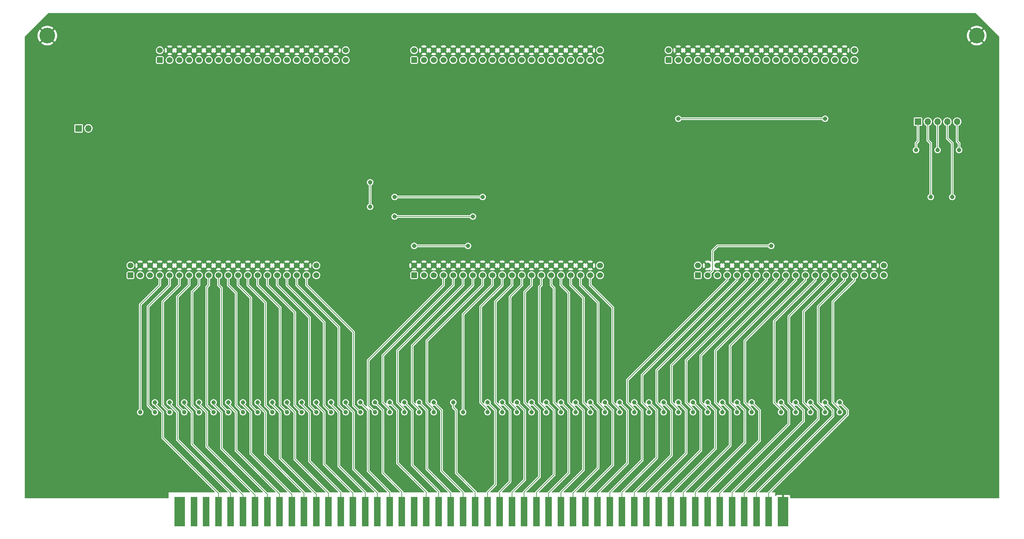
<source format=gbl>
%TF.GenerationSoftware,KiCad,Pcbnew,7.0.9-1.fc38*%
%TF.CreationDate,2023-12-19T06:42:47+10:00*%
%TF.ProjectId,LogicAnalyserSMD,4c6f6769-6341-46e6-916c-79736572534d,0.2*%
%TF.SameCoordinates,Original*%
%TF.FileFunction,Copper,L2,Bot*%
%TF.FilePolarity,Positive*%
%FSLAX46Y46*%
G04 Gerber Fmt 4.6, Leading zero omitted, Abs format (unit mm)*
G04 Created by KiCad (PCBNEW 7.0.9-1.fc38) date 2023-12-19 06:42:47*
%MOMM*%
%LPD*%
G01*
G04 APERTURE LIST*
G04 Aperture macros list*
%AMRoundRect*
0 Rectangle with rounded corners*
0 $1 Rounding radius*
0 $2 $3 $4 $5 $6 $7 $8 $9 X,Y pos of 4 corners*
0 Add a 4 corners polygon primitive as box body*
4,1,4,$2,$3,$4,$5,$6,$7,$8,$9,$2,$3,0*
0 Add four circle primitives for the rounded corners*
1,1,$1+$1,$2,$3*
1,1,$1+$1,$4,$5*
1,1,$1+$1,$6,$7*
1,1,$1+$1,$8,$9*
0 Add four rect primitives between the rounded corners*
20,1,$1+$1,$2,$3,$4,$5,0*
20,1,$1+$1,$4,$5,$6,$7,0*
20,1,$1+$1,$6,$7,$8,$9,0*
20,1,$1+$1,$8,$9,$2,$3,0*%
G04 Aperture macros list end*
%TA.AperFunction,ConnectorPad*%
%ADD10R,2.794000X7.620000*%
%TD*%
%TA.AperFunction,ConnectorPad*%
%ADD11R,1.778000X7.620000*%
%TD*%
%TA.AperFunction,ComponentPad*%
%ADD12C,4.064000*%
%TD*%
%TA.AperFunction,ComponentPad*%
%ADD13RoundRect,0.224118X0.537882X-0.537882X0.537882X0.537882X-0.537882X0.537882X-0.537882X-0.537882X0*%
%TD*%
%TA.AperFunction,ComponentPad*%
%ADD14C,1.524000*%
%TD*%
%TA.AperFunction,ComponentPad*%
%ADD15R,1.700000X1.700000*%
%TD*%
%TA.AperFunction,ComponentPad*%
%ADD16O,1.700000X1.700000*%
%TD*%
%TA.AperFunction,ViaPad*%
%ADD17C,1.143000*%
%TD*%
%TA.AperFunction,Conductor*%
%ADD18C,0.203200*%
%TD*%
G04 APERTURE END LIST*
D10*
%TO.P,P1,51,+8_V*%
%TO.N,unconnected-(P1-+8_V-Pad51)*%
X53467000Y-175641000D03*
D11*
%TO.P,P1,52,-16_V*%
%TO.N,unconnected-(P1--16_V-Pad52)*%
X57150000Y-175641000D03*
%TO.P,P1,53,0_V3*%
%TO.N,unconnected-(P1-0_V3-Pad53)*%
X60325000Y-175641000D03*
%TO.P,P1,54,SLAVE_CLR\u002A*%
%TO.N,/SLAVECLR\u002A*%
X63500000Y-175641000D03*
%TO.P,P1,55,TMA0\u002A*%
%TO.N,/TMA0\u002A*%
X66675000Y-175641000D03*
%TO.P,P1,56,TMA1\u002A*%
%TO.N,/TMA1\u002A*%
X69850000Y-175641000D03*
%TO.P,P1,57,TMA2\u002A*%
%TO.N,/TMA2\u002A*%
X73025000Y-175641000D03*
%TO.P,P1,58,sXTRQ\u002A*%
%TO.N,/sXTRQ\u002A*%
X76200000Y-175641000D03*
%TO.P,P1,59,A19*%
%TO.N,/A19*%
X79375000Y-175641000D03*
%TO.P,P1,60,SIXTN\u002A*%
%TO.N,/SIXTN\u002A*%
X82550000Y-175641000D03*
%TO.P,P1,61,A20*%
%TO.N,/A20*%
X85725000Y-175641000D03*
%TO.P,P1,62,A21*%
%TO.N,/A21*%
X88900000Y-175641000D03*
%TO.P,P1,63,A22*%
%TO.N,/A22*%
X92075000Y-175641000D03*
%TO.P,P1,64,A23*%
%TO.N,/A23*%
X95250000Y-175641000D03*
%TO.P,P1,65,NDEF2*%
%TO.N,/NDEF2*%
X98425000Y-175641000D03*
%TO.P,P1,66,NDEF3*%
%TO.N,/NDEF3*%
X101600000Y-175641000D03*
%TO.P,P1,67,PHANTOM\u002A*%
%TO.N,/PHANTOM\u002A*%
X104775000Y-175641000D03*
%TO.P,P1,68,MWRT*%
%TO.N,/MWRT*%
X107950000Y-175641000D03*
%TO.P,P1,69,RFU3*%
%TO.N,/RFU3*%
X111125000Y-175641000D03*
%TO.P,P1,70,0_V4*%
%TO.N,/0V_C*%
X114300000Y-175641000D03*
%TO.P,P1,71,RFU4*%
%TO.N,/RFU4*%
X117475000Y-175641000D03*
%TO.P,P1,72,RDY*%
%TO.N,/RDY*%
X120650000Y-175641000D03*
%TO.P,P1,73,INT\u002A*%
%TO.N,/INT\u002A*%
X123825000Y-175641000D03*
%TO.P,P1,74,HOLD\u002A*%
%TO.N,/HOLD\u002A*%
X127000000Y-175641000D03*
%TO.P,P1,75,RESET\u002A*%
%TO.N,/RESET\u002A*%
X130175000Y-175641000D03*
%TO.P,P1,76,pSYNC*%
%TO.N,/pSYNC*%
X133350000Y-175641000D03*
%TO.P,P1,77,pWR\u002A*%
%TO.N,/pWR\u002A*%
X136525000Y-175641000D03*
%TO.P,P1,78,pDBIN*%
%TO.N,/pDBIN*%
X139700000Y-175641000D03*
%TO.P,P1,79,A0*%
%TO.N,/A0*%
X142875000Y-175641000D03*
%TO.P,P1,80,A1*%
%TO.N,/A1*%
X146050000Y-175641000D03*
%TO.P,P1,81,A2*%
%TO.N,/A2*%
X149225000Y-175641000D03*
%TO.P,P1,82,A6*%
%TO.N,/A6*%
X152400000Y-175641000D03*
%TO.P,P1,83,A7*%
%TO.N,/A7*%
X155575000Y-175641000D03*
%TO.P,P1,84,A8*%
%TO.N,/A8*%
X158750000Y-175641000D03*
%TO.P,P1,85,A13*%
%TO.N,/A13*%
X161925000Y-175641000D03*
%TO.P,P1,86,A14*%
%TO.N,/A14*%
X165100000Y-175641000D03*
%TO.P,P1,87,A11*%
%TO.N,/A11*%
X168275000Y-175641000D03*
%TO.P,P1,88,DO2_ED2*%
%TO.N,/DO2*%
X171450000Y-175641000D03*
%TO.P,P1,89,DO3_ED3*%
%TO.N,/DO3*%
X174625000Y-175641000D03*
%TO.P,P1,90,DO7_ED7*%
%TO.N,/DO7*%
X177800000Y-175641000D03*
%TO.P,P1,91,DI4_OD4*%
%TO.N,/DI4*%
X180975000Y-175641000D03*
%TO.P,P1,92,DI5_OD5*%
%TO.N,/DI5*%
X184150000Y-175641000D03*
%TO.P,P1,93,DI6_OD6*%
%TO.N,/DI6*%
X187325000Y-175641000D03*
%TO.P,P1,94,DI1_OD1*%
%TO.N,/DI1*%
X190500000Y-175641000D03*
%TO.P,P1,95,DI1_OD1*%
%TO.N,/DI0*%
X193675000Y-175641000D03*
%TO.P,P1,96,sINTA*%
%TO.N,/sINTA*%
X196850000Y-175641000D03*
%TO.P,P1,97,sWO\u002A*%
%TO.N,/sWO\u002A*%
X200025000Y-175641000D03*
%TO.P,P1,98,ERROR\u002A*%
%TO.N,/ERROR\u002A*%
X203200000Y-175641000D03*
%TO.P,P1,99,POC\u002A*%
%TO.N,/POC\u002A*%
X206375000Y-175641000D03*
D10*
%TO.P,P1,100,GND*%
%TO.N,GND*%
X210058000Y-175641000D03*
%TD*%
D12*
%TO.P,P35,1,1*%
%TO.N,GND*%
X260350000Y-52070000D03*
%TD*%
%TO.P,P34,1,1*%
%TO.N,GND*%
X19050000Y-52070000D03*
%TD*%
D13*
%TO.P,J3,1,+5V*%
%TO.N,unconnected-(J3-+5V-Pad1)*%
X114300000Y-58420000D03*
D14*
%TO.P,J3,2,Power_GND*%
%TO.N,unconnected-(J3-Power_GND-Pad2)*%
X114300000Y-55880000D03*
%TO.P,J3,3,CLK*%
%TO.N,/S_CLK3*%
X116840000Y-58420000D03*
%TO.P,J3,4,Signal_GND*%
%TO.N,GND*%
X116840000Y-55880000D03*
%TO.P,J3,5,N/C*%
%TO.N,unconnected-(J3-N{slash}C-Pad5)*%
X119380000Y-58420000D03*
%TO.P,J3,6,Signal_GND*%
%TO.N,GND*%
X119380000Y-55880000D03*
%TO.P,J3,7,D15*%
%TO.N,/S_RFU4*%
X121920000Y-58420000D03*
%TO.P,J3,8,Signal_GND*%
%TO.N,GND*%
X121920000Y-55880000D03*
%TO.P,J3,9,D14*%
%TO.N,/S_RDY*%
X124460000Y-58420000D03*
%TO.P,J3,10,Signal_GND*%
%TO.N,GND*%
X124460000Y-55880000D03*
%TO.P,J3,11,D13*%
%TO.N,/S_INT\u002A*%
X127000000Y-58420000D03*
%TO.P,J3,12,Signal_GND*%
%TO.N,GND*%
X127000000Y-55880000D03*
%TO.P,J3,13,D12*%
%TO.N,/S_HOLD\u002A*%
X129540000Y-58420000D03*
%TO.P,J3,14,Signal_GND*%
%TO.N,GND*%
X129540000Y-55880000D03*
%TO.P,J3,15,D11*%
%TO.N,/S_RESET\u002A*%
X132080000Y-58420000D03*
%TO.P,J3,16,Signal_GND*%
%TO.N,GND*%
X132080000Y-55880000D03*
%TO.P,J3,17,D10*%
%TO.N,/S_pSYNC*%
X134620000Y-58420000D03*
%TO.P,J3,18,Signal_GND*%
%TO.N,GND*%
X134620000Y-55880000D03*
%TO.P,J3,19,D9*%
%TO.N,/S_pWR\u002A*%
X137160000Y-58420000D03*
%TO.P,J3,20,Signal_GND*%
%TO.N,GND*%
X137160000Y-55880000D03*
%TO.P,J3,21,D8*%
%TO.N,/S_pDBIN*%
X139700000Y-58420000D03*
%TO.P,J3,22,Signal_GND*%
%TO.N,GND*%
X139700000Y-55880000D03*
%TO.P,J3,23,D7*%
%TO.N,/S_A0*%
X142240000Y-58420000D03*
%TO.P,J3,24,Signal_GND*%
%TO.N,GND*%
X142240000Y-55880000D03*
%TO.P,J3,25,D6*%
%TO.N,/S_A1*%
X144780000Y-58420000D03*
%TO.P,J3,26,Signal_GND*%
%TO.N,GND*%
X144780000Y-55880000D03*
%TO.P,J3,27,D5*%
%TO.N,/S_A2*%
X147320000Y-58420000D03*
%TO.P,J3,28,Signal_GND*%
%TO.N,GND*%
X147320000Y-55880000D03*
%TO.P,J3,29,D4*%
%TO.N,/S_A6*%
X149860000Y-58420000D03*
%TO.P,J3,30,Signal_GND*%
%TO.N,GND*%
X149860000Y-55880000D03*
%TO.P,J3,31,D3*%
%TO.N,/S_A7*%
X152400000Y-58420000D03*
%TO.P,J3,32,Signal_GND*%
%TO.N,GND*%
X152400000Y-55880000D03*
%TO.P,J3,33,D2*%
%TO.N,/S_A8*%
X154940000Y-58420000D03*
%TO.P,J3,34,Signal_GND*%
%TO.N,GND*%
X154940000Y-55880000D03*
%TO.P,J3,35,D1*%
%TO.N,/S_A13*%
X157480000Y-58420000D03*
%TO.P,J3,36,Signal_GND*%
%TO.N,GND*%
X157480000Y-55880000D03*
%TO.P,J3,37,D0*%
%TO.N,/S_A14*%
X160020000Y-58420000D03*
%TO.P,J3,38,Signal_GND*%
%TO.N,GND*%
X160020000Y-55880000D03*
%TO.P,J3,39,+5V*%
%TO.N,unconnected-(J3-+5V-Pad39)*%
X162560000Y-58420000D03*
%TO.P,J3,40,Power_GND*%
%TO.N,unconnected-(J3-Power_GND-Pad40)*%
X162560000Y-55880000D03*
%TD*%
D13*
%TO.P,J6,1,+5V*%
%TO.N,unconnected-(J6-+5V-Pad1)*%
X187960000Y-114300000D03*
D14*
%TO.P,J6,2,Power_GND*%
%TO.N,unconnected-(J6-Power_GND-Pad2)*%
X187960000Y-111760000D03*
%TO.P,J6,3,CLK*%
%TO.N,/S_CLK6*%
X190500000Y-114300000D03*
%TO.P,J6,4,Signal_GND*%
%TO.N,GND*%
X190500000Y-111760000D03*
%TO.P,J6,5,N/C*%
%TO.N,unconnected-(J6-N{slash}C-Pad5)*%
X193040000Y-114300000D03*
%TO.P,J6,6,Signal_GND*%
%TO.N,GND*%
X193040000Y-111760000D03*
%TO.P,J6,7,D15*%
%TO.N,/S_DO0*%
X195580000Y-114300000D03*
%TO.P,J6,8,Signal_GND*%
%TO.N,GND*%
X195580000Y-111760000D03*
%TO.P,J6,9,D14*%
%TO.N,/S_A10*%
X198120000Y-114300000D03*
%TO.P,J6,10,Signal_GND*%
%TO.N,GND*%
X198120000Y-111760000D03*
%TO.P,J6,11,D13*%
%TO.N,/S_DO4*%
X200660000Y-114300000D03*
%TO.P,J6,12,Signal_GND*%
%TO.N,GND*%
X200660000Y-111760000D03*
%TO.P,J6,13,D12*%
%TO.N,/S_DO5*%
X203200000Y-114300000D03*
%TO.P,J6,14,Signal_GND*%
%TO.N,GND*%
X203200000Y-111760000D03*
%TO.P,J6,15,D11*%
%TO.N,/S_DO6*%
X205740000Y-114300000D03*
%TO.P,J6,16,Signal_GND*%
%TO.N,GND*%
X205740000Y-111760000D03*
%TO.P,J6,17,D10*%
%TO.N,/S_DI2*%
X208280000Y-114300000D03*
%TO.P,J6,18,Signal_GND*%
%TO.N,GND*%
X208280000Y-111760000D03*
%TO.P,J6,19,D9*%
%TO.N,/S_DI3*%
X210820000Y-114300000D03*
%TO.P,J6,20,Signal_GND*%
%TO.N,GND*%
X210820000Y-111760000D03*
%TO.P,J6,21,D8*%
%TO.N,/S_DI7*%
X213360000Y-114300000D03*
%TO.P,J6,22,Signal_GND*%
%TO.N,GND*%
X213360000Y-111760000D03*
%TO.P,J6,23,D7*%
%TO.N,/S_sM1*%
X215900000Y-114300000D03*
%TO.P,J6,24,Signal_GND*%
%TO.N,GND*%
X215900000Y-111760000D03*
%TO.P,J6,25,D6*%
%TO.N,/S_sOUT*%
X218440000Y-114300000D03*
%TO.P,J6,26,Signal_GND*%
%TO.N,GND*%
X218440000Y-111760000D03*
%TO.P,J6,27,D5*%
%TO.N,/S_sINP*%
X220980000Y-114300000D03*
%TO.P,J6,28,Signal_GND*%
%TO.N,GND*%
X220980000Y-111760000D03*
%TO.P,J6,29,D4*%
%TO.N,/S_sMEMR*%
X223520000Y-114300000D03*
%TO.P,J6,30,Signal_GND*%
%TO.N,GND*%
X223520000Y-111760000D03*
%TO.P,J6,31,D3*%
%TO.N,/S_sHLTA*%
X226060000Y-114300000D03*
%TO.P,J6,32,Signal_GND*%
%TO.N,GND*%
X226060000Y-111760000D03*
%TO.P,J6,33,D2*%
%TO.N,/S_CLOCK*%
X228600000Y-114300000D03*
%TO.P,J6,34,Signal_GND*%
%TO.N,GND*%
X228600000Y-111760000D03*
%TO.P,J6,35,D1*%
%TO.N,/S_X1*%
X231140000Y-114300000D03*
%TO.P,J6,36,Signal_GND*%
%TO.N,GND*%
X231140000Y-111760000D03*
%TO.P,J6,37,D0*%
%TO.N,/S_X3*%
X233680000Y-114300000D03*
%TO.P,J6,38,Signal_GND*%
%TO.N,GND*%
X233680000Y-111760000D03*
%TO.P,J6,39,+5V*%
%TO.N,unconnected-(J6-+5V-Pad39)*%
X236220000Y-114300000D03*
%TO.P,J6,40,Power_GND*%
%TO.N,unconnected-(J6-Power_GND-Pad40)*%
X236220000Y-111760000D03*
%TD*%
D13*
%TO.P,J5,1,+5V*%
%TO.N,unconnected-(J5-+5V-Pad1)*%
X180340000Y-58420000D03*
D14*
%TO.P,J5,2,Power_GND*%
%TO.N,unconnected-(J5-Power_GND-Pad2)*%
X180340000Y-55880000D03*
%TO.P,J5,3,CLK*%
%TO.N,/S_CLK5*%
X182880000Y-58420000D03*
%TO.P,J5,4,Signal_GND*%
%TO.N,GND*%
X182880000Y-55880000D03*
%TO.P,J5,5,N/C*%
%TO.N,unconnected-(J5-N{slash}C-Pad5)*%
X185420000Y-58420000D03*
%TO.P,J5,6,Signal_GND*%
%TO.N,GND*%
X185420000Y-55880000D03*
%TO.P,J5,7,D15*%
%TO.N,/S_A11*%
X187960000Y-58420000D03*
%TO.P,J5,8,Signal_GND*%
%TO.N,GND*%
X187960000Y-55880000D03*
%TO.P,J5,9,D14*%
%TO.N,/S_DO2*%
X190500000Y-58420000D03*
%TO.P,J5,10,Signal_GND*%
%TO.N,GND*%
X190500000Y-55880000D03*
%TO.P,J5,11,D13*%
%TO.N,/S_DO3*%
X193040000Y-58420000D03*
%TO.P,J5,12,Signal_GND*%
%TO.N,GND*%
X193040000Y-55880000D03*
%TO.P,J5,13,D12*%
%TO.N,/S_DO7*%
X195580000Y-58420000D03*
%TO.P,J5,14,Signal_GND*%
%TO.N,GND*%
X195580000Y-55880000D03*
%TO.P,J5,15,D11*%
%TO.N,/S_DI4*%
X198120000Y-58420000D03*
%TO.P,J5,16,Signal_GND*%
%TO.N,GND*%
X198120000Y-55880000D03*
%TO.P,J5,17,D10*%
%TO.N,/S_DI5*%
X200660000Y-58420000D03*
%TO.P,J5,18,Signal_GND*%
%TO.N,GND*%
X200660000Y-55880000D03*
%TO.P,J5,19,D9*%
%TO.N,/S_DI6*%
X203200000Y-58420000D03*
%TO.P,J5,20,Signal_GND*%
%TO.N,GND*%
X203200000Y-55880000D03*
%TO.P,J5,21,D8*%
%TO.N,/S_DI1*%
X205740000Y-58420000D03*
%TO.P,J5,22,Signal_GND*%
%TO.N,GND*%
X205740000Y-55880000D03*
%TO.P,J5,23,D7*%
%TO.N,/S_DI0*%
X208280000Y-58420000D03*
%TO.P,J5,24,Signal_GND*%
%TO.N,GND*%
X208280000Y-55880000D03*
%TO.P,J5,25,D6*%
%TO.N,/S_sINTA*%
X210820000Y-58420000D03*
%TO.P,J5,26,Signal_GND*%
%TO.N,GND*%
X210820000Y-55880000D03*
%TO.P,J5,27,D5*%
%TO.N,/S_sWO\u002A*%
X213360000Y-58420000D03*
%TO.P,J5,28,Signal_GND*%
%TO.N,GND*%
X213360000Y-55880000D03*
%TO.P,J5,29,D4*%
%TO.N,/S_ERROR\u002A*%
X215900000Y-58420000D03*
%TO.P,J5,30,Signal_GND*%
%TO.N,GND*%
X215900000Y-55880000D03*
%TO.P,J5,31,D3*%
%TO.N,/S_POC\u002A*%
X218440000Y-58420000D03*
%TO.P,J5,32,Signal_GND*%
%TO.N,GND*%
X218440000Y-55880000D03*
%TO.P,J5,33,D2*%
%TO.N,/S_X0*%
X220980000Y-58420000D03*
%TO.P,J5,34,Signal_GND*%
%TO.N,GND*%
X220980000Y-55880000D03*
%TO.P,J5,35,D1*%
%TO.N,/S_X2*%
X223520000Y-58420000D03*
%TO.P,J5,36,Signal_GND*%
%TO.N,GND*%
X223520000Y-55880000D03*
%TO.P,J5,37,D0*%
%TO.N,/S_X4*%
X226060000Y-58420000D03*
%TO.P,J5,38,Signal_GND*%
%TO.N,GND*%
X226060000Y-55880000D03*
%TO.P,J5,39,+5V*%
%TO.N,unconnected-(J5-+5V-Pad39)*%
X228600000Y-58420000D03*
%TO.P,J5,40,Power_GND*%
%TO.N,unconnected-(J5-Power_GND-Pad40)*%
X228600000Y-55880000D03*
%TD*%
D13*
%TO.P,J1,1,+5V*%
%TO.N,unconnected-(J1-+5V-Pad1)*%
X48276803Y-58436803D03*
D14*
%TO.P,J1,2,Power_GND*%
%TO.N,unconnected-(J1-Power_GND-Pad2)*%
X48276803Y-55896803D03*
%TO.P,J1,3,CLK*%
%TO.N,/S_CLK1*%
X50816803Y-58436803D03*
%TO.P,J1,4,Signal_GND*%
%TO.N,GND*%
X50816803Y-55896803D03*
%TO.P,J1,5,N/C*%
%TO.N,unconnected-(J1-N{slash}C-Pad5)*%
X53356803Y-58436803D03*
%TO.P,J1,6,Signal_GND*%
%TO.N,GND*%
X53356803Y-55896803D03*
%TO.P,J1,7,D15*%
%TO.N,/S_SLAVECLR\u002A*%
X55896803Y-58436803D03*
%TO.P,J1,8,Signal_GND*%
%TO.N,GND*%
X55896803Y-55896803D03*
%TO.P,J1,9,D14*%
%TO.N,/S_TMA0\u002A*%
X58436803Y-58436803D03*
%TO.P,J1,10,Signal_GND*%
%TO.N,GND*%
X58436803Y-55896803D03*
%TO.P,J1,11,D13*%
%TO.N,/S_TMA1\u002A*%
X60976803Y-58436803D03*
%TO.P,J1,12,Signal_GND*%
%TO.N,GND*%
X60976803Y-55896803D03*
%TO.P,J1,13,D12*%
%TO.N,/S_TMA2\u002A*%
X63516803Y-58436803D03*
%TO.P,J1,14,Signal_GND*%
%TO.N,GND*%
X63516803Y-55896803D03*
%TO.P,J1,15,D11*%
%TO.N,/S_sXTRQ\u002A*%
X66056803Y-58436803D03*
%TO.P,J1,16,Signal_GND*%
%TO.N,GND*%
X66056803Y-55896803D03*
%TO.P,J1,17,D10*%
%TO.N,/S_A19*%
X68596803Y-58436803D03*
%TO.P,J1,18,Signal_GND*%
%TO.N,GND*%
X68596803Y-55896803D03*
%TO.P,J1,19,D9*%
%TO.N,/S_SIXTN\u002A*%
X71136803Y-58436803D03*
%TO.P,J1,20,Signal_GND*%
%TO.N,GND*%
X71136803Y-55896803D03*
%TO.P,J1,21,D8*%
%TO.N,/S_A20*%
X73676803Y-58436803D03*
%TO.P,J1,22,Signal_GND*%
%TO.N,GND*%
X73676803Y-55896803D03*
%TO.P,J1,23,D7*%
%TO.N,/S_A21*%
X76216803Y-58436803D03*
%TO.P,J1,24,Signal_GND*%
%TO.N,GND*%
X76216803Y-55896803D03*
%TO.P,J1,25,D6*%
%TO.N,/S_A22*%
X78756803Y-58436803D03*
%TO.P,J1,26,Signal_GND*%
%TO.N,GND*%
X78756803Y-55896803D03*
%TO.P,J1,27,D5*%
%TO.N,/S_A23*%
X81296803Y-58436803D03*
%TO.P,J1,28,Signal_GND*%
%TO.N,GND*%
X81296803Y-55896803D03*
%TO.P,J1,29,D4*%
%TO.N,/S_NDEF2*%
X83836803Y-58436803D03*
%TO.P,J1,30,Signal_GND*%
%TO.N,GND*%
X83836803Y-55896803D03*
%TO.P,J1,31,D3*%
%TO.N,/S_NDEF3*%
X86376803Y-58436803D03*
%TO.P,J1,32,Signal_GND*%
%TO.N,GND*%
X86376803Y-55896803D03*
%TO.P,J1,33,D2*%
%TO.N,/S_PHANTOM\u002A*%
X88916803Y-58436803D03*
%TO.P,J1,34,Signal_GND*%
%TO.N,GND*%
X88916803Y-55896803D03*
%TO.P,J1,35,D1*%
%TO.N,/S_MWRT*%
X91456803Y-58436803D03*
%TO.P,J1,36,Signal_GND*%
%TO.N,GND*%
X91456803Y-55896803D03*
%TO.P,J1,37,D0*%
%TO.N,/S_RFU3*%
X93996803Y-58436803D03*
%TO.P,J1,38,Signal_GND*%
%TO.N,GND*%
X93996803Y-55896803D03*
%TO.P,J1,39,+5V*%
%TO.N,unconnected-(J1-+5V-Pad39)*%
X96536803Y-58436803D03*
%TO.P,J1,40,Power_GND*%
%TO.N,unconnected-(J1-Power_GND-Pad40)*%
X96536803Y-55896803D03*
%TD*%
D15*
%TO.P,J8,1,Pin_1*%
%TO.N,/CLK2*%
X27178000Y-76153000D03*
D16*
%TO.P,J8,2,Pin_2*%
%TO.N,/CLK1*%
X29718000Y-76153000D03*
%TD*%
D15*
%TO.P,J7,1,Pin_1*%
%TO.N,/X0*%
X245110000Y-74422000D03*
D16*
%TO.P,J7,2,Pin_2*%
%TO.N,/X1*%
X247650000Y-74422000D03*
%TO.P,J7,3,Pin_3*%
%TO.N,/X2*%
X250190000Y-74422000D03*
%TO.P,J7,4,Pin_4*%
%TO.N,/X3*%
X252730000Y-74422000D03*
%TO.P,J7,5,Pin_5*%
%TO.N,/X4*%
X255270000Y-74422000D03*
%TD*%
D13*
%TO.P,J2,1,+5V*%
%TO.N,unconnected-(J2-+5V-Pad1)*%
X40640000Y-114300000D03*
D14*
%TO.P,J2,2,Power_GND*%
%TO.N,unconnected-(J2-Power_GND-Pad2)*%
X40640000Y-111760000D03*
%TO.P,J2,3,CLK*%
%TO.N,/S_CLK2*%
X43180000Y-114300000D03*
%TO.P,J2,4,Signal_GND*%
%TO.N,GND*%
X43180000Y-111760000D03*
%TO.P,J2,5,N/C*%
%TO.N,unconnected-(J2-N{slash}C-Pad5)*%
X45720000Y-114300000D03*
%TO.P,J2,6,Signal_GND*%
%TO.N,GND*%
X45720000Y-111760000D03*
%TO.P,J2,7,D15*%
%TO.N,/S_XRDY*%
X48260000Y-114300000D03*
%TO.P,J2,8,Signal_GND*%
%TO.N,GND*%
X48260000Y-111760000D03*
%TO.P,J2,9,D14*%
%TO.N,/S_VI0\u002A*%
X50800000Y-114300000D03*
%TO.P,J2,10,Signal_GND*%
%TO.N,GND*%
X50800000Y-111760000D03*
%TO.P,J2,11,D13*%
%TO.N,/S_VI1\u002A*%
X53340000Y-114300000D03*
%TO.P,J2,12,Signal_GND*%
%TO.N,GND*%
X53340000Y-111760000D03*
%TO.P,J2,13,D12*%
%TO.N,/S_VI2\u002A*%
X55880000Y-114300000D03*
%TO.P,J2,14,Signal_GND*%
%TO.N,GND*%
X55880000Y-111760000D03*
%TO.P,J2,15,D11*%
%TO.N,/S_VI3\u002A*%
X58420000Y-114300000D03*
%TO.P,J2,16,Signal_GND*%
%TO.N,GND*%
X58420000Y-111760000D03*
%TO.P,J2,17,D10*%
%TO.N,/S_VI4\u002A*%
X60960000Y-114300000D03*
%TO.P,J2,18,Signal_GND*%
%TO.N,GND*%
X60960000Y-111760000D03*
%TO.P,J2,19,D9*%
%TO.N,/S_VI5\u002A*%
X63500000Y-114300000D03*
%TO.P,J2,20,Signal_GND*%
%TO.N,GND*%
X63500000Y-111760000D03*
%TO.P,J2,21,D8*%
%TO.N,/S_VI6\u002A*%
X66040000Y-114300000D03*
%TO.P,J2,22,Signal_GND*%
%TO.N,GND*%
X66040000Y-111760000D03*
%TO.P,J2,23,D7*%
%TO.N,/S_VI7\u002A*%
X68580000Y-114300000D03*
%TO.P,J2,24,Signal_GND*%
%TO.N,GND*%
X68580000Y-111760000D03*
%TO.P,J2,25,D6*%
%TO.N,/S_NMI\u002A*%
X71120000Y-114300000D03*
%TO.P,J2,26,Signal_GND*%
%TO.N,GND*%
X71120000Y-111760000D03*
%TO.P,J2,27,D5*%
%TO.N,/S_PWRFAIL\u002A*%
X73660000Y-114300000D03*
%TO.P,J2,28,Signal_GND*%
%TO.N,GND*%
X73660000Y-111760000D03*
%TO.P,J2,29,D4*%
%TO.N,/S_TMA3\u002A*%
X76200000Y-114300000D03*
%TO.P,J2,30,Signal_GND*%
%TO.N,GND*%
X76200000Y-111760000D03*
%TO.P,J2,31,D3*%
%TO.N,/S_A18*%
X78740000Y-114300000D03*
%TO.P,J2,32,Signal_GND*%
%TO.N,GND*%
X78740000Y-111760000D03*
%TO.P,J2,33,D2*%
%TO.N,/S_A16*%
X81280000Y-114300000D03*
%TO.P,J2,34,Signal_GND*%
%TO.N,GND*%
X81280000Y-111760000D03*
%TO.P,J2,35,D1*%
%TO.N,/S_A17*%
X83820000Y-114300000D03*
%TO.P,J2,36,Signal_GND*%
%TO.N,GND*%
X83820000Y-111760000D03*
%TO.P,J2,37,D0*%
%TO.N,/S_SDSB\u002A*%
X86360000Y-114300000D03*
%TO.P,J2,38,Signal_GND*%
%TO.N,GND*%
X86360000Y-111760000D03*
%TO.P,J2,39,+5V*%
%TO.N,unconnected-(J2-+5V-Pad39)*%
X88900000Y-114300000D03*
%TO.P,J2,40,Power_GND*%
%TO.N,unconnected-(J2-Power_GND-Pad40)*%
X88900000Y-111760000D03*
%TD*%
D13*
%TO.P,J4,1,+5V*%
%TO.N,VCC*%
X114300000Y-114300000D03*
D14*
%TO.P,J4,2,Power_GND*%
%TO.N,GND*%
X114300000Y-111760000D03*
%TO.P,J4,3,CLK*%
%TO.N,/S_CLK4*%
X116840000Y-114300000D03*
%TO.P,J4,4,Signal_GND*%
%TO.N,GND*%
X116840000Y-111760000D03*
%TO.P,J4,5,N/C*%
%TO.N,unconnected-(J4-N{slash}C-Pad5)*%
X119380000Y-114300000D03*
%TO.P,J4,6,Signal_GND*%
%TO.N,GND*%
X119380000Y-111760000D03*
%TO.P,J4,7,D15*%
%TO.N,/S_CDSB\u002A*%
X121920000Y-114300000D03*
%TO.P,J4,8,Signal_GND*%
%TO.N,GND*%
X121920000Y-111760000D03*
%TO.P,J4,9,D14*%
%TO.N,/S_NDEF1*%
X124460000Y-114300000D03*
%TO.P,J4,10,Signal_GND*%
%TO.N,GND*%
X124460000Y-111760000D03*
%TO.P,J4,11,D13*%
%TO.N,/S_ADSB\u002A*%
X127000000Y-114300000D03*
%TO.P,J4,12,Signal_GND*%
%TO.N,GND*%
X127000000Y-111760000D03*
%TO.P,J4,13,D12*%
%TO.N,/S_DODSB\u002A*%
X129540000Y-114300000D03*
%TO.P,J4,14,Signal_GND*%
%TO.N,GND*%
X129540000Y-111760000D03*
%TO.P,J4,15,D11*%
%TO.N,/S_PHI*%
X132080000Y-114300000D03*
%TO.P,J4,16,Signal_GND*%
%TO.N,GND*%
X132080000Y-111760000D03*
%TO.P,J4,17,D10*%
%TO.N,/S_pSTVAL\u002A*%
X134620000Y-114300000D03*
%TO.P,J4,18,Signal_GND*%
%TO.N,GND*%
X134620000Y-111760000D03*
%TO.P,J4,19,D9*%
%TO.N,/S_pHLDA*%
X137160000Y-114300000D03*
%TO.P,J4,20,Signal_GND*%
%TO.N,GND*%
X137160000Y-111760000D03*
%TO.P,J4,21,D8*%
%TO.N,/S_RFU1*%
X139700000Y-114300000D03*
%TO.P,J4,22,Signal_GND*%
%TO.N,GND*%
X139700000Y-111760000D03*
%TO.P,J4,23,D7*%
%TO.N,/S_RFU2*%
X142240000Y-114300000D03*
%TO.P,J4,24,Signal_GND*%
%TO.N,GND*%
X142240000Y-111760000D03*
%TO.P,J4,25,D6*%
%TO.N,/S_A5*%
X144780000Y-114300000D03*
%TO.P,J4,26,Signal_GND*%
%TO.N,GND*%
X144780000Y-111760000D03*
%TO.P,J4,27,D5*%
%TO.N,/S_A4*%
X147320000Y-114300000D03*
%TO.P,J4,28,Signal_GND*%
%TO.N,GND*%
X147320000Y-111760000D03*
%TO.P,J4,29,D4*%
%TO.N,/S_A3*%
X149860000Y-114300000D03*
%TO.P,J4,30,Signal_GND*%
%TO.N,GND*%
X149860000Y-111760000D03*
%TO.P,J4,31,D3*%
%TO.N,/S_A15*%
X152400000Y-114300000D03*
%TO.P,J4,32,Signal_GND*%
%TO.N,GND*%
X152400000Y-111760000D03*
%TO.P,J4,33,D2*%
%TO.N,/S_A12*%
X154940000Y-114300000D03*
%TO.P,J4,34,Signal_GND*%
%TO.N,GND*%
X154940000Y-111760000D03*
%TO.P,J4,35,D1*%
%TO.N,/S_A9*%
X157480000Y-114300000D03*
%TO.P,J4,36,Signal_GND*%
%TO.N,GND*%
X157480000Y-111760000D03*
%TO.P,J4,37,D0*%
%TO.N,/S_DO1*%
X160020000Y-114300000D03*
%TO.P,J4,38,Signal_GND*%
%TO.N,GND*%
X160020000Y-111760000D03*
%TO.P,J4,39,+5V*%
%TO.N,unconnected-(J4-+5V-Pad39)*%
X162560000Y-114300000D03*
%TO.P,J4,40,Power_GND*%
%TO.N,unconnected-(J4-Power_GND-Pad40)*%
X162560000Y-111760000D03*
%TD*%
D17*
%TO.N,/A0*%
X144780000Y-147320000D03*
%TO.N,/A1*%
X148590000Y-147320000D03*
%TO.N,/A19*%
X66040000Y-147320000D03*
%TO.N,/A2*%
X152400000Y-147320000D03*
%TO.N,/A20*%
X73660000Y-147320000D03*
%TO.N,/A21*%
X77470000Y-147320000D03*
%TO.N,/A22*%
X81280000Y-147320000D03*
%TO.N,/A23*%
X85090000Y-147320000D03*
%TO.N,/A6*%
X156210000Y-147320000D03*
%TO.N,/A7*%
X160020000Y-147320000D03*
%TO.N,/DI0*%
X209550000Y-147320000D03*
%TO.N,/DI1*%
X201930000Y-147320000D03*
%TO.N,/DI4*%
X190500000Y-147320000D03*
%TO.N,/DI5*%
X194310000Y-147320000D03*
%TO.N,/DI6*%
X198120000Y-147320000D03*
%TO.N,/DO2*%
X179070000Y-147320000D03*
%TO.N,/DO3*%
X182880000Y-147320000D03*
%TO.N,/DO7*%
X186690000Y-147320000D03*
%TO.N,/ERROR\u002A*%
X220980000Y-147320000D03*
%TO.N,/HOLD\u002A*%
X119380000Y-147320000D03*
%TO.N,/INT\u002A*%
X115570000Y-147320000D03*
%TO.N,/MWRT*%
X100330000Y-147320000D03*
%TO.N,/NDEF2*%
X88900000Y-147320000D03*
%TO.N,/NDEF3*%
X92710000Y-147320000D03*
%TO.N,/PHANTOM\u002A*%
X96520000Y-147320000D03*
%TO.N,/POC\u002A*%
X224790000Y-147320000D03*
%TO.N,/RDY*%
X111760000Y-147320000D03*
%TO.N,/RESET\u002A*%
X124460000Y-147320000D03*
%TO.N,/RFU3*%
X104140000Y-147320000D03*
%TO.N,/RFU4*%
X107950000Y-147320000D03*
%TO.N,/SIXTN\u002A*%
X69850000Y-147320000D03*
%TO.N,/TMA0\u002A*%
X50800000Y-147320000D03*
%TO.N,/TMA1\u002A*%
X54610000Y-147320000D03*
%TO.N,/TMA2\u002A*%
X58420000Y-147320000D03*
%TO.N,/pDBIN*%
X140970000Y-147320000D03*
%TO.N,/pSTVAL\u002A*%
X109220000Y-99060000D03*
X129540000Y-99060000D03*
%TO.N,/pSYNC*%
X109220000Y-93980000D03*
X133350000Y-147320000D03*
X132080000Y-93980000D03*
%TO.N,/pWR\u002A*%
X137160000Y-147320000D03*
%TO.N,/sINTA*%
X213360000Y-147320000D03*
%TO.N,/sWO\u002A*%
X217170000Y-147320000D03*
%TO.N,/sXTRQ\u002A*%
X62230000Y-147320000D03*
%TO.N,/A11*%
X175260000Y-147320000D03*
%TO.N,/A14*%
X171450000Y-147320000D03*
%TO.N,/A13*%
X167640000Y-147320000D03*
%TO.N,/A8*%
X163830000Y-147320000D03*
%TO.N,/SLAVECLR\u002A*%
X46990000Y-147320000D03*
%TO.N,/X0*%
X244602000Y-81788000D03*
%TO.N,/X1*%
X248412000Y-93980000D03*
%TO.N,/X2*%
X250190000Y-81788000D03*
%TO.N,/S_XRDY*%
X43180000Y-149860000D03*
%TO.N,/S_VI0\u002A*%
X46990000Y-149860000D03*
%TO.N,/S_VI1\u002A*%
X50800000Y-149860000D03*
%TO.N,/S_VI2\u002A*%
X54610000Y-149860000D03*
%TO.N,/S_VI3\u002A*%
X58420000Y-149860000D03*
%TO.N,/S_VI4\u002A*%
X62230000Y-149860000D03*
%TO.N,/S_VI5\u002A*%
X66040000Y-149860000D03*
%TO.N,/S_VI6\u002A*%
X69850000Y-149860000D03*
%TO.N,/S_VI7\u002A*%
X73660000Y-149860000D03*
%TO.N,/S_NMI\u002A*%
X77470000Y-149860000D03*
%TO.N,/S_PWRFAIL\u002A*%
X81280000Y-149860000D03*
%TO.N,/S_TMA3\u002A*%
X85090000Y-149860000D03*
%TO.N,/S_A18*%
X88900000Y-149860000D03*
%TO.N,/S_A16*%
X92710000Y-149860000D03*
%TO.N,/S_A17*%
X96520000Y-149860000D03*
%TO.N,/S_SDSB\u002A*%
X100330000Y-149860000D03*
%TO.N,/S_CDSB\u002A*%
X104140000Y-149860000D03*
%TO.N,/S_NDEF1*%
X107950000Y-149860000D03*
%TO.N,/S_ADSB\u002A*%
X111760000Y-149860000D03*
%TO.N,/S_DODSB\u002A*%
X115570000Y-149860000D03*
%TO.N,/S_PHI*%
X119380000Y-149860000D03*
%TO.N,/S_pSTVAL\u002A*%
X127000000Y-149860000D03*
%TO.N,/S_pHLDA*%
X133350000Y-149860000D03*
%TO.N,/S_RFU1*%
X137160000Y-149860000D03*
%TO.N,/S_RFU2*%
X140970000Y-149860000D03*
%TO.N,/S_A5*%
X144780000Y-149860000D03*
%TO.N,/S_A4*%
X148590000Y-149860000D03*
%TO.N,/S_A3*%
X152400000Y-149860000D03*
%TO.N,/S_A15*%
X156210000Y-149860000D03*
%TO.N,/S_A12*%
X160020000Y-149860000D03*
%TO.N,/S_A9*%
X163830000Y-149860000D03*
%TO.N,/S_DO1*%
X167640000Y-149860000D03*
%TO.N,/S_DO0*%
X171450000Y-149860000D03*
%TO.N,/S_A10*%
X175260000Y-149860000D03*
%TO.N,/S_DO4*%
X179070000Y-149860000D03*
%TO.N,/S_DO5*%
X182880000Y-149860000D03*
%TO.N,/S_DO6*%
X186690000Y-149860000D03*
%TO.N,/S_DI2*%
X190500000Y-149860000D03*
%TO.N,/S_DI3*%
X194310000Y-149860000D03*
%TO.N,/S_DI7*%
X198120000Y-149860000D03*
%TO.N,/S_sM1*%
X201930000Y-149860000D03*
%TO.N,/S_sOUT*%
X209550000Y-149860000D03*
%TO.N,/S_sINP*%
X213360000Y-149860000D03*
%TO.N,/S_sMEMR*%
X217170000Y-149860000D03*
%TO.N,/S_sHLTA*%
X220980000Y-149860000D03*
%TO.N,/S_CLOCK*%
X224790000Y-149860000D03*
%TO.N,/X3*%
X254000000Y-93980000D03*
%TO.N,/X4*%
X255778000Y-81788000D03*
%TO.N,/S_CLK3*%
X114300000Y-106680000D03*
X128270000Y-106680000D03*
%TO.N,/S_CLK5*%
X182880000Y-73660000D03*
X220980000Y-73660000D03*
%TO.N,/S_CLK6*%
X207010000Y-106680000D03*
%TO.N,Net-(U1-Pad1)*%
X102870000Y-96520000D03*
X102870000Y-90170000D03*
%TD*%
D18*
%TO.N,/A0*%
X146812000Y-149352000D02*
X144780000Y-147320000D01*
X146812000Y-166624000D02*
X146812000Y-149352000D01*
X142875000Y-170561000D02*
X146812000Y-166624000D01*
X142875000Y-175641000D02*
X142875000Y-170561000D01*
%TO.N,/A1*%
X146050000Y-175641000D02*
X146050000Y-170688000D01*
X146050000Y-170688000D02*
X150622000Y-166116000D01*
X150622000Y-166116000D02*
X150622000Y-149352000D01*
X150622000Y-149352000D02*
X148590000Y-147320000D01*
%TO.N,/A19*%
X79375000Y-171069000D02*
X68072000Y-159766000D01*
X66040000Y-147828000D02*
X66040000Y-147320000D01*
X68072000Y-159766000D02*
X68072000Y-149860000D01*
X68072000Y-149860000D02*
X66040000Y-147828000D01*
X79375000Y-175641000D02*
X79375000Y-171069000D01*
%TO.N,/A2*%
X154432000Y-149352000D02*
X152400000Y-147320000D01*
X149225000Y-170815000D02*
X154432000Y-165608000D01*
X149225000Y-175641000D02*
X149225000Y-170815000D01*
X154432000Y-165608000D02*
X154432000Y-149352000D01*
%TO.N,/A20*%
X73660000Y-147828000D02*
X73660000Y-147320000D01*
X75692000Y-160782000D02*
X75692000Y-149860000D01*
X85725000Y-175641000D02*
X85725000Y-170815000D01*
X85725000Y-170815000D02*
X75692000Y-160782000D01*
X75692000Y-149860000D02*
X73660000Y-147828000D01*
%TO.N,/A21*%
X88900000Y-175641000D02*
X88900000Y-171196000D01*
X88900000Y-171196000D02*
X79502000Y-161798000D01*
X79502000Y-161798000D02*
X79502000Y-149860000D01*
X79502000Y-149860000D02*
X77470000Y-147828000D01*
X77470000Y-147828000D02*
X77470000Y-147320000D01*
%TO.N,/A22*%
X83312000Y-162052000D02*
X83312000Y-149860000D01*
X92075000Y-175641000D02*
X92075000Y-170815000D01*
X92075000Y-170815000D02*
X83312000Y-162052000D01*
X83312000Y-149860000D02*
X81280000Y-147828000D01*
%TO.N,/A23*%
X95250000Y-175641000D02*
X95250000Y-170688000D01*
X87122000Y-162560000D02*
X87122000Y-149860000D01*
X87122000Y-149860000D02*
X85090000Y-147828000D01*
X95250000Y-170688000D02*
X87122000Y-162560000D01*
%TO.N,/A6*%
X152400000Y-175641000D02*
X152400000Y-170688000D01*
X158242000Y-149352000D02*
X156210000Y-147320000D01*
X152400000Y-170688000D02*
X158242000Y-164846000D01*
X158242000Y-164846000D02*
X158242000Y-149352000D01*
%TO.N,/A7*%
X162052000Y-164338000D02*
X162052000Y-149352000D01*
X155575000Y-175641000D02*
X155575000Y-170815000D01*
X155575000Y-170815000D02*
X162052000Y-164338000D01*
X162052000Y-149352000D02*
X160020000Y-147320000D01*
%TO.N,/DI0*%
X211582000Y-149352000D02*
X209550000Y-147320000D01*
X193675000Y-170815000D02*
X211582000Y-152908000D01*
X211582000Y-152908000D02*
X211582000Y-149352000D01*
X193675000Y-175641000D02*
X193675000Y-170815000D01*
%TO.N,/DI1*%
X190500000Y-175641000D02*
X190500000Y-170688000D01*
X203962000Y-149352000D02*
X201930000Y-147320000D01*
X203962000Y-157226000D02*
X203962000Y-149352000D01*
X190500000Y-170688000D02*
X203962000Y-157226000D01*
%TO.N,/DI4*%
X192532000Y-159258000D02*
X192532000Y-149352000D01*
X180975000Y-170815000D02*
X192532000Y-159258000D01*
X192532000Y-149352000D02*
X190500000Y-147320000D01*
X180975000Y-175641000D02*
X180975000Y-170815000D01*
%TO.N,/DI5*%
X184150000Y-170688000D02*
X196342000Y-158496000D01*
X184150000Y-175641000D02*
X184150000Y-170688000D01*
X196342000Y-149352000D02*
X194310000Y-147320000D01*
X196342000Y-158496000D02*
X196342000Y-149352000D01*
%TO.N,/DI6*%
X187325000Y-175641000D02*
X187325000Y-170561000D01*
X187325000Y-170561000D02*
X200152000Y-157734000D01*
X200152000Y-157734000D02*
X200152000Y-149352000D01*
X200152000Y-149352000D02*
X198120000Y-147320000D01*
%TO.N,/DO2*%
X171450000Y-175641000D02*
X171450000Y-170688000D01*
X181102000Y-149352000D02*
X179070000Y-147320000D01*
X171450000Y-170688000D02*
X181102000Y-161036000D01*
X181102000Y-161036000D02*
X181102000Y-149352000D01*
%TO.N,/DO3*%
X174625000Y-175641000D02*
X174625000Y-170815000D01*
X184912000Y-160528000D02*
X184912000Y-149352000D01*
X174625000Y-170815000D02*
X184912000Y-160528000D01*
X184912000Y-149352000D02*
X182880000Y-147320000D01*
%TO.N,/DO7*%
X188722000Y-159766000D02*
X188722000Y-149352000D01*
X177800000Y-175641000D02*
X177800000Y-170688000D01*
X188722000Y-149352000D02*
X186690000Y-147320000D01*
X177800000Y-170688000D02*
X188722000Y-159766000D01*
%TO.N,/ERROR\u002A*%
X203200000Y-175641000D02*
X203200000Y-170688000D01*
X223012000Y-150876000D02*
X223012000Y-149352000D01*
X223012000Y-149352000D02*
X220980000Y-147320000D01*
X203200000Y-170688000D02*
X223012000Y-150876000D01*
%TO.N,/HOLD\u002A*%
X127000000Y-170688000D02*
X121412000Y-165100000D01*
X121412000Y-165100000D02*
X121412000Y-149352000D01*
X121412000Y-149352000D02*
X119380000Y-147320000D01*
X127000000Y-175641000D02*
X127000000Y-170688000D01*
%TO.N,/INT\u002A*%
X117602000Y-164592000D02*
X117602000Y-149352000D01*
X117602000Y-149352000D02*
X115570000Y-147320000D01*
X123825000Y-170815000D02*
X123825000Y-175641000D01*
X123825000Y-170815000D02*
X117602000Y-164592000D01*
%TO.N,/MWRT*%
X102362000Y-165100000D02*
X102362000Y-149352000D01*
X107950000Y-175641000D02*
X107950000Y-170688000D01*
X107950000Y-170688000D02*
X102362000Y-165100000D01*
X102362000Y-149352000D02*
X100330000Y-147320000D01*
%TO.N,/NDEF2*%
X90932000Y-163322000D02*
X90932000Y-149860000D01*
X90932000Y-149860000D02*
X88900000Y-147828000D01*
X88900000Y-147828000D02*
X88900000Y-147320000D01*
X98425000Y-175641000D02*
X98425000Y-170815000D01*
X98425000Y-170815000D02*
X90932000Y-163322000D01*
%TO.N,/NDEF3*%
X94742000Y-163830000D02*
X94742000Y-149860000D01*
X92710000Y-147828000D02*
X92710000Y-147320000D01*
X101600000Y-175641000D02*
X101600000Y-170688000D01*
X94742000Y-149860000D02*
X92710000Y-147828000D01*
X101600000Y-170688000D02*
X94742000Y-163830000D01*
%TO.N,/PHANTOM\u002A*%
X98552000Y-164592000D02*
X98552000Y-149860000D01*
X104775000Y-175641000D02*
X104775000Y-170815000D01*
X98552000Y-149860000D02*
X96520000Y-147828000D01*
X104775000Y-170815000D02*
X98552000Y-164592000D01*
X96520000Y-147828000D02*
X96520000Y-147320000D01*
%TO.N,/POC\u002A*%
X226822000Y-149352000D02*
X224790000Y-147320000D01*
X226822000Y-150368000D02*
X226822000Y-149352000D01*
X206375000Y-170815000D02*
X226822000Y-150368000D01*
X206375000Y-175641000D02*
X206375000Y-170815000D01*
%TO.N,/RDY*%
X113792000Y-149352000D02*
X111760000Y-147320000D01*
X120650000Y-175641000D02*
X120650000Y-170434000D01*
X120650000Y-170434000D02*
X113792000Y-163576000D01*
X113792000Y-163576000D02*
X113792000Y-149352000D01*
%TO.N,/RESET\u002A*%
X130175000Y-170561000D02*
X125222000Y-165608000D01*
X125222000Y-149352000D02*
X124460000Y-148590000D01*
X125222000Y-165608000D02*
X125222000Y-149352000D01*
X130175000Y-175641000D02*
X130175000Y-170561000D01*
X124460000Y-148590000D02*
X124460000Y-147320000D01*
%TO.N,/RFU3*%
X111125000Y-175641000D02*
X111125000Y-170561000D01*
X111125000Y-170561000D02*
X106172000Y-165608000D01*
X106172000Y-149352000D02*
X104140000Y-147320000D01*
X106172000Y-165608000D02*
X106172000Y-149352000D01*
%TO.N,/RFU4*%
X117475000Y-175641000D02*
X117475000Y-170561000D01*
X109982000Y-163068000D02*
X109982000Y-149352000D01*
X117475000Y-170561000D02*
X109982000Y-163068000D01*
X109982000Y-149352000D02*
X107950000Y-147320000D01*
%TO.N,/SIXTN\u002A*%
X71882000Y-160528000D02*
X71882000Y-149860000D01*
X71882000Y-149860000D02*
X69850000Y-147828000D01*
X82550000Y-171196000D02*
X71882000Y-160528000D01*
X82550000Y-175641000D02*
X82550000Y-171196000D01*
X69850000Y-147828000D02*
X69850000Y-147320000D01*
%TO.N,/TMA0\u002A*%
X50800000Y-147828000D02*
X50800000Y-147320000D01*
X52832000Y-149860000D02*
X50800000Y-147828000D01*
X52832000Y-156972000D02*
X52832000Y-149860000D01*
X66675000Y-170815000D02*
X52832000Y-156972000D01*
X66675000Y-175641000D02*
X66675000Y-170815000D01*
%TO.N,/TMA1\u002A*%
X56642000Y-158165800D02*
X56642000Y-149860000D01*
X69850000Y-171373800D02*
X56642000Y-158165800D01*
X56642000Y-149860000D02*
X54610000Y-147828000D01*
X54610000Y-147828000D02*
X54610000Y-147320000D01*
X69850000Y-175641000D02*
X69850000Y-171373800D01*
%TO.N,/TMA2\u002A*%
X58420000Y-147828000D02*
X58420000Y-147320000D01*
X73025000Y-171323000D02*
X60452000Y-158750000D01*
X60452000Y-149860000D02*
X58420000Y-147828000D01*
X60452000Y-158750000D02*
X60452000Y-149860000D01*
X73025000Y-175641000D02*
X73025000Y-171323000D01*
%TO.N,/pDBIN*%
X139700000Y-170688000D02*
X143002000Y-167386000D01*
X143002000Y-167386000D02*
X143002000Y-149352000D01*
X143002000Y-149352000D02*
X140970000Y-147320000D01*
X139700000Y-175641000D02*
X139700000Y-170688000D01*
%TO.N,/pSTVAL\u002A*%
X109220000Y-99060000D02*
X129540000Y-99060000D01*
%TO.N,/pSYNC*%
X109220000Y-93980000D02*
X132080000Y-93980000D01*
X135382000Y-168656000D02*
X135382000Y-149352000D01*
X133350000Y-175641000D02*
X133350000Y-170688000D01*
X135382000Y-149352000D02*
X133350000Y-147320000D01*
X133350000Y-170688000D02*
X135382000Y-168656000D01*
%TO.N,/pWR\u002A*%
X136525000Y-170561000D02*
X139192000Y-167894000D01*
X136525000Y-175641000D02*
X136525000Y-170561000D01*
X139192000Y-167894000D02*
X139192000Y-149352000D01*
X139192000Y-149352000D02*
X137160000Y-147320000D01*
%TO.N,/sINTA*%
X215392000Y-149352000D02*
X213360000Y-147320000D01*
X196850000Y-170688000D02*
X215392000Y-152146000D01*
X215392000Y-152146000D02*
X215392000Y-149352000D01*
X196850000Y-175641000D02*
X196850000Y-170688000D01*
%TO.N,/sWO\u002A*%
X219202000Y-149352000D02*
X217170000Y-147320000D01*
X200025000Y-170815000D02*
X219202000Y-151638000D01*
X219202000Y-151638000D02*
X219202000Y-149352000D01*
X200025000Y-175641000D02*
X200025000Y-170815000D01*
%TO.N,/sXTRQ\u002A*%
X64262000Y-159258000D02*
X64262000Y-149860000D01*
X76200000Y-175641000D02*
X76200000Y-171196000D01*
X64262000Y-149860000D02*
X62230000Y-147828000D01*
X62230000Y-147828000D02*
X62230000Y-147320000D01*
X76200000Y-171196000D02*
X64262000Y-159258000D01*
%TO.N,GND*%
X210058000Y-175641000D02*
X210058000Y-171958000D01*
%TO.N,/A11*%
X177292000Y-161674738D02*
X177292000Y-149352000D01*
X168275000Y-170691738D02*
X177292000Y-161674738D01*
X168275000Y-175641000D02*
X168275000Y-170691738D01*
X177292000Y-149352000D02*
X175260000Y-147320000D01*
%TO.N,/A14*%
X173482000Y-149352000D02*
X171450000Y-147320000D01*
X165100000Y-175641000D02*
X165100000Y-170688000D01*
X165100000Y-170688000D02*
X173482000Y-162306000D01*
X173482000Y-162306000D02*
X173482000Y-149352000D01*
%TO.N,/A13*%
X161925000Y-170815000D02*
X169672000Y-163068000D01*
X161925000Y-175641000D02*
X161925000Y-170815000D01*
X169672000Y-149352000D02*
X167640000Y-147320000D01*
X169672000Y-163068000D02*
X169672000Y-149352000D01*
%TO.N,/A8*%
X165862000Y-163576000D02*
X165862000Y-149352000D01*
X158750000Y-175641000D02*
X158750000Y-170688000D01*
X158750000Y-170688000D02*
X165862000Y-163576000D01*
X165862000Y-149352000D02*
X163830000Y-147320000D01*
%TO.N,/SLAVECLR\u002A*%
X46990000Y-147320000D02*
X46990000Y-147828000D01*
X49022000Y-149860000D02*
X46990000Y-147828000D01*
X63500000Y-175641000D02*
X63500000Y-170942000D01*
X49022000Y-156464000D02*
X49022000Y-149860000D01*
X63500000Y-170942000D02*
X49022000Y-156464000D01*
%TO.N,/X0*%
X244602000Y-80010000D02*
X245110000Y-79502000D01*
X245110000Y-79502000D02*
X245110000Y-74422000D01*
X244602000Y-81788000D02*
X244602000Y-80010000D01*
%TO.N,/X1*%
X248412000Y-93980000D02*
X248412000Y-80010000D01*
X247650000Y-79248000D02*
X247650000Y-74422000D01*
X248412000Y-80010000D02*
X247650000Y-79248000D01*
%TO.N,/X2*%
X250190000Y-74422000D02*
X250190000Y-81788000D01*
%TO.N,/S_XRDY*%
X43180000Y-121920000D02*
X43180000Y-149860000D01*
X48260000Y-116840000D02*
X43180000Y-121920000D01*
X48260000Y-114300000D02*
X48260000Y-116840000D01*
%TO.N,/S_VI0\u002A*%
X50800000Y-116840000D02*
X45212000Y-122428000D01*
X46990000Y-149860000D02*
X45212000Y-148082000D01*
X45212000Y-148082000D02*
X45212000Y-122428000D01*
X50800000Y-114300000D02*
X50800000Y-116840000D01*
%TO.N,/S_VI1\u002A*%
X53340000Y-114300000D02*
X53340000Y-116840000D01*
X50800000Y-149860000D02*
X49022000Y-148082000D01*
X49022000Y-148082000D02*
X49022000Y-121158000D01*
X53340000Y-116840000D02*
X49022000Y-121158000D01*
%TO.N,/S_VI2\u002A*%
X54610000Y-149860000D02*
X52832000Y-148082000D01*
X52832000Y-148082000D02*
X52832000Y-119888000D01*
X55880000Y-116840000D02*
X52832000Y-119888000D01*
X55880000Y-114300000D02*
X55880000Y-116840000D01*
%TO.N,/S_VI3\u002A*%
X58420000Y-114300000D02*
X58420000Y-116840000D01*
X56642000Y-148082000D02*
X58420000Y-149860000D01*
X56642000Y-118618000D02*
X56642000Y-148082000D01*
X58420000Y-116840000D02*
X56642000Y-118618000D01*
%TO.N,/S_VI4\u002A*%
X60452000Y-148082000D02*
X62230000Y-149860000D01*
X60960000Y-116840000D02*
X60452000Y-117348000D01*
X60960000Y-114300000D02*
X60960000Y-116840000D01*
X60452000Y-117348000D02*
X60452000Y-148082000D01*
%TO.N,/S_VI5\u002A*%
X64262000Y-148082000D02*
X66040000Y-149860000D01*
X63500000Y-114300000D02*
X63500000Y-116840000D01*
X64262000Y-117602000D02*
X64262000Y-148082000D01*
X63500000Y-116840000D02*
X64262000Y-117602000D01*
%TO.N,/S_VI6\u002A*%
X66040000Y-116840000D02*
X68072000Y-118872000D01*
X68072000Y-118872000D02*
X68072000Y-148082000D01*
X66040000Y-114300000D02*
X66040000Y-116840000D01*
X68072000Y-148082000D02*
X69850000Y-149860000D01*
%TO.N,/S_VI7\u002A*%
X68580000Y-114300000D02*
X68580000Y-116840000D01*
X68580000Y-116840000D02*
X71882000Y-120142000D01*
X71882000Y-148082000D02*
X73660000Y-149860000D01*
X71882000Y-120142000D02*
X71882000Y-148082000D01*
%TO.N,/S_NMI\u002A*%
X71120000Y-116840000D02*
X75692000Y-121412000D01*
X75692000Y-121412000D02*
X75692000Y-148082000D01*
X71120000Y-114300000D02*
X71120000Y-116840000D01*
X75692000Y-148082000D02*
X77470000Y-149860000D01*
%TO.N,/S_PWRFAIL\u002A*%
X81280000Y-149860000D02*
X79502000Y-148082000D01*
X79502000Y-148082000D02*
X79502000Y-122682000D01*
X79502000Y-122682000D02*
X73660000Y-116840000D01*
X73660000Y-116840000D02*
X73660000Y-114300000D01*
%TO.N,/S_TMA3\u002A*%
X83312000Y-123952000D02*
X76200000Y-116840000D01*
X85090000Y-149860000D02*
X83312000Y-148082000D01*
X76200000Y-116840000D02*
X76200000Y-114300000D01*
X83312000Y-148082000D02*
X83312000Y-123952000D01*
%TO.N,/S_A18*%
X87122000Y-148082000D02*
X87122000Y-125222000D01*
X88900000Y-149860000D02*
X87122000Y-148082000D01*
X78740000Y-116840000D02*
X78740000Y-114300000D01*
X87122000Y-125222000D02*
X78740000Y-116840000D01*
%TO.N,/S_A16*%
X90932000Y-148082000D02*
X90932000Y-126492000D01*
X92710000Y-149860000D02*
X90932000Y-148082000D01*
X90932000Y-126492000D02*
X81280000Y-116840000D01*
X81280000Y-116840000D02*
X81280000Y-114300000D01*
%TO.N,/S_A17*%
X96520000Y-149860000D02*
X94742000Y-148082000D01*
X94742000Y-127762000D02*
X83820000Y-116840000D01*
X94742000Y-148082000D02*
X94742000Y-127762000D01*
X83820000Y-116840000D02*
X83820000Y-114300000D01*
%TO.N,/S_SDSB\u002A*%
X98552000Y-129032000D02*
X86360000Y-116840000D01*
X100330000Y-149860000D02*
X98552000Y-148082000D01*
X98552000Y-148082000D02*
X98552000Y-129032000D01*
X86360000Y-116840000D02*
X86360000Y-114300000D01*
%TO.N,/S_CDSB\u002A*%
X121920000Y-116840000D02*
X121920000Y-114300000D01*
X104140000Y-149860000D02*
X102362000Y-148082000D01*
X102362000Y-136398000D02*
X121920000Y-116840000D01*
X102362000Y-148082000D02*
X102362000Y-136398000D01*
%TO.N,/S_NDEF1*%
X106172000Y-147320000D02*
X106172000Y-135128000D01*
X124460000Y-116840000D02*
X124460000Y-114300000D01*
X107950000Y-149860000D02*
X107950000Y-149098000D01*
X107950000Y-149098000D02*
X106172000Y-147320000D01*
X106172000Y-135128000D02*
X124460000Y-116840000D01*
%TO.N,/S_ADSB\u002A*%
X109982000Y-147320000D02*
X109982000Y-133858000D01*
X111760000Y-149098000D02*
X109982000Y-147320000D01*
X109982000Y-133858000D02*
X127000000Y-116840000D01*
X127000000Y-116840000D02*
X127000000Y-114300000D01*
X111760000Y-149860000D02*
X111760000Y-149098000D01*
%TO.N,/S_DODSB\u002A*%
X115570000Y-149098000D02*
X113792000Y-147320000D01*
X113792000Y-147320000D02*
X113792000Y-132588000D01*
X115570000Y-149860000D02*
X115570000Y-149098000D01*
X113792000Y-132588000D02*
X129540000Y-116840000D01*
X129540000Y-116840000D02*
X129540000Y-114300000D01*
%TO.N,/S_PHI*%
X132080000Y-116840000D02*
X132080000Y-114300000D01*
X117602000Y-147320000D02*
X117602000Y-131318000D01*
X119380000Y-149860000D02*
X119380000Y-149098000D01*
X117602000Y-131318000D02*
X132080000Y-116840000D01*
X119380000Y-149098000D02*
X117602000Y-147320000D01*
%TO.N,/S_pSTVAL\u002A*%
X127000000Y-149860000D02*
X127000000Y-124460000D01*
X134620000Y-116840000D02*
X134620000Y-114300000D01*
X127000000Y-124460000D02*
X134620000Y-116840000D01*
%TO.N,/S_pHLDA*%
X133350000Y-149098000D02*
X131572000Y-147320000D01*
X137160000Y-116840000D02*
X137160000Y-114300000D01*
X131572000Y-147320000D02*
X131572000Y-122428000D01*
X131572000Y-122428000D02*
X137160000Y-116840000D01*
X133350000Y-149860000D02*
X133350000Y-149098000D01*
%TO.N,/S_RFU1*%
X139700000Y-116840000D02*
X139700000Y-114300000D01*
X137160000Y-149098000D02*
X135382000Y-147320000D01*
X135382000Y-121158000D02*
X139700000Y-116840000D01*
X137160000Y-149860000D02*
X137160000Y-149098000D01*
X135382000Y-147320000D02*
X135382000Y-121158000D01*
%TO.N,/S_RFU2*%
X139192000Y-119888000D02*
X142240000Y-116840000D01*
X140970000Y-149860000D02*
X140970000Y-149098000D01*
X140970000Y-149098000D02*
X139192000Y-147320000D01*
X139192000Y-147320000D02*
X139192000Y-119888000D01*
X142240000Y-116840000D02*
X142240000Y-114300000D01*
%TO.N,/S_A5*%
X144780000Y-116840000D02*
X144780000Y-114300000D01*
X143002000Y-118618000D02*
X144780000Y-116840000D01*
X143002000Y-147320000D02*
X143002000Y-118618000D01*
X144780000Y-149860000D02*
X144780000Y-149098000D01*
X144780000Y-149098000D02*
X143002000Y-147320000D01*
%TO.N,/S_A4*%
X147320000Y-116840000D02*
X147320000Y-114300000D01*
X146812000Y-117348000D02*
X147320000Y-116840000D01*
X148590000Y-149098000D02*
X146812000Y-147320000D01*
X146812000Y-147320000D02*
X146812000Y-117348000D01*
X148590000Y-149860000D02*
X148590000Y-149098000D01*
%TO.N,/S_A3*%
X152400000Y-149860000D02*
X152400000Y-149098000D01*
X152400000Y-149098000D02*
X150622000Y-147320000D01*
X149860000Y-116840000D02*
X149860000Y-114300000D01*
X150622000Y-147320000D02*
X150622000Y-117602000D01*
X150622000Y-117602000D02*
X149860000Y-116840000D01*
%TO.N,/S_A15*%
X152400000Y-116840000D02*
X152400000Y-114300000D01*
X156210000Y-149098000D02*
X154432000Y-147320000D01*
X154432000Y-118872000D02*
X152400000Y-116840000D01*
X156210000Y-149860000D02*
X156210000Y-149098000D01*
X154432000Y-118872000D02*
X154432000Y-147320000D01*
%TO.N,/S_A12*%
X158242000Y-120142000D02*
X154940000Y-116840000D01*
X160020000Y-149860000D02*
X160020000Y-149098000D01*
X158242000Y-147320000D02*
X158242000Y-120142000D01*
X160020000Y-149098000D02*
X158242000Y-147320000D01*
X154940000Y-116840000D02*
X154940000Y-114300000D01*
%TO.N,/S_A9*%
X163830000Y-149860000D02*
X163830000Y-149098000D01*
X162052000Y-121412000D02*
X157480000Y-116840000D01*
X157480000Y-116840000D02*
X157480000Y-114300000D01*
X162052000Y-121412000D02*
X162052000Y-147320000D01*
X163830000Y-149098000D02*
X162052000Y-147320000D01*
%TO.N,/S_DO1*%
X160020000Y-116840000D02*
X160020000Y-114300000D01*
X167640000Y-149860000D02*
X167640000Y-149098000D01*
X167640000Y-149098000D02*
X165862000Y-147320000D01*
X165862000Y-147320000D02*
X165862000Y-122682000D01*
X165862000Y-122682000D02*
X160020000Y-116840000D01*
%TO.N,/S_DO0*%
X169672000Y-141478000D02*
X169672000Y-147320000D01*
X195580000Y-115570000D02*
X169672000Y-141478000D01*
X171450000Y-149098000D02*
X169672000Y-147320000D01*
X171450000Y-149860000D02*
X171450000Y-149098000D01*
X195580000Y-115570000D02*
X195580000Y-114300000D01*
%TO.N,/S_A10*%
X175260000Y-149860000D02*
X175260000Y-149098000D01*
X173482000Y-140208000D02*
X198120000Y-115570000D01*
X173482000Y-147320000D02*
X173482000Y-140208000D01*
X175260000Y-149098000D02*
X173482000Y-147320000D01*
X198120000Y-115570000D02*
X198120000Y-114300000D01*
%TO.N,/S_DO4*%
X200660000Y-114300000D02*
X200660000Y-115570000D01*
X177292000Y-147320000D02*
X179070000Y-149098000D01*
X179070000Y-149098000D02*
X179070000Y-149860000D01*
X200660000Y-115570000D02*
X177292000Y-138938000D01*
X177292000Y-138938000D02*
X177292000Y-147320000D01*
%TO.N,/S_DO5*%
X181102000Y-137668000D02*
X181102000Y-147320000D01*
X203200000Y-115570000D02*
X181102000Y-137668000D01*
X182880000Y-149098000D02*
X182880000Y-149860000D01*
X181102000Y-147320000D02*
X182880000Y-149098000D01*
X203200000Y-114300000D02*
X203200000Y-115570000D01*
%TO.N,/S_DO6*%
X184912000Y-136398000D02*
X184912000Y-147320000D01*
X205740000Y-114300000D02*
X205740000Y-115570000D01*
X186690000Y-149098000D02*
X186690000Y-149860000D01*
X205740000Y-115570000D02*
X184912000Y-136398000D01*
X184912000Y-147320000D02*
X186690000Y-149098000D01*
%TO.N,/S_DI2*%
X208280000Y-114300000D02*
X208280000Y-115570000D01*
X188722000Y-135128000D02*
X188722000Y-147320000D01*
X208280000Y-115570000D02*
X188722000Y-135128000D01*
X190500000Y-149098000D02*
X190500000Y-149860000D01*
X188722000Y-147320000D02*
X190500000Y-149098000D01*
%TO.N,/S_DI3*%
X192532000Y-133858000D02*
X192532000Y-147320000D01*
X210820000Y-115570000D02*
X192532000Y-133858000D01*
X194310000Y-149098000D02*
X194310000Y-149860000D01*
X210820000Y-114300000D02*
X210820000Y-115570000D01*
X192532000Y-147320000D02*
X194310000Y-149098000D01*
%TO.N,/S_DI7*%
X213360000Y-115570000D02*
X196342000Y-132588000D01*
X198120000Y-149098000D02*
X198120000Y-149860000D01*
X196342000Y-147320000D02*
X198120000Y-149098000D01*
X213360000Y-114300000D02*
X213360000Y-115570000D01*
X196342000Y-132588000D02*
X196342000Y-147320000D01*
%TO.N,/S_sM1*%
X215900000Y-114300000D02*
X215900000Y-115570000D01*
X215900000Y-115570000D02*
X200152000Y-131318000D01*
X200152000Y-147320000D02*
X201930000Y-149098000D01*
X201930000Y-149098000D02*
X201930000Y-149860000D01*
X200152000Y-131318000D02*
X200152000Y-147320000D01*
%TO.N,/S_sOUT*%
X218440000Y-115570000D02*
X207772000Y-126238000D01*
X218440000Y-114300000D02*
X218440000Y-115570000D01*
X207772000Y-147320000D02*
X209550000Y-149098000D01*
X209550000Y-149098000D02*
X209550000Y-149860000D01*
X207772000Y-126238000D02*
X207772000Y-147320000D01*
%TO.N,/S_sINP*%
X211582000Y-147320000D02*
X211582000Y-124968000D01*
X211582000Y-124968000D02*
X220980000Y-115570000D01*
X220980000Y-115570000D02*
X220980000Y-114300000D01*
X213360000Y-149098000D02*
X211582000Y-147320000D01*
X213360000Y-149860000D02*
X213360000Y-149098000D01*
%TO.N,/S_sMEMR*%
X217170000Y-149098000D02*
X215392000Y-147320000D01*
X223520000Y-115570000D02*
X223520000Y-114300000D01*
X215392000Y-147320000D02*
X215392000Y-123698000D01*
X217170000Y-149860000D02*
X217170000Y-149098000D01*
X215392000Y-123698000D02*
X223520000Y-115570000D01*
%TO.N,/S_sHLTA*%
X220980000Y-149098000D02*
X219202000Y-147320000D01*
X220980000Y-149860000D02*
X220980000Y-149098000D01*
X219202000Y-122428000D02*
X226060000Y-115570000D01*
X226060000Y-115570000D02*
X226060000Y-114300000D01*
X219202000Y-147320000D02*
X219202000Y-122428000D01*
%TO.N,/S_CLOCK*%
X224790000Y-149860000D02*
X224790000Y-149098000D01*
X223012000Y-147320000D02*
X223012000Y-121158000D01*
X228600000Y-115570000D02*
X228600000Y-114300000D01*
X223012000Y-121158000D02*
X228600000Y-115570000D01*
X224790000Y-149098000D02*
X223012000Y-147320000D01*
%TO.N,/X3*%
X254000000Y-80010000D02*
X252730000Y-78740000D01*
X254000000Y-93980000D02*
X254000000Y-80010000D01*
X252730000Y-78740000D02*
X252730000Y-74422000D01*
%TO.N,/X4*%
X255778000Y-81788000D02*
X255778000Y-80010000D01*
X255270000Y-79502000D02*
X255270000Y-74422000D01*
X255778000Y-80010000D02*
X255270000Y-79502000D01*
%TO.N,/S_CLK3*%
X128270000Y-106680000D02*
X114300000Y-106680000D01*
%TO.N,/S_CLK5*%
X220980000Y-73660000D02*
X182880000Y-73660000D01*
%TO.N,/S_CLK6*%
X193040000Y-106680000D02*
X191770000Y-107950000D01*
X191770000Y-107950000D02*
X191770000Y-113030000D01*
X191770000Y-113030000D02*
X190500000Y-114300000D01*
X207010000Y-106680000D02*
X193040000Y-106680000D01*
%TO.N,Net-(U1-Pad1)*%
X102870000Y-96520000D02*
X102870000Y-90170000D01*
%TD*%
%TA.AperFunction,Conductor*%
%TO.N,GND*%
G36*
X260111677Y-46247685D02*
G01*
X260132319Y-46264319D01*
X266155681Y-52287681D01*
X266189166Y-52349004D01*
X266192000Y-52375362D01*
X266192000Y-172088000D01*
X266172315Y-172155039D01*
X266119511Y-172200794D01*
X266068000Y-172212000D01*
X212079000Y-172212000D01*
X212011961Y-172192315D01*
X211966206Y-172139511D01*
X211955000Y-172088000D01*
X211955000Y-171783172D01*
X211954999Y-171783155D01*
X211948598Y-171723627D01*
X211948596Y-171723620D01*
X211898354Y-171588913D01*
X211898350Y-171588906D01*
X211812190Y-171473812D01*
X211812187Y-171473809D01*
X211697093Y-171387649D01*
X211697086Y-171387645D01*
X211562379Y-171337403D01*
X211562372Y-171337401D01*
X211502844Y-171331000D01*
X210308000Y-171331000D01*
X210308000Y-172212000D01*
X209808000Y-172212000D01*
X209808000Y-171331000D01*
X208613155Y-171331000D01*
X208553627Y-171337401D01*
X208553620Y-171337403D01*
X208418913Y-171387645D01*
X208418906Y-171387649D01*
X208303812Y-171473809D01*
X208249266Y-171546673D01*
X208193332Y-171588543D01*
X208123640Y-171593527D01*
X208062318Y-171560041D01*
X208028833Y-171498717D01*
X208026000Y-171472361D01*
X208026000Y-170688000D01*
X207304963Y-170688000D01*
X207237924Y-170668315D01*
X207192169Y-170615511D01*
X207182225Y-170546353D01*
X207211250Y-170482797D01*
X207217282Y-170476319D01*
X212135396Y-165558205D01*
X227038592Y-150655007D01*
X227058448Y-150638883D01*
X227066515Y-150633614D01*
X227087084Y-150607185D01*
X227092152Y-150601447D01*
X227094666Y-150598935D01*
X227107535Y-150580910D01*
X227139511Y-150539828D01*
X227139513Y-150539821D01*
X227143071Y-150533246D01*
X227146336Y-150526567D01*
X227146341Y-150526561D01*
X227161199Y-150476651D01*
X227178100Y-150427423D01*
X227178100Y-150427419D01*
X227179334Y-150420022D01*
X227180252Y-150412656D01*
X227178100Y-150360632D01*
X227178100Y-149401793D01*
X227180739Y-149376347D01*
X227181689Y-149371815D01*
X227182716Y-149366919D01*
X227180917Y-149352492D01*
X227178577Y-149333709D01*
X227178100Y-149326033D01*
X227178100Y-149322495D01*
X227178100Y-149322492D01*
X227174454Y-149300646D01*
X227168015Y-149248987D01*
X227168013Y-149248983D01*
X227165885Y-149241836D01*
X227163463Y-149234781D01*
X227163463Y-149234776D01*
X227138677Y-149188976D01*
X227115819Y-149142218D01*
X227111473Y-149136131D01*
X227106898Y-149130253D01*
X227068585Y-149094984D01*
X225622749Y-147649148D01*
X225589264Y-147587825D01*
X225592500Y-147523146D01*
X225602400Y-147492681D01*
X225620550Y-147320000D01*
X225602400Y-147147319D01*
X225548745Y-146982185D01*
X225461929Y-146831815D01*
X225345746Y-146702781D01*
X225345745Y-146702780D01*
X225205279Y-146600725D01*
X225205274Y-146600722D01*
X225046658Y-146530101D01*
X225046653Y-146530099D01*
X224912915Y-146501673D01*
X224876816Y-146494000D01*
X224703184Y-146494000D01*
X224673412Y-146500327D01*
X224533346Y-146530099D01*
X224533341Y-146530101D01*
X224374725Y-146600722D01*
X224374720Y-146600725D01*
X224234254Y-146702780D01*
X224118070Y-146831816D01*
X224031254Y-146982186D01*
X223977601Y-147147314D01*
X223977600Y-147147317D01*
X223974953Y-147172499D01*
X223959450Y-147320000D01*
X223970277Y-147423013D01*
X223974978Y-147467732D01*
X223962409Y-147536462D01*
X223914677Y-147587486D01*
X223846937Y-147604604D01*
X223780695Y-147582382D01*
X223763976Y-147568375D01*
X223404419Y-147208818D01*
X223370934Y-147147495D01*
X223368100Y-147121137D01*
X223368100Y-121356863D01*
X223387785Y-121289824D01*
X223404419Y-121269182D01*
X226107660Y-118565941D01*
X228816595Y-115857005D01*
X228836449Y-115840882D01*
X228844515Y-115835614D01*
X228865069Y-115809204D01*
X228870155Y-115803446D01*
X228872666Y-115800936D01*
X228885539Y-115782905D01*
X228917511Y-115741828D01*
X228917513Y-115741820D01*
X228921061Y-115735265D01*
X228924336Y-115728565D01*
X228924340Y-115728561D01*
X228939195Y-115678663D01*
X228956100Y-115629423D01*
X228956100Y-115629414D01*
X228957320Y-115622110D01*
X228957330Y-115622030D01*
X228957342Y-115621953D01*
X228958252Y-115614656D01*
X228956100Y-115562632D01*
X228956100Y-115336580D01*
X228975785Y-115269541D01*
X229021647Y-115227222D01*
X229167464Y-115149281D01*
X229167465Y-115149280D01*
X229167469Y-115149278D01*
X229322252Y-115022252D01*
X229449278Y-114867469D01*
X229543667Y-114690880D01*
X229601792Y-114499269D01*
X229621418Y-114300000D01*
X230118582Y-114300000D01*
X230138208Y-114499271D01*
X230196333Y-114690881D01*
X230290718Y-114867463D01*
X230290720Y-114867465D01*
X230290722Y-114867469D01*
X230304013Y-114883664D01*
X230417747Y-115022252D01*
X230475463Y-115069617D01*
X230572531Y-115149278D01*
X230572534Y-115149280D01*
X230572536Y-115149281D01*
X230749118Y-115243666D01*
X230749120Y-115243667D01*
X230940731Y-115301792D01*
X231140000Y-115321418D01*
X231339269Y-115301792D01*
X231530880Y-115243667D01*
X231707469Y-115149278D01*
X231862252Y-115022252D01*
X231989278Y-114867469D01*
X232083667Y-114690880D01*
X232141792Y-114499269D01*
X232161418Y-114300000D01*
X232658582Y-114300000D01*
X232678208Y-114499271D01*
X232736333Y-114690881D01*
X232830718Y-114867463D01*
X232830720Y-114867465D01*
X232830722Y-114867469D01*
X232844013Y-114883664D01*
X232957747Y-115022252D01*
X233015463Y-115069617D01*
X233112531Y-115149278D01*
X233112534Y-115149280D01*
X233112536Y-115149281D01*
X233289118Y-115243666D01*
X233289120Y-115243667D01*
X233480731Y-115301792D01*
X233680000Y-115321418D01*
X233879269Y-115301792D01*
X234070880Y-115243667D01*
X234247469Y-115149278D01*
X234402252Y-115022252D01*
X234529278Y-114867469D01*
X234623667Y-114690880D01*
X234681792Y-114499269D01*
X234701418Y-114300000D01*
X235198582Y-114300000D01*
X235218208Y-114499271D01*
X235276333Y-114690881D01*
X235370718Y-114867463D01*
X235370720Y-114867465D01*
X235370722Y-114867469D01*
X235384013Y-114883664D01*
X235497747Y-115022252D01*
X235555463Y-115069617D01*
X235652531Y-115149278D01*
X235652534Y-115149280D01*
X235652536Y-115149281D01*
X235829118Y-115243666D01*
X235829120Y-115243667D01*
X236020731Y-115301792D01*
X236220000Y-115321418D01*
X236419269Y-115301792D01*
X236610880Y-115243667D01*
X236787469Y-115149278D01*
X236942252Y-115022252D01*
X237069278Y-114867469D01*
X237163667Y-114690880D01*
X237221792Y-114499269D01*
X237241418Y-114300000D01*
X237221792Y-114100731D01*
X237163667Y-113909120D01*
X237146534Y-113877067D01*
X237069281Y-113732536D01*
X237069280Y-113732534D01*
X237069278Y-113732531D01*
X236996434Y-113643770D01*
X236942252Y-113577747D01*
X236861801Y-113511724D01*
X236787469Y-113450722D01*
X236787465Y-113450720D01*
X236787463Y-113450718D01*
X236610881Y-113356333D01*
X236419271Y-113298208D01*
X236220000Y-113278582D01*
X236020728Y-113298208D01*
X235829118Y-113356333D01*
X235652536Y-113450718D01*
X235497747Y-113577747D01*
X235370718Y-113732536D01*
X235276333Y-113909118D01*
X235218208Y-114100728D01*
X235198582Y-114300000D01*
X234701418Y-114300000D01*
X234681792Y-114100731D01*
X234623667Y-113909120D01*
X234606534Y-113877067D01*
X234529281Y-113732536D01*
X234529280Y-113732534D01*
X234529278Y-113732531D01*
X234456434Y-113643770D01*
X234402252Y-113577747D01*
X234321801Y-113511724D01*
X234247469Y-113450722D01*
X234247465Y-113450720D01*
X234247463Y-113450718D01*
X234070881Y-113356333D01*
X233879271Y-113298208D01*
X233680000Y-113278582D01*
X233480728Y-113298208D01*
X233289118Y-113356333D01*
X233112536Y-113450718D01*
X232957747Y-113577747D01*
X232830718Y-113732536D01*
X232736333Y-113909118D01*
X232678208Y-114100728D01*
X232658582Y-114300000D01*
X232161418Y-114300000D01*
X232141792Y-114100731D01*
X232083667Y-113909120D01*
X232066534Y-113877067D01*
X231989281Y-113732536D01*
X231989280Y-113732534D01*
X231989278Y-113732531D01*
X231916434Y-113643770D01*
X231862252Y-113577747D01*
X231781801Y-113511724D01*
X231707469Y-113450722D01*
X231707465Y-113450720D01*
X231707463Y-113450718D01*
X231530881Y-113356333D01*
X231339271Y-113298208D01*
X231140000Y-113278582D01*
X230940728Y-113298208D01*
X230749118Y-113356333D01*
X230572536Y-113450718D01*
X230417747Y-113577747D01*
X230290718Y-113732536D01*
X230196333Y-113909118D01*
X230138208Y-114100728D01*
X230118582Y-114300000D01*
X229621418Y-114300000D01*
X229601792Y-114100731D01*
X229543667Y-113909120D01*
X229526534Y-113877067D01*
X229449281Y-113732536D01*
X229449280Y-113732534D01*
X229449278Y-113732531D01*
X229376434Y-113643770D01*
X229322252Y-113577747D01*
X229241801Y-113511724D01*
X229167469Y-113450722D01*
X229167465Y-113450720D01*
X229167463Y-113450718D01*
X228990881Y-113356333D01*
X228799271Y-113298208D01*
X228600000Y-113278582D01*
X228400728Y-113298208D01*
X228209118Y-113356333D01*
X228032536Y-113450718D01*
X227877747Y-113577747D01*
X227750718Y-113732536D01*
X227656333Y-113909118D01*
X227598208Y-114100728D01*
X227578582Y-114300000D01*
X227598208Y-114499271D01*
X227656333Y-114690881D01*
X227750718Y-114867463D01*
X227750720Y-114867465D01*
X227750722Y-114867469D01*
X227764013Y-114883664D01*
X227877747Y-115022252D01*
X228032535Y-115149281D01*
X228178353Y-115227222D01*
X228228197Y-115276184D01*
X228243900Y-115336580D01*
X228243900Y-115371136D01*
X228224215Y-115438175D01*
X228207581Y-115458817D01*
X222795407Y-120870990D01*
X222775554Y-120887113D01*
X222767485Y-120892384D01*
X222746932Y-120918790D01*
X222741855Y-120924541D01*
X222739346Y-120927051D01*
X222739329Y-120927071D01*
X222726463Y-120945090D01*
X222694487Y-120986173D01*
X222690928Y-120992748D01*
X222687657Y-120999441D01*
X222672799Y-121049349D01*
X222655898Y-121098580D01*
X222654670Y-121105941D01*
X222653747Y-121113345D01*
X222655900Y-121165367D01*
X222655900Y-147270205D01*
X222653261Y-147295653D01*
X222651283Y-147305081D01*
X222655423Y-147338289D01*
X222655900Y-147345966D01*
X222655900Y-147349508D01*
X222659545Y-147371353D01*
X222665985Y-147423014D01*
X222668116Y-147430172D01*
X222670537Y-147437224D01*
X222695322Y-147483023D01*
X222718178Y-147529778D01*
X222722526Y-147535868D01*
X222727100Y-147541745D01*
X222765414Y-147577015D01*
X224245650Y-149057251D01*
X224279135Y-149118574D01*
X224274151Y-149188266D01*
X224237724Y-149236924D01*
X224239083Y-149238433D01*
X224234254Y-149242780D01*
X224118070Y-149371816D01*
X224031254Y-149522186D01*
X223977601Y-149687314D01*
X223977600Y-149687317D01*
X223959450Y-149860000D01*
X223977600Y-150032682D01*
X223977601Y-150032685D01*
X224021936Y-150169136D01*
X224031255Y-150197815D01*
X224118071Y-150348185D01*
X224189419Y-150427425D01*
X224234254Y-150477219D01*
X224374720Y-150579274D01*
X224374725Y-150579277D01*
X224533341Y-150649898D01*
X224533346Y-150649900D01*
X224703184Y-150686000D01*
X224703185Y-150686000D01*
X224876814Y-150686000D01*
X224876816Y-150686000D01*
X225046654Y-150649900D01*
X225205275Y-150579277D01*
X225345746Y-150477219D01*
X225461929Y-150348185D01*
X225548745Y-150197815D01*
X225602400Y-150032681D01*
X225620550Y-149860000D01*
X225602400Y-149687319D01*
X225548745Y-149522185D01*
X225461929Y-149371815D01*
X225345746Y-149242781D01*
X225344966Y-149242214D01*
X225205276Y-149140723D01*
X225203800Y-149139871D01*
X225203116Y-149139154D01*
X225200018Y-149136903D01*
X225200429Y-149136336D01*
X225155587Y-149089301D01*
X225143495Y-149052883D01*
X225142453Y-149046638D01*
X225140091Y-149027689D01*
X225136015Y-148994987D01*
X225136013Y-148994984D01*
X225133885Y-148987836D01*
X225131463Y-148980781D01*
X225131463Y-148980776D01*
X225106677Y-148934976D01*
X225083819Y-148888218D01*
X225079473Y-148882131D01*
X225074898Y-148876253D01*
X225036585Y-148840984D01*
X224540004Y-148344403D01*
X224506519Y-148283080D01*
X224511503Y-148213388D01*
X224553375Y-148157455D01*
X224618839Y-148133038D01*
X224653464Y-148135431D01*
X224703184Y-148146000D01*
X224703185Y-148146000D01*
X224876814Y-148146000D01*
X224876816Y-148146000D01*
X225005247Y-148118701D01*
X225074914Y-148124017D01*
X225118709Y-148152310D01*
X226429581Y-149463182D01*
X226463066Y-149524505D01*
X226465900Y-149550863D01*
X226465900Y-150169136D01*
X226446215Y-150236175D01*
X226429581Y-150256817D01*
X206158407Y-170527990D01*
X206138554Y-170544113D01*
X206130485Y-170549384D01*
X206109932Y-170575790D01*
X206104855Y-170581541D01*
X206102346Y-170584051D01*
X206102329Y-170584071D01*
X206089463Y-170602090D01*
X206059833Y-170640160D01*
X206003124Y-170680974D01*
X205961978Y-170688000D01*
X204002963Y-170688000D01*
X203935924Y-170668315D01*
X203890169Y-170615511D01*
X203880225Y-170546353D01*
X203909250Y-170482797D01*
X203915282Y-170476319D01*
X208738945Y-165652656D01*
X223228592Y-151163007D01*
X223248448Y-151146883D01*
X223256515Y-151141614D01*
X223277084Y-151115185D01*
X223282152Y-151109447D01*
X223284666Y-151106935D01*
X223297535Y-151088910D01*
X223329511Y-151047828D01*
X223329513Y-151047821D01*
X223333071Y-151041246D01*
X223336336Y-151034567D01*
X223336341Y-151034561D01*
X223351199Y-150984651D01*
X223368100Y-150935423D01*
X223368100Y-150935419D01*
X223369334Y-150928022D01*
X223370252Y-150920656D01*
X223368100Y-150868632D01*
X223368100Y-149401793D01*
X223370739Y-149376347D01*
X223371689Y-149371815D01*
X223372716Y-149366919D01*
X223370917Y-149352492D01*
X223368577Y-149333709D01*
X223368100Y-149326033D01*
X223368100Y-149322495D01*
X223368100Y-149322492D01*
X223364454Y-149300646D01*
X223358015Y-149248987D01*
X223358013Y-149248983D01*
X223355885Y-149241836D01*
X223353463Y-149234781D01*
X223353463Y-149234776D01*
X223328677Y-149188976D01*
X223305819Y-149142218D01*
X223301473Y-149136131D01*
X223296898Y-149130253D01*
X223258585Y-149094984D01*
X221812749Y-147649148D01*
X221779264Y-147587825D01*
X221782500Y-147523146D01*
X221792400Y-147492681D01*
X221810550Y-147320000D01*
X221792400Y-147147319D01*
X221738745Y-146982185D01*
X221651929Y-146831815D01*
X221535746Y-146702781D01*
X221535745Y-146702780D01*
X221395279Y-146600725D01*
X221395274Y-146600722D01*
X221236658Y-146530101D01*
X221236653Y-146530099D01*
X221102915Y-146501673D01*
X221066816Y-146494000D01*
X220893184Y-146494000D01*
X220863412Y-146500327D01*
X220723346Y-146530099D01*
X220723341Y-146530101D01*
X220564725Y-146600722D01*
X220564720Y-146600725D01*
X220424254Y-146702780D01*
X220308070Y-146831816D01*
X220221254Y-146982186D01*
X220167601Y-147147314D01*
X220167600Y-147147317D01*
X220164953Y-147172499D01*
X220149450Y-147320000D01*
X220160277Y-147423013D01*
X220164978Y-147467732D01*
X220152409Y-147536462D01*
X220104677Y-147587486D01*
X220036937Y-147604604D01*
X219970695Y-147582382D01*
X219953976Y-147568375D01*
X219594419Y-147208818D01*
X219560934Y-147147495D01*
X219558100Y-147121137D01*
X219558100Y-122626862D01*
X219577785Y-122559823D01*
X219594414Y-122539186D01*
X226276592Y-115857007D01*
X226296448Y-115840883D01*
X226304515Y-115835614D01*
X226325084Y-115809185D01*
X226330152Y-115803447D01*
X226332666Y-115800935D01*
X226345535Y-115782910D01*
X226377511Y-115741828D01*
X226377513Y-115741821D01*
X226381071Y-115735246D01*
X226384336Y-115728567D01*
X226384341Y-115728561D01*
X226395484Y-115691128D01*
X226399199Y-115678652D01*
X226416099Y-115629425D01*
X226416100Y-115629423D01*
X226416100Y-115629419D01*
X226417334Y-115622022D01*
X226418252Y-115614656D01*
X226416100Y-115562632D01*
X226416100Y-115336580D01*
X226435785Y-115269541D01*
X226481647Y-115227222D01*
X226627464Y-115149281D01*
X226627465Y-115149280D01*
X226627469Y-115149278D01*
X226782252Y-115022252D01*
X226909278Y-114867469D01*
X227003667Y-114690880D01*
X227061792Y-114499269D01*
X227081418Y-114300000D01*
X227061792Y-114100731D01*
X227003667Y-113909120D01*
X226986534Y-113877067D01*
X226909281Y-113732536D01*
X226909280Y-113732534D01*
X226909278Y-113732531D01*
X226836434Y-113643770D01*
X226782252Y-113577747D01*
X226701801Y-113511724D01*
X226627469Y-113450722D01*
X226627465Y-113450720D01*
X226627463Y-113450718D01*
X226450881Y-113356333D01*
X226259271Y-113298208D01*
X226060000Y-113278582D01*
X225860728Y-113298208D01*
X225669118Y-113356333D01*
X225492536Y-113450718D01*
X225337747Y-113577747D01*
X225210718Y-113732536D01*
X225116333Y-113909118D01*
X225058208Y-114100728D01*
X225038582Y-114300000D01*
X225058208Y-114499271D01*
X225116333Y-114690881D01*
X225210718Y-114867463D01*
X225210720Y-114867465D01*
X225210722Y-114867469D01*
X225224013Y-114883664D01*
X225337747Y-115022252D01*
X225492535Y-115149281D01*
X225638353Y-115227222D01*
X225688197Y-115276184D01*
X225703900Y-115336580D01*
X225703900Y-115371136D01*
X225684215Y-115438175D01*
X225667581Y-115458817D01*
X218985407Y-122140990D01*
X218965554Y-122157113D01*
X218957485Y-122162384D01*
X218936932Y-122188790D01*
X218931855Y-122194541D01*
X218929346Y-122197051D01*
X218929329Y-122197071D01*
X218916463Y-122215090D01*
X218884487Y-122256173D01*
X218880928Y-122262748D01*
X218877657Y-122269441D01*
X218862799Y-122319349D01*
X218845898Y-122368580D01*
X218844670Y-122375941D01*
X218843747Y-122383345D01*
X218845900Y-122435367D01*
X218845900Y-147270205D01*
X218843261Y-147295653D01*
X218841283Y-147305081D01*
X218845423Y-147338289D01*
X218845900Y-147345966D01*
X218845900Y-147349508D01*
X218849545Y-147371353D01*
X218855985Y-147423014D01*
X218858116Y-147430172D01*
X218860537Y-147437224D01*
X218885322Y-147483023D01*
X218908178Y-147529778D01*
X218912526Y-147535868D01*
X218917100Y-147541745D01*
X218955414Y-147577015D01*
X220435650Y-149057251D01*
X220469135Y-149118574D01*
X220464151Y-149188266D01*
X220427724Y-149236924D01*
X220429083Y-149238433D01*
X220424254Y-149242780D01*
X220308070Y-149371816D01*
X220221254Y-149522186D01*
X220167601Y-149687314D01*
X220167600Y-149687317D01*
X220149450Y-149860000D01*
X220167600Y-150032682D01*
X220167601Y-150032685D01*
X220211936Y-150169136D01*
X220221255Y-150197815D01*
X220308071Y-150348185D01*
X220379419Y-150427425D01*
X220424254Y-150477219D01*
X220564720Y-150579274D01*
X220564725Y-150579277D01*
X220723341Y-150649898D01*
X220723346Y-150649900D01*
X220893184Y-150686000D01*
X220893185Y-150686000D01*
X221066814Y-150686000D01*
X221066816Y-150686000D01*
X221236654Y-150649900D01*
X221395275Y-150579277D01*
X221535746Y-150477219D01*
X221651929Y-150348185D01*
X221738745Y-150197815D01*
X221792400Y-150032681D01*
X221810550Y-149860000D01*
X221792400Y-149687319D01*
X221738745Y-149522185D01*
X221651929Y-149371815D01*
X221535746Y-149242781D01*
X221534966Y-149242214D01*
X221395276Y-149140723D01*
X221393800Y-149139871D01*
X221393116Y-149139154D01*
X221390018Y-149136903D01*
X221390429Y-149136336D01*
X221345587Y-149089301D01*
X221333495Y-149052883D01*
X221332453Y-149046638D01*
X221330091Y-149027689D01*
X221326015Y-148994987D01*
X221326013Y-148994984D01*
X221323885Y-148987836D01*
X221321463Y-148980781D01*
X221321463Y-148980776D01*
X221296677Y-148934976D01*
X221273819Y-148888218D01*
X221269473Y-148882131D01*
X221264898Y-148876253D01*
X221226585Y-148840984D01*
X220730004Y-148344403D01*
X220696519Y-148283080D01*
X220701503Y-148213388D01*
X220743375Y-148157455D01*
X220808839Y-148133038D01*
X220843464Y-148135431D01*
X220893184Y-148146000D01*
X220893185Y-148146000D01*
X221066814Y-148146000D01*
X221066816Y-148146000D01*
X221195247Y-148118701D01*
X221264914Y-148124017D01*
X221308709Y-148152310D01*
X222619581Y-149463182D01*
X222653066Y-149524505D01*
X222655900Y-149550863D01*
X222655900Y-150677136D01*
X222636215Y-150744175D01*
X222619581Y-150764817D01*
X202983407Y-170400990D01*
X202963554Y-170417113D01*
X202955485Y-170422384D01*
X202934932Y-170448790D01*
X202929855Y-170454541D01*
X202927346Y-170457051D01*
X202927329Y-170457071D01*
X202914463Y-170475090D01*
X202882487Y-170516173D01*
X202878928Y-170522748D01*
X202875657Y-170529441D01*
X202860799Y-170579350D01*
X202852246Y-170604264D01*
X202811860Y-170661279D01*
X202747060Y-170687409D01*
X202734965Y-170688000D01*
X200954963Y-170688000D01*
X200887924Y-170668315D01*
X200842169Y-170615511D01*
X200832225Y-170546353D01*
X200861250Y-170482797D01*
X200867282Y-170476319D01*
X210142905Y-161200696D01*
X219418595Y-151925005D01*
X219438449Y-151908882D01*
X219446515Y-151903614D01*
X219467069Y-151877204D01*
X219472155Y-151871446D01*
X219474666Y-151868936D01*
X219487539Y-151850905D01*
X219519511Y-151809828D01*
X219519513Y-151809820D01*
X219523061Y-151803265D01*
X219526336Y-151796565D01*
X219526340Y-151796561D01*
X219541195Y-151746663D01*
X219558100Y-151697423D01*
X219558100Y-151697414D01*
X219559320Y-151690110D01*
X219559330Y-151690030D01*
X219559342Y-151689953D01*
X219560252Y-151682656D01*
X219558100Y-151630633D01*
X219558100Y-149401793D01*
X219560739Y-149376347D01*
X219561689Y-149371815D01*
X219562716Y-149366919D01*
X219560917Y-149352492D01*
X219558577Y-149333709D01*
X219558100Y-149326033D01*
X219558100Y-149322495D01*
X219558100Y-149322492D01*
X219554454Y-149300646D01*
X219548015Y-149248987D01*
X219548013Y-149248983D01*
X219545885Y-149241836D01*
X219543463Y-149234781D01*
X219543463Y-149234776D01*
X219518677Y-149188976D01*
X219495819Y-149142218D01*
X219491473Y-149136131D01*
X219486898Y-149130253D01*
X219448585Y-149094984D01*
X218002749Y-147649148D01*
X217969264Y-147587825D01*
X217972500Y-147523146D01*
X217982400Y-147492681D01*
X218000550Y-147320000D01*
X217982400Y-147147319D01*
X217928745Y-146982185D01*
X217841929Y-146831815D01*
X217725746Y-146702781D01*
X217725745Y-146702780D01*
X217585279Y-146600725D01*
X217585274Y-146600722D01*
X217426658Y-146530101D01*
X217426653Y-146530099D01*
X217292915Y-146501673D01*
X217256816Y-146494000D01*
X217083184Y-146494000D01*
X217053412Y-146500327D01*
X216913346Y-146530099D01*
X216913341Y-146530101D01*
X216754725Y-146600722D01*
X216754720Y-146600725D01*
X216614254Y-146702780D01*
X216498070Y-146831816D01*
X216411254Y-146982186D01*
X216357601Y-147147314D01*
X216357600Y-147147317D01*
X216354953Y-147172499D01*
X216339450Y-147320000D01*
X216350277Y-147423013D01*
X216354978Y-147467732D01*
X216342409Y-147536462D01*
X216294677Y-147587486D01*
X216226937Y-147604604D01*
X216160695Y-147582382D01*
X216143976Y-147568375D01*
X215784419Y-147208818D01*
X215750934Y-147147495D01*
X215748100Y-147121137D01*
X215748100Y-123896862D01*
X215767785Y-123829823D01*
X215784414Y-123809186D01*
X223736592Y-115857007D01*
X223756448Y-115840883D01*
X223764515Y-115835614D01*
X223785084Y-115809185D01*
X223790152Y-115803447D01*
X223792666Y-115800935D01*
X223805535Y-115782910D01*
X223837511Y-115741828D01*
X223837513Y-115741821D01*
X223841071Y-115735246D01*
X223844336Y-115728567D01*
X223844341Y-115728561D01*
X223855484Y-115691128D01*
X223859199Y-115678652D01*
X223876099Y-115629425D01*
X223876100Y-115629423D01*
X223876100Y-115629419D01*
X223877334Y-115622022D01*
X223878252Y-115614656D01*
X223876100Y-115562632D01*
X223876100Y-115336580D01*
X223895785Y-115269541D01*
X223941647Y-115227222D01*
X224087464Y-115149281D01*
X224087465Y-115149280D01*
X224087469Y-115149278D01*
X224242252Y-115022252D01*
X224369278Y-114867469D01*
X224463667Y-114690880D01*
X224521792Y-114499269D01*
X224541418Y-114300000D01*
X224521792Y-114100731D01*
X224463667Y-113909120D01*
X224446534Y-113877067D01*
X224369281Y-113732536D01*
X224369280Y-113732534D01*
X224369278Y-113732531D01*
X224296434Y-113643770D01*
X224242252Y-113577747D01*
X224161801Y-113511724D01*
X224087469Y-113450722D01*
X224087465Y-113450720D01*
X224087463Y-113450718D01*
X223910881Y-113356333D01*
X223719271Y-113298208D01*
X223520000Y-113278582D01*
X223320728Y-113298208D01*
X223129118Y-113356333D01*
X222952536Y-113450718D01*
X222797747Y-113577747D01*
X222670718Y-113732536D01*
X222576333Y-113909118D01*
X222518208Y-114100728D01*
X222498582Y-114300000D01*
X222518208Y-114499271D01*
X222576333Y-114690881D01*
X222670718Y-114867463D01*
X222670720Y-114867465D01*
X222670722Y-114867469D01*
X222684013Y-114883664D01*
X222797747Y-115022252D01*
X222952535Y-115149281D01*
X223098353Y-115227222D01*
X223148197Y-115276184D01*
X223163900Y-115336580D01*
X223163900Y-115371136D01*
X223144215Y-115438175D01*
X223127581Y-115458817D01*
X215175407Y-123410990D01*
X215155554Y-123427113D01*
X215147485Y-123432384D01*
X215126932Y-123458790D01*
X215121855Y-123464541D01*
X215119346Y-123467051D01*
X215119329Y-123467071D01*
X215106463Y-123485090D01*
X215074487Y-123526173D01*
X215070928Y-123532748D01*
X215067657Y-123539441D01*
X215052799Y-123589349D01*
X215035898Y-123638580D01*
X215034670Y-123645941D01*
X215033747Y-123653345D01*
X215035900Y-123705367D01*
X215035900Y-147270205D01*
X215033261Y-147295653D01*
X215031283Y-147305081D01*
X215035423Y-147338289D01*
X215035900Y-147345966D01*
X215035900Y-147349508D01*
X215039545Y-147371353D01*
X215045985Y-147423014D01*
X215048116Y-147430172D01*
X215050537Y-147437224D01*
X215075322Y-147483023D01*
X215098178Y-147529778D01*
X215102526Y-147535868D01*
X215107100Y-147541745D01*
X215145414Y-147577015D01*
X216625650Y-149057251D01*
X216659135Y-149118574D01*
X216654151Y-149188266D01*
X216617724Y-149236924D01*
X216619083Y-149238433D01*
X216614254Y-149242780D01*
X216498070Y-149371816D01*
X216411254Y-149522186D01*
X216357601Y-149687314D01*
X216357600Y-149687317D01*
X216339450Y-149860000D01*
X216357600Y-150032682D01*
X216357601Y-150032685D01*
X216401936Y-150169136D01*
X216411255Y-150197815D01*
X216498071Y-150348185D01*
X216569419Y-150427425D01*
X216614254Y-150477219D01*
X216754720Y-150579274D01*
X216754725Y-150579277D01*
X216913341Y-150649898D01*
X216913346Y-150649900D01*
X217083184Y-150686000D01*
X217083185Y-150686000D01*
X217256814Y-150686000D01*
X217256816Y-150686000D01*
X217426654Y-150649900D01*
X217585275Y-150579277D01*
X217725746Y-150477219D01*
X217841929Y-150348185D01*
X217928745Y-150197815D01*
X217982400Y-150032681D01*
X218000550Y-149860000D01*
X217982400Y-149687319D01*
X217928745Y-149522185D01*
X217841929Y-149371815D01*
X217725746Y-149242781D01*
X217724966Y-149242214D01*
X217585276Y-149140723D01*
X217583800Y-149139871D01*
X217583116Y-149139154D01*
X217580018Y-149136903D01*
X217580429Y-149136336D01*
X217535587Y-149089301D01*
X217523495Y-149052883D01*
X217522453Y-149046638D01*
X217520091Y-149027689D01*
X217516015Y-148994987D01*
X217516013Y-148994984D01*
X217513885Y-148987836D01*
X217511463Y-148980781D01*
X217511463Y-148980776D01*
X217486677Y-148934976D01*
X217463819Y-148888218D01*
X217459473Y-148882131D01*
X217454898Y-148876253D01*
X217416585Y-148840984D01*
X216920004Y-148344403D01*
X216886519Y-148283080D01*
X216891503Y-148213388D01*
X216933375Y-148157455D01*
X216998839Y-148133038D01*
X217033464Y-148135431D01*
X217083184Y-148146000D01*
X217083185Y-148146000D01*
X217256814Y-148146000D01*
X217256816Y-148146000D01*
X217385247Y-148118701D01*
X217454914Y-148124017D01*
X217498709Y-148152310D01*
X218809581Y-149463182D01*
X218843066Y-149524505D01*
X218845900Y-149550863D01*
X218845900Y-151439136D01*
X218826215Y-151506175D01*
X218809581Y-151526817D01*
X199808407Y-170527990D01*
X199788554Y-170544113D01*
X199780485Y-170549384D01*
X199759932Y-170575790D01*
X199754855Y-170581541D01*
X199752346Y-170584051D01*
X199752329Y-170584071D01*
X199739463Y-170602090D01*
X199709833Y-170640160D01*
X199653124Y-170680974D01*
X199611978Y-170688000D01*
X197652963Y-170688000D01*
X197585924Y-170668315D01*
X197540169Y-170615511D01*
X197530225Y-170546353D01*
X197559250Y-170482797D01*
X197565282Y-170476319D01*
X202073103Y-165968498D01*
X215608592Y-152433007D01*
X215628448Y-152416883D01*
X215636515Y-152411614D01*
X215657084Y-152385185D01*
X215662152Y-152379447D01*
X215664666Y-152376935D01*
X215677535Y-152358910D01*
X215709511Y-152317828D01*
X215709513Y-152317821D01*
X215713071Y-152311246D01*
X215716336Y-152304567D01*
X215716341Y-152304561D01*
X215731199Y-152254651D01*
X215748100Y-152205423D01*
X215748100Y-152205419D01*
X215749334Y-152198022D01*
X215750252Y-152190656D01*
X215748100Y-152138632D01*
X215748100Y-149401793D01*
X215750739Y-149376347D01*
X215751689Y-149371815D01*
X215752716Y-149366919D01*
X215750917Y-149352492D01*
X215748577Y-149333709D01*
X215748100Y-149326033D01*
X215748100Y-149322495D01*
X215748100Y-149322492D01*
X215744454Y-149300646D01*
X215738015Y-149248987D01*
X215738013Y-149248983D01*
X215735885Y-149241836D01*
X215733463Y-149234781D01*
X215733463Y-149234776D01*
X215708677Y-149188976D01*
X215685819Y-149142218D01*
X215681473Y-149136131D01*
X215676898Y-149130253D01*
X215638585Y-149094984D01*
X214192749Y-147649148D01*
X214159264Y-147587825D01*
X214162500Y-147523146D01*
X214172400Y-147492681D01*
X214190550Y-147320000D01*
X214172400Y-147147319D01*
X214118745Y-146982185D01*
X214031929Y-146831815D01*
X213915746Y-146702781D01*
X213915745Y-146702780D01*
X213775279Y-146600725D01*
X213775274Y-146600722D01*
X213616658Y-146530101D01*
X213616653Y-146530099D01*
X213482915Y-146501673D01*
X213446816Y-146494000D01*
X213273184Y-146494000D01*
X213243412Y-146500327D01*
X213103346Y-146530099D01*
X213103341Y-146530101D01*
X212944725Y-146600722D01*
X212944720Y-146600725D01*
X212804254Y-146702780D01*
X212688070Y-146831816D01*
X212601254Y-146982186D01*
X212547601Y-147147314D01*
X212547600Y-147147317D01*
X212544953Y-147172499D01*
X212529450Y-147320000D01*
X212540277Y-147423013D01*
X212544978Y-147467732D01*
X212532409Y-147536462D01*
X212484677Y-147587486D01*
X212416937Y-147604604D01*
X212350695Y-147582382D01*
X212333976Y-147568375D01*
X211974419Y-147208818D01*
X211940934Y-147147495D01*
X211938100Y-147121137D01*
X211938100Y-125166862D01*
X211957785Y-125099823D01*
X211974414Y-125079186D01*
X221196592Y-115857007D01*
X221216448Y-115840883D01*
X221224515Y-115835614D01*
X221245084Y-115809185D01*
X221250152Y-115803447D01*
X221252666Y-115800935D01*
X221265535Y-115782910D01*
X221297511Y-115741828D01*
X221297513Y-115741821D01*
X221301071Y-115735246D01*
X221304336Y-115728567D01*
X221304341Y-115728561D01*
X221315484Y-115691128D01*
X221319199Y-115678652D01*
X221336099Y-115629425D01*
X221336100Y-115629423D01*
X221336100Y-115629419D01*
X221337334Y-115622022D01*
X221338252Y-115614656D01*
X221336100Y-115562632D01*
X221336100Y-115336580D01*
X221355785Y-115269541D01*
X221401647Y-115227222D01*
X221547464Y-115149281D01*
X221547465Y-115149280D01*
X221547469Y-115149278D01*
X221702252Y-115022252D01*
X221829278Y-114867469D01*
X221923667Y-114690880D01*
X221981792Y-114499269D01*
X222001418Y-114300000D01*
X221981792Y-114100731D01*
X221923667Y-113909120D01*
X221906534Y-113877067D01*
X221829281Y-113732536D01*
X221829280Y-113732534D01*
X221829278Y-113732531D01*
X221756434Y-113643770D01*
X221702252Y-113577747D01*
X221621801Y-113511724D01*
X221547469Y-113450722D01*
X221547465Y-113450720D01*
X221547463Y-113450718D01*
X221370881Y-113356333D01*
X221179271Y-113298208D01*
X220980000Y-113278582D01*
X220780728Y-113298208D01*
X220589118Y-113356333D01*
X220412536Y-113450718D01*
X220257747Y-113577747D01*
X220130718Y-113732536D01*
X220036333Y-113909118D01*
X219978208Y-114100728D01*
X219958582Y-114300000D01*
X219978208Y-114499271D01*
X220036333Y-114690881D01*
X220130718Y-114867463D01*
X220130720Y-114867465D01*
X220130722Y-114867469D01*
X220144013Y-114883664D01*
X220257747Y-115022252D01*
X220412535Y-115149281D01*
X220558353Y-115227222D01*
X220608197Y-115276184D01*
X220623900Y-115336580D01*
X220623900Y-115371136D01*
X220604215Y-115438175D01*
X220587581Y-115458817D01*
X211365407Y-124680990D01*
X211345554Y-124697113D01*
X211337485Y-124702384D01*
X211316932Y-124728790D01*
X211311855Y-124734541D01*
X211309346Y-124737051D01*
X211309329Y-124737071D01*
X211296463Y-124755090D01*
X211264487Y-124796173D01*
X211260928Y-124802748D01*
X211257657Y-124809441D01*
X211242799Y-124859349D01*
X211225898Y-124908580D01*
X211224670Y-124915941D01*
X211223747Y-124923345D01*
X211225900Y-124975367D01*
X211225900Y-147270205D01*
X211223261Y-147295653D01*
X211221283Y-147305081D01*
X211225423Y-147338289D01*
X211225900Y-147345966D01*
X211225900Y-147349508D01*
X211229545Y-147371353D01*
X211235985Y-147423014D01*
X211238116Y-147430172D01*
X211240537Y-147437224D01*
X211265322Y-147483023D01*
X211288178Y-147529778D01*
X211292526Y-147535868D01*
X211297100Y-147541745D01*
X211335414Y-147577015D01*
X212815650Y-149057251D01*
X212849135Y-149118574D01*
X212844151Y-149188266D01*
X212807724Y-149236924D01*
X212809083Y-149238433D01*
X212804254Y-149242780D01*
X212688070Y-149371816D01*
X212601254Y-149522186D01*
X212547601Y-149687314D01*
X212547600Y-149687317D01*
X212529450Y-149860000D01*
X212547600Y-150032682D01*
X212547601Y-150032685D01*
X212591936Y-150169136D01*
X212601255Y-150197815D01*
X212688071Y-150348185D01*
X212759419Y-150427425D01*
X212804254Y-150477219D01*
X212944720Y-150579274D01*
X212944725Y-150579277D01*
X213103341Y-150649898D01*
X213103346Y-150649900D01*
X213273184Y-150686000D01*
X213273185Y-150686000D01*
X213446814Y-150686000D01*
X213446816Y-150686000D01*
X213616654Y-150649900D01*
X213775275Y-150579277D01*
X213915746Y-150477219D01*
X214031929Y-150348185D01*
X214118745Y-150197815D01*
X214172400Y-150032681D01*
X214190550Y-149860000D01*
X214172400Y-149687319D01*
X214118745Y-149522185D01*
X214031929Y-149371815D01*
X213915746Y-149242781D01*
X213914966Y-149242214D01*
X213775276Y-149140723D01*
X213773800Y-149139871D01*
X213773116Y-149139154D01*
X213770018Y-149136903D01*
X213770429Y-149136336D01*
X213725587Y-149089301D01*
X213713495Y-149052883D01*
X213712453Y-149046638D01*
X213710091Y-149027689D01*
X213706015Y-148994987D01*
X213706013Y-148994984D01*
X213703885Y-148987836D01*
X213701463Y-148980781D01*
X213701463Y-148980776D01*
X213676677Y-148934976D01*
X213653819Y-148888218D01*
X213649473Y-148882131D01*
X213644898Y-148876253D01*
X213606585Y-148840984D01*
X213110004Y-148344403D01*
X213076519Y-148283080D01*
X213081503Y-148213388D01*
X213123375Y-148157455D01*
X213188839Y-148133038D01*
X213223464Y-148135431D01*
X213273184Y-148146000D01*
X213273185Y-148146000D01*
X213446814Y-148146000D01*
X213446816Y-148146000D01*
X213575247Y-148118701D01*
X213644914Y-148124017D01*
X213688709Y-148152310D01*
X214999581Y-149463182D01*
X215033066Y-149524505D01*
X215035900Y-149550863D01*
X215035900Y-151947136D01*
X215016215Y-152014175D01*
X214999581Y-152034817D01*
X196633407Y-170400990D01*
X196613554Y-170417113D01*
X196605485Y-170422384D01*
X196584932Y-170448790D01*
X196579855Y-170454541D01*
X196577346Y-170457051D01*
X196577329Y-170457071D01*
X196564463Y-170475090D01*
X196532487Y-170516173D01*
X196528928Y-170522748D01*
X196525657Y-170529441D01*
X196510799Y-170579350D01*
X196502246Y-170604264D01*
X196461860Y-170661279D01*
X196397060Y-170687409D01*
X196384965Y-170688000D01*
X194604963Y-170688000D01*
X194537924Y-170668315D01*
X194492169Y-170615511D01*
X194482225Y-170546353D01*
X194511250Y-170482797D01*
X194517282Y-170476319D01*
X203154164Y-161839437D01*
X211798595Y-153195005D01*
X211818449Y-153178882D01*
X211826515Y-153173614D01*
X211847070Y-153147203D01*
X211852156Y-153141445D01*
X211854666Y-153138936D01*
X211867542Y-153120901D01*
X211899511Y-153079828D01*
X211899513Y-153079821D01*
X211903071Y-153073246D01*
X211906336Y-153066567D01*
X211906341Y-153066561D01*
X211921199Y-153016651D01*
X211938100Y-152967423D01*
X211938100Y-152967419D01*
X211939334Y-152960022D01*
X211940252Y-152952656D01*
X211938100Y-152900632D01*
X211938100Y-149401793D01*
X211940739Y-149376347D01*
X211941689Y-149371815D01*
X211942716Y-149366919D01*
X211940917Y-149352492D01*
X211938577Y-149333709D01*
X211938100Y-149326033D01*
X211938100Y-149322495D01*
X211938100Y-149322492D01*
X211934454Y-149300646D01*
X211928015Y-149248987D01*
X211928013Y-149248983D01*
X211925885Y-149241836D01*
X211923463Y-149234781D01*
X211923463Y-149234776D01*
X211898677Y-149188976D01*
X211875819Y-149142218D01*
X211871473Y-149136131D01*
X211866898Y-149130253D01*
X211828585Y-149094984D01*
X210382749Y-147649148D01*
X210349264Y-147587825D01*
X210352500Y-147523146D01*
X210362400Y-147492681D01*
X210380550Y-147320000D01*
X210362400Y-147147319D01*
X210308745Y-146982185D01*
X210221929Y-146831815D01*
X210105746Y-146702781D01*
X210105745Y-146702780D01*
X209965279Y-146600725D01*
X209965274Y-146600722D01*
X209806658Y-146530101D01*
X209806653Y-146530099D01*
X209672915Y-146501673D01*
X209636816Y-146494000D01*
X209463184Y-146494000D01*
X209433412Y-146500327D01*
X209293346Y-146530099D01*
X209293341Y-146530101D01*
X209134725Y-146600722D01*
X209134720Y-146600725D01*
X208994254Y-146702780D01*
X208878070Y-146831816D01*
X208791254Y-146982186D01*
X208737601Y-147147314D01*
X208737600Y-147147317D01*
X208734953Y-147172499D01*
X208719450Y-147320000D01*
X208730277Y-147423013D01*
X208734978Y-147467732D01*
X208722409Y-147536462D01*
X208674677Y-147587486D01*
X208606937Y-147604604D01*
X208540695Y-147582382D01*
X208523976Y-147568375D01*
X208164419Y-147208818D01*
X208130934Y-147147495D01*
X208128100Y-147121137D01*
X208128100Y-126436863D01*
X208147785Y-126369824D01*
X208164419Y-126349182D01*
X213407660Y-121105941D01*
X218656595Y-115857005D01*
X218676449Y-115840882D01*
X218684515Y-115835614D01*
X218705069Y-115809204D01*
X218710155Y-115803446D01*
X218712666Y-115800936D01*
X218725539Y-115782905D01*
X218757511Y-115741828D01*
X218757513Y-115741820D01*
X218761061Y-115735265D01*
X218764336Y-115728565D01*
X218764340Y-115728561D01*
X218779195Y-115678663D01*
X218796100Y-115629423D01*
X218796100Y-115629414D01*
X218797320Y-115622110D01*
X218797330Y-115622030D01*
X218797342Y-115621953D01*
X218798252Y-115614656D01*
X218796100Y-115562632D01*
X218796100Y-115336580D01*
X218815785Y-115269541D01*
X218861647Y-115227222D01*
X219007464Y-115149281D01*
X219007465Y-115149280D01*
X219007469Y-115149278D01*
X219162252Y-115022252D01*
X219289278Y-114867469D01*
X219383667Y-114690880D01*
X219441792Y-114499269D01*
X219461418Y-114300000D01*
X219441792Y-114100731D01*
X219383667Y-113909120D01*
X219366534Y-113877067D01*
X219289281Y-113732536D01*
X219289280Y-113732534D01*
X219289278Y-113732531D01*
X219216434Y-113643770D01*
X219162252Y-113577747D01*
X219081801Y-113511724D01*
X219007469Y-113450722D01*
X219007465Y-113450720D01*
X219007463Y-113450718D01*
X218830881Y-113356333D01*
X218639271Y-113298208D01*
X218440000Y-113278582D01*
X218240728Y-113298208D01*
X218049118Y-113356333D01*
X217872536Y-113450718D01*
X217717747Y-113577747D01*
X217590718Y-113732536D01*
X217496333Y-113909118D01*
X217438208Y-114100728D01*
X217418582Y-114300000D01*
X217438208Y-114499271D01*
X217496333Y-114690881D01*
X217590718Y-114867463D01*
X217590720Y-114867465D01*
X217590722Y-114867469D01*
X217604013Y-114883664D01*
X217717747Y-115022252D01*
X217872535Y-115149281D01*
X218018353Y-115227222D01*
X218068197Y-115276184D01*
X218083900Y-115336580D01*
X218083900Y-115371136D01*
X218064215Y-115438175D01*
X218047581Y-115458817D01*
X207555407Y-125950990D01*
X207535554Y-125967113D01*
X207527485Y-125972384D01*
X207506932Y-125998790D01*
X207501855Y-126004541D01*
X207499346Y-126007051D01*
X207499329Y-126007071D01*
X207486463Y-126025090D01*
X207454487Y-126066173D01*
X207450928Y-126072748D01*
X207447657Y-126079441D01*
X207432799Y-126129349D01*
X207415898Y-126178580D01*
X207414670Y-126185941D01*
X207413747Y-126193345D01*
X207415900Y-126245367D01*
X207415900Y-147270205D01*
X207413261Y-147295653D01*
X207411283Y-147305081D01*
X207415423Y-147338289D01*
X207415900Y-147345966D01*
X207415900Y-147349508D01*
X207419545Y-147371353D01*
X207425985Y-147423014D01*
X207428116Y-147430172D01*
X207430537Y-147437224D01*
X207455322Y-147483023D01*
X207478178Y-147529778D01*
X207482526Y-147535868D01*
X207487100Y-147541745D01*
X207525414Y-147577015D01*
X209005650Y-149057251D01*
X209039135Y-149118574D01*
X209034151Y-149188266D01*
X208997724Y-149236924D01*
X208999083Y-149238433D01*
X208994254Y-149242780D01*
X208878070Y-149371816D01*
X208791254Y-149522186D01*
X208737601Y-149687314D01*
X208737600Y-149687317D01*
X208719450Y-149860000D01*
X208737600Y-150032682D01*
X208737601Y-150032685D01*
X208781936Y-150169136D01*
X208791255Y-150197815D01*
X208878071Y-150348185D01*
X208949419Y-150427425D01*
X208994254Y-150477219D01*
X209134720Y-150579274D01*
X209134725Y-150579277D01*
X209293341Y-150649898D01*
X209293346Y-150649900D01*
X209463184Y-150686000D01*
X209463185Y-150686000D01*
X209636814Y-150686000D01*
X209636816Y-150686000D01*
X209806654Y-150649900D01*
X209965275Y-150579277D01*
X210105746Y-150477219D01*
X210221929Y-150348185D01*
X210308745Y-150197815D01*
X210362400Y-150032681D01*
X210380550Y-149860000D01*
X210362400Y-149687319D01*
X210308745Y-149522185D01*
X210221929Y-149371815D01*
X210105746Y-149242781D01*
X210104966Y-149242214D01*
X209965276Y-149140723D01*
X209963800Y-149139871D01*
X209963116Y-149139154D01*
X209960018Y-149136903D01*
X209960429Y-149136336D01*
X209915587Y-149089301D01*
X209903495Y-149052883D01*
X209902453Y-149046638D01*
X209900091Y-149027689D01*
X209896015Y-148994987D01*
X209896013Y-148994984D01*
X209893885Y-148987836D01*
X209891463Y-148980781D01*
X209891463Y-148980776D01*
X209866677Y-148934976D01*
X209843819Y-148888218D01*
X209839473Y-148882131D01*
X209834898Y-148876253D01*
X209796585Y-148840984D01*
X209300004Y-148344403D01*
X209266519Y-148283080D01*
X209271503Y-148213388D01*
X209313375Y-148157455D01*
X209378839Y-148133038D01*
X209413464Y-148135431D01*
X209463184Y-148146000D01*
X209463185Y-148146000D01*
X209636814Y-148146000D01*
X209636816Y-148146000D01*
X209765247Y-148118701D01*
X209834914Y-148124017D01*
X209878709Y-148152310D01*
X211189581Y-149463182D01*
X211223066Y-149524505D01*
X211225900Y-149550863D01*
X211225900Y-152709136D01*
X211206215Y-152776175D01*
X211189581Y-152796817D01*
X193458407Y-170527990D01*
X193438554Y-170544113D01*
X193430485Y-170549384D01*
X193409932Y-170575790D01*
X193404855Y-170581541D01*
X193402346Y-170584051D01*
X193402329Y-170584071D01*
X193389463Y-170602090D01*
X193359833Y-170640160D01*
X193303124Y-170680974D01*
X193261978Y-170688000D01*
X191302963Y-170688000D01*
X191235924Y-170668315D01*
X191190169Y-170615511D01*
X191180225Y-170546353D01*
X191209250Y-170482797D01*
X191215282Y-170476319D01*
X194453102Y-167238499D01*
X204178592Y-157513007D01*
X204198448Y-157496883D01*
X204206515Y-157491614D01*
X204227084Y-157465185D01*
X204232152Y-157459447D01*
X204234666Y-157456935D01*
X204247535Y-157438910D01*
X204279511Y-157397828D01*
X204279513Y-157397821D01*
X204283071Y-157391246D01*
X204286336Y-157384567D01*
X204286341Y-157384561D01*
X204301199Y-157334651D01*
X204318100Y-157285423D01*
X204318100Y-157285419D01*
X204319335Y-157278018D01*
X204320252Y-157270656D01*
X204318100Y-157218632D01*
X204318100Y-149401793D01*
X204320739Y-149376347D01*
X204321689Y-149371815D01*
X204322716Y-149366919D01*
X204320917Y-149352492D01*
X204318577Y-149333709D01*
X204318100Y-149326033D01*
X204318100Y-149322495D01*
X204318100Y-149322492D01*
X204314454Y-149300646D01*
X204308015Y-149248987D01*
X204308013Y-149248983D01*
X204305885Y-149241836D01*
X204303463Y-149234781D01*
X204303463Y-149234776D01*
X204278677Y-149188976D01*
X204255819Y-149142218D01*
X204251473Y-149136131D01*
X204246898Y-149130253D01*
X204208585Y-149094984D01*
X202762749Y-147649148D01*
X202729264Y-147587825D01*
X202732500Y-147523146D01*
X202742400Y-147492681D01*
X202760550Y-147320000D01*
X202742400Y-147147319D01*
X202688745Y-146982185D01*
X202601929Y-146831815D01*
X202485746Y-146702781D01*
X202485745Y-146702780D01*
X202345279Y-146600725D01*
X202345274Y-146600722D01*
X202186658Y-146530101D01*
X202186653Y-146530099D01*
X202052915Y-146501673D01*
X202016816Y-146494000D01*
X201843184Y-146494000D01*
X201813412Y-146500327D01*
X201673346Y-146530099D01*
X201673341Y-146530101D01*
X201514725Y-146600722D01*
X201514720Y-146600725D01*
X201374254Y-146702780D01*
X201258070Y-146831816D01*
X201171254Y-146982186D01*
X201117601Y-147147314D01*
X201117600Y-147147317D01*
X201114953Y-147172499D01*
X201099450Y-147320000D01*
X201110277Y-147423013D01*
X201114978Y-147467732D01*
X201102409Y-147536462D01*
X201054677Y-147587486D01*
X200986937Y-147604604D01*
X200920695Y-147582382D01*
X200903976Y-147568375D01*
X200544419Y-147208818D01*
X200510934Y-147147495D01*
X200508100Y-147121137D01*
X200508100Y-131516863D01*
X200527785Y-131449824D01*
X200544419Y-131429182D01*
X208327660Y-123645941D01*
X216116595Y-115857005D01*
X216136449Y-115840882D01*
X216144515Y-115835614D01*
X216165070Y-115809203D01*
X216170156Y-115803445D01*
X216172666Y-115800936D01*
X216185542Y-115782901D01*
X216217511Y-115741828D01*
X216217513Y-115741821D01*
X216221071Y-115735246D01*
X216224336Y-115728567D01*
X216224341Y-115728561D01*
X216235484Y-115691128D01*
X216239199Y-115678652D01*
X216256099Y-115629425D01*
X216256100Y-115629423D01*
X216256100Y-115629419D01*
X216257334Y-115622022D01*
X216258252Y-115614656D01*
X216256100Y-115562632D01*
X216256100Y-115336580D01*
X216275785Y-115269541D01*
X216321647Y-115227222D01*
X216467464Y-115149281D01*
X216467465Y-115149280D01*
X216467469Y-115149278D01*
X216622252Y-115022252D01*
X216749278Y-114867469D01*
X216843667Y-114690880D01*
X216901792Y-114499269D01*
X216921418Y-114300000D01*
X216901792Y-114100731D01*
X216843667Y-113909120D01*
X216826534Y-113877067D01*
X216749281Y-113732536D01*
X216749280Y-113732534D01*
X216749278Y-113732531D01*
X216676434Y-113643770D01*
X216622252Y-113577747D01*
X216541801Y-113511724D01*
X216467469Y-113450722D01*
X216467465Y-113450720D01*
X216467463Y-113450718D01*
X216290881Y-113356333D01*
X216099271Y-113298208D01*
X215900000Y-113278582D01*
X215700728Y-113298208D01*
X215509118Y-113356333D01*
X215332536Y-113450718D01*
X215177747Y-113577747D01*
X215050718Y-113732536D01*
X214956333Y-113909118D01*
X214898208Y-114100728D01*
X214878582Y-114300000D01*
X214898208Y-114499271D01*
X214956333Y-114690881D01*
X215050718Y-114867463D01*
X215050720Y-114867465D01*
X215050722Y-114867469D01*
X215064013Y-114883664D01*
X215177747Y-115022252D01*
X215332535Y-115149281D01*
X215478353Y-115227222D01*
X215528197Y-115276184D01*
X215543900Y-115336580D01*
X215543900Y-115371136D01*
X215524215Y-115438175D01*
X215507581Y-115458817D01*
X199935407Y-131030990D01*
X199915554Y-131047113D01*
X199907485Y-131052384D01*
X199886932Y-131078790D01*
X199881855Y-131084541D01*
X199879346Y-131087051D01*
X199879329Y-131087071D01*
X199866463Y-131105090D01*
X199834487Y-131146173D01*
X199830928Y-131152748D01*
X199827657Y-131159441D01*
X199812799Y-131209349D01*
X199795898Y-131258580D01*
X199794670Y-131265941D01*
X199793747Y-131273345D01*
X199795900Y-131325367D01*
X199795900Y-147270205D01*
X199793261Y-147295653D01*
X199791283Y-147305081D01*
X199795423Y-147338289D01*
X199795900Y-147345966D01*
X199795900Y-147349508D01*
X199799545Y-147371353D01*
X199805985Y-147423014D01*
X199808116Y-147430172D01*
X199810537Y-147437224D01*
X199835322Y-147483023D01*
X199858178Y-147529778D01*
X199862526Y-147535868D01*
X199867100Y-147541745D01*
X199905414Y-147577015D01*
X201385650Y-149057251D01*
X201419135Y-149118574D01*
X201414151Y-149188266D01*
X201377724Y-149236924D01*
X201379083Y-149238433D01*
X201374254Y-149242780D01*
X201258070Y-149371816D01*
X201171254Y-149522186D01*
X201117601Y-149687314D01*
X201117600Y-149687317D01*
X201099450Y-149860000D01*
X201117600Y-150032682D01*
X201117601Y-150032685D01*
X201161936Y-150169136D01*
X201171255Y-150197815D01*
X201258071Y-150348185D01*
X201329419Y-150427425D01*
X201374254Y-150477219D01*
X201514720Y-150579274D01*
X201514725Y-150579277D01*
X201673341Y-150649898D01*
X201673346Y-150649900D01*
X201843184Y-150686000D01*
X201843185Y-150686000D01*
X202016814Y-150686000D01*
X202016816Y-150686000D01*
X202186654Y-150649900D01*
X202345275Y-150579277D01*
X202485746Y-150477219D01*
X202601929Y-150348185D01*
X202688745Y-150197815D01*
X202742400Y-150032681D01*
X202760550Y-149860000D01*
X202742400Y-149687319D01*
X202688745Y-149522185D01*
X202601929Y-149371815D01*
X202485746Y-149242781D01*
X202484966Y-149242214D01*
X202345276Y-149140723D01*
X202343800Y-149139871D01*
X202343116Y-149139154D01*
X202340018Y-149136903D01*
X202340429Y-149136336D01*
X202295587Y-149089301D01*
X202283495Y-149052883D01*
X202282453Y-149046638D01*
X202280091Y-149027689D01*
X202276015Y-148994987D01*
X202276013Y-148994984D01*
X202273885Y-148987836D01*
X202271463Y-148980781D01*
X202271463Y-148980776D01*
X202246677Y-148934976D01*
X202223819Y-148888218D01*
X202219473Y-148882131D01*
X202214898Y-148876253D01*
X202176585Y-148840984D01*
X201680004Y-148344403D01*
X201646519Y-148283080D01*
X201651503Y-148213388D01*
X201693375Y-148157455D01*
X201758839Y-148133038D01*
X201793464Y-148135431D01*
X201843184Y-148146000D01*
X201843185Y-148146000D01*
X202016814Y-148146000D01*
X202016816Y-148146000D01*
X202145247Y-148118701D01*
X202214914Y-148124017D01*
X202258709Y-148152310D01*
X203569581Y-149463182D01*
X203603066Y-149524505D01*
X203605900Y-149550863D01*
X203605900Y-157027136D01*
X203586215Y-157094175D01*
X203569581Y-157114817D01*
X190283407Y-170400990D01*
X190263554Y-170417113D01*
X190255485Y-170422384D01*
X190234932Y-170448790D01*
X190229855Y-170454541D01*
X190227346Y-170457051D01*
X190227329Y-170457071D01*
X190214463Y-170475090D01*
X190182487Y-170516173D01*
X190178928Y-170522748D01*
X190175657Y-170529441D01*
X190160799Y-170579350D01*
X190152246Y-170604264D01*
X190111860Y-170661279D01*
X190047060Y-170687409D01*
X190034965Y-170688000D01*
X188000963Y-170688000D01*
X187933924Y-170668315D01*
X187888169Y-170615511D01*
X187878225Y-170546353D01*
X187907250Y-170482797D01*
X187913282Y-170476319D01*
X194058969Y-164330632D01*
X200368595Y-158021005D01*
X200388449Y-158004882D01*
X200396515Y-157999614D01*
X200417069Y-157973204D01*
X200422155Y-157967446D01*
X200424666Y-157964936D01*
X200437539Y-157946905D01*
X200469511Y-157905828D01*
X200469513Y-157905820D01*
X200473061Y-157899265D01*
X200476336Y-157892565D01*
X200476340Y-157892561D01*
X200491195Y-157842663D01*
X200508100Y-157793423D01*
X200508100Y-157793414D01*
X200509320Y-157786110D01*
X200509330Y-157786030D01*
X200509342Y-157785953D01*
X200510252Y-157778656D01*
X200508100Y-157726632D01*
X200508100Y-149401793D01*
X200510739Y-149376347D01*
X200511689Y-149371815D01*
X200512716Y-149366919D01*
X200510917Y-149352492D01*
X200508577Y-149333709D01*
X200508100Y-149326033D01*
X200508100Y-149322495D01*
X200508100Y-149322492D01*
X200504454Y-149300646D01*
X200498015Y-149248987D01*
X200498013Y-149248983D01*
X200495885Y-149241836D01*
X200493463Y-149234781D01*
X200493463Y-149234776D01*
X200468677Y-149188976D01*
X200445819Y-149142218D01*
X200441473Y-149136131D01*
X200436898Y-149130253D01*
X200398585Y-149094984D01*
X198952749Y-147649148D01*
X198919264Y-147587825D01*
X198922500Y-147523146D01*
X198932400Y-147492681D01*
X198950550Y-147320000D01*
X198932400Y-147147319D01*
X198878745Y-146982185D01*
X198791929Y-146831815D01*
X198675746Y-146702781D01*
X198675745Y-146702780D01*
X198535279Y-146600725D01*
X198535274Y-146600722D01*
X198376658Y-146530101D01*
X198376653Y-146530099D01*
X198242915Y-146501673D01*
X198206816Y-146494000D01*
X198033184Y-146494000D01*
X198003412Y-146500327D01*
X197863346Y-146530099D01*
X197863341Y-146530101D01*
X197704725Y-146600722D01*
X197704720Y-146600725D01*
X197564254Y-146702780D01*
X197448070Y-146831816D01*
X197361254Y-146982186D01*
X197307601Y-147147314D01*
X197307600Y-147147317D01*
X197304953Y-147172499D01*
X197289450Y-147320000D01*
X197300277Y-147423013D01*
X197304978Y-147467732D01*
X197292409Y-147536462D01*
X197244677Y-147587486D01*
X197176937Y-147604604D01*
X197110695Y-147582382D01*
X197093976Y-147568375D01*
X196734419Y-147208818D01*
X196700934Y-147147495D01*
X196698100Y-147121137D01*
X196698100Y-132786863D01*
X196717785Y-132719824D01*
X196734419Y-132699182D01*
X205145429Y-124288172D01*
X213576595Y-115857005D01*
X213596449Y-115840882D01*
X213604515Y-115835614D01*
X213625069Y-115809204D01*
X213630155Y-115803446D01*
X213632666Y-115800936D01*
X213645539Y-115782905D01*
X213677511Y-115741828D01*
X213677513Y-115741820D01*
X213681061Y-115735265D01*
X213684336Y-115728565D01*
X213684340Y-115728561D01*
X213699195Y-115678663D01*
X213716100Y-115629423D01*
X213716100Y-115629414D01*
X213717320Y-115622110D01*
X213717330Y-115622030D01*
X213717342Y-115621953D01*
X213718252Y-115614656D01*
X213716100Y-115562632D01*
X213716100Y-115336580D01*
X213735785Y-115269541D01*
X213781647Y-115227222D01*
X213927464Y-115149281D01*
X213927465Y-115149280D01*
X213927469Y-115149278D01*
X214082252Y-115022252D01*
X214209278Y-114867469D01*
X214303667Y-114690880D01*
X214361792Y-114499269D01*
X214381418Y-114300000D01*
X214361792Y-114100731D01*
X214303667Y-113909120D01*
X214286534Y-113877067D01*
X214209281Y-113732536D01*
X214209280Y-113732534D01*
X214209278Y-113732531D01*
X214136434Y-113643770D01*
X214082252Y-113577747D01*
X214001801Y-113511724D01*
X213927469Y-113450722D01*
X213927465Y-113450720D01*
X213927463Y-113450718D01*
X213750881Y-113356333D01*
X213559271Y-113298208D01*
X213360000Y-113278582D01*
X213160728Y-113298208D01*
X212969118Y-113356333D01*
X212792536Y-113450718D01*
X212637747Y-113577747D01*
X212510718Y-113732536D01*
X212416333Y-113909118D01*
X212358208Y-114100728D01*
X212338582Y-114300000D01*
X212358208Y-114499271D01*
X212416333Y-114690881D01*
X212510718Y-114867463D01*
X212510720Y-114867465D01*
X212510722Y-114867469D01*
X212524013Y-114883664D01*
X212637747Y-115022252D01*
X212792535Y-115149281D01*
X212938353Y-115227222D01*
X212988197Y-115276184D01*
X213003900Y-115336580D01*
X213003900Y-115371136D01*
X212984215Y-115438175D01*
X212967581Y-115458817D01*
X196125407Y-132300990D01*
X196105554Y-132317113D01*
X196097485Y-132322384D01*
X196076932Y-132348790D01*
X196071855Y-132354541D01*
X196069346Y-132357051D01*
X196069329Y-132357071D01*
X196056463Y-132375090D01*
X196024487Y-132416173D01*
X196020928Y-132422748D01*
X196017657Y-132429441D01*
X196002799Y-132479349D01*
X195985898Y-132528580D01*
X195984670Y-132535941D01*
X195983747Y-132543345D01*
X195985900Y-132595367D01*
X195985900Y-147270205D01*
X195983261Y-147295653D01*
X195981283Y-147305081D01*
X195985423Y-147338289D01*
X195985900Y-147345966D01*
X195985900Y-147349508D01*
X195989545Y-147371353D01*
X195995985Y-147423014D01*
X195998116Y-147430172D01*
X196000537Y-147437224D01*
X196025322Y-147483023D01*
X196048178Y-147529778D01*
X196052526Y-147535868D01*
X196057100Y-147541745D01*
X196095414Y-147577015D01*
X197575650Y-149057251D01*
X197609135Y-149118574D01*
X197604151Y-149188266D01*
X197567724Y-149236924D01*
X197569083Y-149238433D01*
X197564254Y-149242780D01*
X197448070Y-149371816D01*
X197361254Y-149522186D01*
X197307601Y-149687314D01*
X197307600Y-149687317D01*
X197289450Y-149860000D01*
X197307600Y-150032682D01*
X197307601Y-150032685D01*
X197351936Y-150169136D01*
X197361255Y-150197815D01*
X197448071Y-150348185D01*
X197519419Y-150427425D01*
X197564254Y-150477219D01*
X197704720Y-150579274D01*
X197704725Y-150579277D01*
X197863341Y-150649898D01*
X197863346Y-150649900D01*
X198033184Y-150686000D01*
X198033185Y-150686000D01*
X198206814Y-150686000D01*
X198206816Y-150686000D01*
X198376654Y-150649900D01*
X198535275Y-150579277D01*
X198675746Y-150477219D01*
X198791929Y-150348185D01*
X198878745Y-150197815D01*
X198932400Y-150032681D01*
X198950550Y-149860000D01*
X198932400Y-149687319D01*
X198878745Y-149522185D01*
X198791929Y-149371815D01*
X198675746Y-149242781D01*
X198674966Y-149242214D01*
X198535276Y-149140723D01*
X198533800Y-149139871D01*
X198533116Y-149139154D01*
X198530018Y-149136903D01*
X198530429Y-149136336D01*
X198485587Y-149089301D01*
X198473495Y-149052883D01*
X198472453Y-149046638D01*
X198470091Y-149027689D01*
X198466015Y-148994987D01*
X198466013Y-148994984D01*
X198463885Y-148987836D01*
X198461463Y-148980781D01*
X198461463Y-148980776D01*
X198436677Y-148934976D01*
X198413819Y-148888218D01*
X198409473Y-148882131D01*
X198404898Y-148876253D01*
X198366585Y-148840984D01*
X197870004Y-148344403D01*
X197836519Y-148283080D01*
X197841503Y-148213388D01*
X197883375Y-148157455D01*
X197948839Y-148133038D01*
X197983464Y-148135431D01*
X198033184Y-148146000D01*
X198033185Y-148146000D01*
X198206814Y-148146000D01*
X198206816Y-148146000D01*
X198335247Y-148118701D01*
X198404914Y-148124017D01*
X198448709Y-148152310D01*
X199759581Y-149463182D01*
X199793066Y-149524505D01*
X199795900Y-149550863D01*
X199795900Y-157535136D01*
X199776215Y-157602175D01*
X199759581Y-157622817D01*
X187108407Y-170273990D01*
X187088554Y-170290113D01*
X187080485Y-170295384D01*
X187059932Y-170321790D01*
X187054855Y-170327541D01*
X187052346Y-170330051D01*
X187052329Y-170330071D01*
X187039463Y-170348090D01*
X187007487Y-170389173D01*
X187003928Y-170395748D01*
X187000657Y-170402441D01*
X186985799Y-170452349D01*
X186968898Y-170501580D01*
X186967670Y-170508941D01*
X186966747Y-170516345D01*
X186968507Y-170558875D01*
X186951610Y-170626671D01*
X186900742Y-170674569D01*
X186844613Y-170688000D01*
X184952963Y-170688000D01*
X184885924Y-170668315D01*
X184840169Y-170615511D01*
X184830225Y-170546353D01*
X184859250Y-170482797D01*
X184865282Y-170476319D01*
X187783773Y-167557828D01*
X196558592Y-158783007D01*
X196578448Y-158766883D01*
X196586515Y-158761614D01*
X196607084Y-158735185D01*
X196612152Y-158729447D01*
X196614666Y-158726935D01*
X196627535Y-158708910D01*
X196659511Y-158667828D01*
X196659513Y-158667821D01*
X196663071Y-158661246D01*
X196666336Y-158654567D01*
X196666341Y-158654561D01*
X196681199Y-158604651D01*
X196698100Y-158555423D01*
X196698100Y-158555419D01*
X196699334Y-158548022D01*
X196700252Y-158540656D01*
X196698100Y-158488632D01*
X196698100Y-149401793D01*
X196700739Y-149376347D01*
X196701689Y-149371815D01*
X196702716Y-149366919D01*
X196700917Y-149352492D01*
X196698577Y-149333709D01*
X196698100Y-149326033D01*
X196698100Y-149322495D01*
X196698100Y-149322492D01*
X196694454Y-149300646D01*
X196688015Y-149248987D01*
X196688013Y-149248983D01*
X196685885Y-149241836D01*
X196683463Y-149234781D01*
X196683463Y-149234776D01*
X196658677Y-149188976D01*
X196635819Y-149142218D01*
X196631473Y-149136131D01*
X196626898Y-149130253D01*
X196588585Y-149094984D01*
X195142749Y-147649148D01*
X195109264Y-147587825D01*
X195112500Y-147523146D01*
X195122400Y-147492681D01*
X195140550Y-147320000D01*
X195122400Y-147147319D01*
X195068745Y-146982185D01*
X194981929Y-146831815D01*
X194865746Y-146702781D01*
X194865745Y-146702780D01*
X194725279Y-146600725D01*
X194725274Y-146600722D01*
X194566658Y-146530101D01*
X194566653Y-146530099D01*
X194432915Y-146501673D01*
X194396816Y-146494000D01*
X194223184Y-146494000D01*
X194193412Y-146500327D01*
X194053346Y-146530099D01*
X194053341Y-146530101D01*
X193894725Y-146600722D01*
X193894720Y-146600725D01*
X193754254Y-146702780D01*
X193638070Y-146831816D01*
X193551254Y-146982186D01*
X193497601Y-147147314D01*
X193497600Y-147147317D01*
X193494953Y-147172499D01*
X193479450Y-147320000D01*
X193490277Y-147423013D01*
X193494978Y-147467732D01*
X193482409Y-147536462D01*
X193434677Y-147587486D01*
X193366937Y-147604604D01*
X193300695Y-147582382D01*
X193283976Y-147568375D01*
X192924419Y-147208818D01*
X192890934Y-147147495D01*
X192888100Y-147121137D01*
X192888100Y-134056862D01*
X192907785Y-133989823D01*
X192924414Y-133969186D01*
X211036592Y-115857007D01*
X211056448Y-115840883D01*
X211064515Y-115835614D01*
X211085084Y-115809185D01*
X211090152Y-115803447D01*
X211092666Y-115800935D01*
X211105535Y-115782910D01*
X211137511Y-115741828D01*
X211137513Y-115741821D01*
X211141071Y-115735246D01*
X211144336Y-115728567D01*
X211144341Y-115728561D01*
X211155484Y-115691128D01*
X211159199Y-115678652D01*
X211176099Y-115629425D01*
X211176100Y-115629423D01*
X211176100Y-115629419D01*
X211177334Y-115622022D01*
X211178252Y-115614656D01*
X211176100Y-115562632D01*
X211176100Y-115336580D01*
X211195785Y-115269541D01*
X211241647Y-115227222D01*
X211387464Y-115149281D01*
X211387465Y-115149280D01*
X211387469Y-115149278D01*
X211542252Y-115022252D01*
X211669278Y-114867469D01*
X211763667Y-114690880D01*
X211821792Y-114499269D01*
X211841418Y-114300000D01*
X211821792Y-114100731D01*
X211763667Y-113909120D01*
X211746534Y-113877067D01*
X211669281Y-113732536D01*
X211669280Y-113732534D01*
X211669278Y-113732531D01*
X211596434Y-113643770D01*
X211542252Y-113577747D01*
X211461801Y-113511724D01*
X211387469Y-113450722D01*
X211387465Y-113450720D01*
X211387463Y-113450718D01*
X211210881Y-113356333D01*
X211019271Y-113298208D01*
X210820000Y-113278582D01*
X210620728Y-113298208D01*
X210429118Y-113356333D01*
X210252536Y-113450718D01*
X210097747Y-113577747D01*
X209970718Y-113732536D01*
X209876333Y-113909118D01*
X209818208Y-114100728D01*
X209798582Y-114300000D01*
X209818208Y-114499271D01*
X209876333Y-114690881D01*
X209970718Y-114867463D01*
X209970720Y-114867465D01*
X209970722Y-114867469D01*
X209984013Y-114883664D01*
X210097747Y-115022252D01*
X210252535Y-115149281D01*
X210398353Y-115227222D01*
X210448197Y-115276184D01*
X210463900Y-115336580D01*
X210463900Y-115371136D01*
X210444215Y-115438175D01*
X210427581Y-115458817D01*
X192315407Y-133570990D01*
X192295554Y-133587113D01*
X192287485Y-133592384D01*
X192266932Y-133618790D01*
X192261855Y-133624541D01*
X192259346Y-133627051D01*
X192259329Y-133627071D01*
X192246463Y-133645090D01*
X192214487Y-133686173D01*
X192210928Y-133692748D01*
X192207657Y-133699441D01*
X192192799Y-133749349D01*
X192175898Y-133798580D01*
X192174670Y-133805941D01*
X192173747Y-133813345D01*
X192175900Y-133865367D01*
X192175900Y-147270205D01*
X192173261Y-147295653D01*
X192171283Y-147305081D01*
X192175423Y-147338289D01*
X192175900Y-147345966D01*
X192175900Y-147349508D01*
X192179545Y-147371353D01*
X192185985Y-147423014D01*
X192188116Y-147430172D01*
X192190537Y-147437224D01*
X192215322Y-147483023D01*
X192238178Y-147529778D01*
X192242526Y-147535868D01*
X192247100Y-147541745D01*
X192285414Y-147577015D01*
X193765650Y-149057251D01*
X193799135Y-149118574D01*
X193794151Y-149188266D01*
X193757724Y-149236924D01*
X193759083Y-149238433D01*
X193754254Y-149242780D01*
X193638070Y-149371816D01*
X193551254Y-149522186D01*
X193497601Y-149687314D01*
X193497600Y-149687317D01*
X193479450Y-149860000D01*
X193497600Y-150032682D01*
X193497601Y-150032685D01*
X193541936Y-150169136D01*
X193551255Y-150197815D01*
X193638071Y-150348185D01*
X193709419Y-150427425D01*
X193754254Y-150477219D01*
X193894720Y-150579274D01*
X193894725Y-150579277D01*
X194053341Y-150649898D01*
X194053346Y-150649900D01*
X194223184Y-150686000D01*
X194223185Y-150686000D01*
X194396814Y-150686000D01*
X194396816Y-150686000D01*
X194566654Y-150649900D01*
X194725275Y-150579277D01*
X194865746Y-150477219D01*
X194981929Y-150348185D01*
X195068745Y-150197815D01*
X195122400Y-150032681D01*
X195140550Y-149860000D01*
X195122400Y-149687319D01*
X195068745Y-149522185D01*
X194981929Y-149371815D01*
X194865746Y-149242781D01*
X194864966Y-149242214D01*
X194725276Y-149140723D01*
X194723800Y-149139871D01*
X194723116Y-149139154D01*
X194720018Y-149136903D01*
X194720429Y-149136336D01*
X194675587Y-149089301D01*
X194663495Y-149052883D01*
X194662453Y-149046638D01*
X194660091Y-149027689D01*
X194656015Y-148994987D01*
X194656013Y-148994984D01*
X194653885Y-148987836D01*
X194651463Y-148980781D01*
X194651463Y-148980776D01*
X194626677Y-148934976D01*
X194603819Y-148888218D01*
X194599473Y-148882131D01*
X194594898Y-148876253D01*
X194556585Y-148840984D01*
X194060004Y-148344403D01*
X194026519Y-148283080D01*
X194031503Y-148213388D01*
X194073375Y-148157455D01*
X194138839Y-148133038D01*
X194173464Y-148135431D01*
X194223184Y-148146000D01*
X194223185Y-148146000D01*
X194396814Y-148146000D01*
X194396816Y-148146000D01*
X194525247Y-148118701D01*
X194594914Y-148124017D01*
X194638709Y-148152310D01*
X195949581Y-149463182D01*
X195983066Y-149524505D01*
X195985900Y-149550863D01*
X195985900Y-158297136D01*
X195966215Y-158364175D01*
X195949581Y-158384817D01*
X183933407Y-170400990D01*
X183913554Y-170417113D01*
X183905485Y-170422384D01*
X183884932Y-170448790D01*
X183879855Y-170454541D01*
X183877346Y-170457051D01*
X183877329Y-170457071D01*
X183864463Y-170475090D01*
X183832487Y-170516173D01*
X183828928Y-170522748D01*
X183825657Y-170529441D01*
X183810799Y-170579350D01*
X183802246Y-170604264D01*
X183761860Y-170661279D01*
X183697060Y-170687409D01*
X183684965Y-170688000D01*
X181904963Y-170688000D01*
X181837924Y-170668315D01*
X181792169Y-170615511D01*
X181782225Y-170546353D01*
X181811250Y-170482797D01*
X181817282Y-170476319D01*
X187282902Y-165010699D01*
X192748595Y-159545005D01*
X192768449Y-159528882D01*
X192776515Y-159523614D01*
X192797070Y-159497203D01*
X192802156Y-159491445D01*
X192804666Y-159488936D01*
X192817542Y-159470901D01*
X192849511Y-159429828D01*
X192849513Y-159429821D01*
X192853071Y-159423246D01*
X192856336Y-159416567D01*
X192856341Y-159416561D01*
X192870746Y-159368172D01*
X192871199Y-159366652D01*
X192888099Y-159317425D01*
X192888100Y-159317423D01*
X192888100Y-159317419D01*
X192889334Y-159310022D01*
X192890252Y-159302656D01*
X192888100Y-159250632D01*
X192888100Y-149401793D01*
X192890739Y-149376347D01*
X192891689Y-149371815D01*
X192892716Y-149366919D01*
X192890917Y-149352492D01*
X192888577Y-149333709D01*
X192888100Y-149326033D01*
X192888100Y-149322495D01*
X192888100Y-149322492D01*
X192884454Y-149300646D01*
X192878015Y-149248987D01*
X192878013Y-149248983D01*
X192875885Y-149241836D01*
X192873463Y-149234781D01*
X192873463Y-149234776D01*
X192848677Y-149188976D01*
X192825819Y-149142218D01*
X192821473Y-149136131D01*
X192816898Y-149130253D01*
X192778585Y-149094984D01*
X191332749Y-147649148D01*
X191299264Y-147587825D01*
X191302500Y-147523146D01*
X191312400Y-147492681D01*
X191330550Y-147320000D01*
X191312400Y-147147319D01*
X191258745Y-146982185D01*
X191171929Y-146831815D01*
X191055746Y-146702781D01*
X191055745Y-146702780D01*
X190915279Y-146600725D01*
X190915274Y-146600722D01*
X190756658Y-146530101D01*
X190756653Y-146530099D01*
X190622915Y-146501673D01*
X190586816Y-146494000D01*
X190413184Y-146494000D01*
X190383412Y-146500327D01*
X190243346Y-146530099D01*
X190243341Y-146530101D01*
X190084725Y-146600722D01*
X190084720Y-146600725D01*
X189944254Y-146702780D01*
X189828070Y-146831816D01*
X189741254Y-146982186D01*
X189687601Y-147147314D01*
X189687600Y-147147317D01*
X189684953Y-147172499D01*
X189669450Y-147320000D01*
X189680277Y-147423013D01*
X189684978Y-147467732D01*
X189672409Y-147536462D01*
X189624677Y-147587486D01*
X189556937Y-147604604D01*
X189490695Y-147582382D01*
X189473976Y-147568375D01*
X189114419Y-147208818D01*
X189080934Y-147147495D01*
X189078100Y-147121137D01*
X189078100Y-135326862D01*
X189097785Y-135259823D01*
X189114414Y-135239186D01*
X208496592Y-115857007D01*
X208516448Y-115840883D01*
X208524515Y-115835614D01*
X208545084Y-115809185D01*
X208550152Y-115803447D01*
X208552666Y-115800935D01*
X208565535Y-115782910D01*
X208597511Y-115741828D01*
X208597513Y-115741821D01*
X208601071Y-115735246D01*
X208604336Y-115728567D01*
X208604341Y-115728561D01*
X208615484Y-115691128D01*
X208619199Y-115678652D01*
X208636099Y-115629425D01*
X208636100Y-115629423D01*
X208636100Y-115629419D01*
X208637334Y-115622022D01*
X208638252Y-115614656D01*
X208636100Y-115562632D01*
X208636100Y-115336580D01*
X208655785Y-115269541D01*
X208701647Y-115227222D01*
X208847464Y-115149281D01*
X208847465Y-115149280D01*
X208847469Y-115149278D01*
X209002252Y-115022252D01*
X209129278Y-114867469D01*
X209223667Y-114690880D01*
X209281792Y-114499269D01*
X209301418Y-114300000D01*
X209281792Y-114100731D01*
X209223667Y-113909120D01*
X209206534Y-113877067D01*
X209129281Y-113732536D01*
X209129280Y-113732534D01*
X209129278Y-113732531D01*
X209056434Y-113643770D01*
X209002252Y-113577747D01*
X208921801Y-113511724D01*
X208847469Y-113450722D01*
X208847465Y-113450720D01*
X208847463Y-113450718D01*
X208670881Y-113356333D01*
X208479271Y-113298208D01*
X208280000Y-113278582D01*
X208080728Y-113298208D01*
X207889118Y-113356333D01*
X207712536Y-113450718D01*
X207557747Y-113577747D01*
X207430718Y-113732536D01*
X207336333Y-113909118D01*
X207278208Y-114100728D01*
X207258582Y-114300000D01*
X207278208Y-114499271D01*
X207336333Y-114690881D01*
X207430718Y-114867463D01*
X207430720Y-114867465D01*
X207430722Y-114867469D01*
X207444013Y-114883664D01*
X207557747Y-115022252D01*
X207712535Y-115149281D01*
X207858353Y-115227222D01*
X207908197Y-115276184D01*
X207923900Y-115336580D01*
X207923900Y-115371136D01*
X207904215Y-115438175D01*
X207887581Y-115458817D01*
X188505407Y-134840990D01*
X188485554Y-134857113D01*
X188477485Y-134862384D01*
X188456932Y-134888790D01*
X188451855Y-134894541D01*
X188449346Y-134897051D01*
X188449329Y-134897071D01*
X188436463Y-134915090D01*
X188404487Y-134956173D01*
X188400928Y-134962748D01*
X188397657Y-134969441D01*
X188382799Y-135019349D01*
X188365898Y-135068580D01*
X188364670Y-135075941D01*
X188363747Y-135083345D01*
X188365900Y-135135367D01*
X188365900Y-147270205D01*
X188363261Y-147295653D01*
X188361283Y-147305081D01*
X188365423Y-147338289D01*
X188365900Y-147345966D01*
X188365900Y-147349508D01*
X188369545Y-147371353D01*
X188375985Y-147423014D01*
X188378116Y-147430172D01*
X188380537Y-147437224D01*
X188405322Y-147483023D01*
X188428178Y-147529778D01*
X188432526Y-147535868D01*
X188437100Y-147541745D01*
X188475414Y-147577015D01*
X189955650Y-149057251D01*
X189989135Y-149118574D01*
X189984151Y-149188266D01*
X189947724Y-149236924D01*
X189949083Y-149238433D01*
X189944254Y-149242780D01*
X189828070Y-149371816D01*
X189741254Y-149522186D01*
X189687601Y-149687314D01*
X189687600Y-149687317D01*
X189669450Y-149860000D01*
X189687600Y-150032682D01*
X189687601Y-150032685D01*
X189731936Y-150169136D01*
X189741255Y-150197815D01*
X189828071Y-150348185D01*
X189899419Y-150427425D01*
X189944254Y-150477219D01*
X190084720Y-150579274D01*
X190084725Y-150579277D01*
X190243341Y-150649898D01*
X190243346Y-150649900D01*
X190413184Y-150686000D01*
X190413185Y-150686000D01*
X190586814Y-150686000D01*
X190586816Y-150686000D01*
X190756654Y-150649900D01*
X190915275Y-150579277D01*
X191055746Y-150477219D01*
X191171929Y-150348185D01*
X191258745Y-150197815D01*
X191312400Y-150032681D01*
X191330550Y-149860000D01*
X191312400Y-149687319D01*
X191258745Y-149522185D01*
X191171929Y-149371815D01*
X191055746Y-149242781D01*
X191054966Y-149242214D01*
X190915276Y-149140723D01*
X190913800Y-149139871D01*
X190913116Y-149139154D01*
X190910018Y-149136903D01*
X190910429Y-149136336D01*
X190865587Y-149089301D01*
X190853495Y-149052883D01*
X190852453Y-149046638D01*
X190850091Y-149027689D01*
X190846015Y-148994987D01*
X190846013Y-148994984D01*
X190843885Y-148987836D01*
X190841463Y-148980781D01*
X190841463Y-148980776D01*
X190816677Y-148934976D01*
X190793819Y-148888218D01*
X190789473Y-148882131D01*
X190784898Y-148876253D01*
X190746585Y-148840984D01*
X190250004Y-148344403D01*
X190216519Y-148283080D01*
X190221503Y-148213388D01*
X190263375Y-148157455D01*
X190328839Y-148133038D01*
X190363464Y-148135431D01*
X190413184Y-148146000D01*
X190413185Y-148146000D01*
X190586814Y-148146000D01*
X190586816Y-148146000D01*
X190715247Y-148118701D01*
X190784914Y-148124017D01*
X190828709Y-148152310D01*
X192139581Y-149463182D01*
X192173066Y-149524505D01*
X192175900Y-149550863D01*
X192175900Y-159059136D01*
X192156215Y-159126175D01*
X192139581Y-159146817D01*
X180758407Y-170527990D01*
X180738554Y-170544113D01*
X180730485Y-170549384D01*
X180709932Y-170575790D01*
X180704855Y-170581541D01*
X180702346Y-170584051D01*
X180702329Y-170584071D01*
X180689463Y-170602090D01*
X180659833Y-170640160D01*
X180603124Y-170680974D01*
X180561978Y-170688000D01*
X178602963Y-170688000D01*
X178535924Y-170668315D01*
X178490169Y-170615511D01*
X178480225Y-170546353D01*
X178509250Y-170482797D01*
X178515282Y-170476319D01*
X181104969Y-167886632D01*
X188938592Y-160053007D01*
X188958448Y-160036883D01*
X188966515Y-160031614D01*
X188987084Y-160005185D01*
X188992152Y-159999447D01*
X188994666Y-159996935D01*
X189007535Y-159978910D01*
X189039511Y-159937828D01*
X189039513Y-159937821D01*
X189043071Y-159931246D01*
X189046336Y-159924567D01*
X189046341Y-159924561D01*
X189060746Y-159876172D01*
X189061199Y-159874652D01*
X189078099Y-159825425D01*
X189078100Y-159825423D01*
X189078100Y-159825419D01*
X189079334Y-159818022D01*
X189080252Y-159810656D01*
X189078100Y-159758632D01*
X189078100Y-149401793D01*
X189080739Y-149376347D01*
X189081689Y-149371815D01*
X189082716Y-149366919D01*
X189080917Y-149352492D01*
X189078577Y-149333709D01*
X189078100Y-149326033D01*
X189078100Y-149322495D01*
X189078100Y-149322492D01*
X189074454Y-149300646D01*
X189068015Y-149248987D01*
X189068013Y-149248983D01*
X189065885Y-149241836D01*
X189063463Y-149234781D01*
X189063463Y-149234776D01*
X189038677Y-149188976D01*
X189015819Y-149142218D01*
X189011473Y-149136131D01*
X189006898Y-149130253D01*
X188968585Y-149094984D01*
X187522749Y-147649148D01*
X187489264Y-147587825D01*
X187492500Y-147523146D01*
X187502400Y-147492681D01*
X187520550Y-147320000D01*
X187502400Y-147147319D01*
X187448745Y-146982185D01*
X187361929Y-146831815D01*
X187245746Y-146702781D01*
X187245745Y-146702780D01*
X187105279Y-146600725D01*
X187105274Y-146600722D01*
X186946658Y-146530101D01*
X186946653Y-146530099D01*
X186812915Y-146501673D01*
X186776816Y-146494000D01*
X186603184Y-146494000D01*
X186573412Y-146500327D01*
X186433346Y-146530099D01*
X186433341Y-146530101D01*
X186274725Y-146600722D01*
X186274720Y-146600725D01*
X186134254Y-146702780D01*
X186018070Y-146831816D01*
X185931254Y-146982186D01*
X185877601Y-147147314D01*
X185877600Y-147147317D01*
X185874953Y-147172499D01*
X185859450Y-147320000D01*
X185870277Y-147423013D01*
X185874978Y-147467732D01*
X185862409Y-147536462D01*
X185814677Y-147587486D01*
X185746937Y-147604604D01*
X185680695Y-147582382D01*
X185663976Y-147568375D01*
X185304419Y-147208818D01*
X185270934Y-147147495D01*
X185268100Y-147121137D01*
X185268100Y-136596862D01*
X185287785Y-136529823D01*
X185304414Y-136509186D01*
X205956592Y-115857007D01*
X205976448Y-115840883D01*
X205984515Y-115835614D01*
X206005084Y-115809185D01*
X206010152Y-115803447D01*
X206012666Y-115800935D01*
X206025535Y-115782910D01*
X206057511Y-115741828D01*
X206057513Y-115741821D01*
X206061071Y-115735246D01*
X206064336Y-115728567D01*
X206064341Y-115728561D01*
X206075484Y-115691128D01*
X206079199Y-115678652D01*
X206096099Y-115629425D01*
X206096100Y-115629423D01*
X206096100Y-115629419D01*
X206097334Y-115622022D01*
X206098252Y-115614656D01*
X206096100Y-115562632D01*
X206096100Y-115336580D01*
X206115785Y-115269541D01*
X206161647Y-115227222D01*
X206307464Y-115149281D01*
X206307465Y-115149280D01*
X206307469Y-115149278D01*
X206462252Y-115022252D01*
X206589278Y-114867469D01*
X206683667Y-114690880D01*
X206741792Y-114499269D01*
X206761418Y-114300000D01*
X206741792Y-114100731D01*
X206683667Y-113909120D01*
X206666534Y-113877067D01*
X206589281Y-113732536D01*
X206589280Y-113732534D01*
X206589278Y-113732531D01*
X206516434Y-113643770D01*
X206462252Y-113577747D01*
X206381801Y-113511724D01*
X206307469Y-113450722D01*
X206307465Y-113450720D01*
X206307463Y-113450718D01*
X206130881Y-113356333D01*
X205939271Y-113298208D01*
X205740000Y-113278582D01*
X205540728Y-113298208D01*
X205349118Y-113356333D01*
X205172536Y-113450718D01*
X205017747Y-113577747D01*
X204890718Y-113732536D01*
X204796333Y-113909118D01*
X204738208Y-114100728D01*
X204718582Y-114300000D01*
X204738208Y-114499271D01*
X204796333Y-114690881D01*
X204890718Y-114867463D01*
X204890720Y-114867465D01*
X204890722Y-114867469D01*
X204904013Y-114883664D01*
X205017747Y-115022252D01*
X205172535Y-115149281D01*
X205318353Y-115227222D01*
X205368197Y-115276184D01*
X205383900Y-115336580D01*
X205383900Y-115371136D01*
X205364215Y-115438175D01*
X205347581Y-115458817D01*
X184695407Y-136110990D01*
X184675554Y-136127113D01*
X184667485Y-136132384D01*
X184646932Y-136158790D01*
X184641855Y-136164541D01*
X184639346Y-136167051D01*
X184639329Y-136167071D01*
X184626463Y-136185090D01*
X184594487Y-136226173D01*
X184590928Y-136232748D01*
X184587657Y-136239441D01*
X184572799Y-136289349D01*
X184555898Y-136338580D01*
X184554670Y-136345941D01*
X184553747Y-136353345D01*
X184555900Y-136405367D01*
X184555900Y-147270205D01*
X184553261Y-147295653D01*
X184551283Y-147305081D01*
X184555423Y-147338289D01*
X184555900Y-147345966D01*
X184555900Y-147349508D01*
X184559545Y-147371353D01*
X184565985Y-147423014D01*
X184568116Y-147430172D01*
X184570537Y-147437224D01*
X184595322Y-147483023D01*
X184618178Y-147529778D01*
X184622526Y-147535868D01*
X184627100Y-147541745D01*
X184665414Y-147577015D01*
X186145650Y-149057251D01*
X186179135Y-149118574D01*
X186174151Y-149188266D01*
X186137724Y-149236924D01*
X186139083Y-149238433D01*
X186134254Y-149242780D01*
X186018070Y-149371816D01*
X185931254Y-149522186D01*
X185877601Y-149687314D01*
X185877600Y-149687317D01*
X185859450Y-149860000D01*
X185877600Y-150032682D01*
X185877601Y-150032685D01*
X185921936Y-150169136D01*
X185931255Y-150197815D01*
X186018071Y-150348185D01*
X186089419Y-150427425D01*
X186134254Y-150477219D01*
X186274720Y-150579274D01*
X186274725Y-150579277D01*
X186433341Y-150649898D01*
X186433346Y-150649900D01*
X186603184Y-150686000D01*
X186603185Y-150686000D01*
X186776814Y-150686000D01*
X186776816Y-150686000D01*
X186946654Y-150649900D01*
X187105275Y-150579277D01*
X187245746Y-150477219D01*
X187361929Y-150348185D01*
X187448745Y-150197815D01*
X187502400Y-150032681D01*
X187520550Y-149860000D01*
X187502400Y-149687319D01*
X187448745Y-149522185D01*
X187361929Y-149371815D01*
X187245746Y-149242781D01*
X187244966Y-149242214D01*
X187105276Y-149140723D01*
X187103800Y-149139871D01*
X187103116Y-149139154D01*
X187100018Y-149136903D01*
X187100429Y-149136336D01*
X187055587Y-149089301D01*
X187043495Y-149052883D01*
X187042453Y-149046638D01*
X187040091Y-149027689D01*
X187036015Y-148994987D01*
X187036013Y-148994984D01*
X187033885Y-148987836D01*
X187031463Y-148980781D01*
X187031463Y-148980776D01*
X187006677Y-148934976D01*
X186983819Y-148888218D01*
X186979473Y-148882131D01*
X186974898Y-148876253D01*
X186936585Y-148840984D01*
X186440004Y-148344403D01*
X186406519Y-148283080D01*
X186411503Y-148213388D01*
X186453375Y-148157455D01*
X186518839Y-148133038D01*
X186553464Y-148135431D01*
X186603184Y-148146000D01*
X186603185Y-148146000D01*
X186776814Y-148146000D01*
X186776816Y-148146000D01*
X186905247Y-148118701D01*
X186974914Y-148124017D01*
X187018709Y-148152310D01*
X188329581Y-149463182D01*
X188363066Y-149524505D01*
X188365900Y-149550863D01*
X188365900Y-159567136D01*
X188346215Y-159634175D01*
X188329581Y-159654817D01*
X177583407Y-170400990D01*
X177563554Y-170417113D01*
X177555485Y-170422384D01*
X177534932Y-170448790D01*
X177529855Y-170454541D01*
X177527346Y-170457051D01*
X177527329Y-170457071D01*
X177514463Y-170475090D01*
X177482487Y-170516173D01*
X177478928Y-170522748D01*
X177475657Y-170529441D01*
X177460799Y-170579350D01*
X177452246Y-170604264D01*
X177411860Y-170661279D01*
X177347060Y-170687409D01*
X177334965Y-170688000D01*
X175554963Y-170688000D01*
X175487924Y-170668315D01*
X175442169Y-170615511D01*
X175432225Y-170546353D01*
X175461250Y-170482797D01*
X175467282Y-170476319D01*
X177877773Y-168065828D01*
X185128592Y-160815007D01*
X185148448Y-160798883D01*
X185156515Y-160793614D01*
X185177084Y-160767185D01*
X185182152Y-160761447D01*
X185184666Y-160758935D01*
X185197535Y-160740910D01*
X185229511Y-160699828D01*
X185229513Y-160699821D01*
X185233071Y-160693246D01*
X185236336Y-160686567D01*
X185236341Y-160686561D01*
X185250746Y-160638172D01*
X185251199Y-160636652D01*
X185268099Y-160587425D01*
X185268100Y-160587423D01*
X185268100Y-160587419D01*
X185269334Y-160580022D01*
X185270252Y-160572656D01*
X185268100Y-160520632D01*
X185268100Y-149401793D01*
X185270739Y-149376347D01*
X185271689Y-149371815D01*
X185272716Y-149366919D01*
X185270917Y-149352492D01*
X185268577Y-149333709D01*
X185268100Y-149326033D01*
X185268100Y-149322495D01*
X185268100Y-149322492D01*
X185264454Y-149300646D01*
X185258015Y-149248987D01*
X185258013Y-149248983D01*
X185255885Y-149241836D01*
X185253463Y-149234781D01*
X185253463Y-149234776D01*
X185228677Y-149188976D01*
X185205819Y-149142218D01*
X185201473Y-149136131D01*
X185196898Y-149130253D01*
X185158585Y-149094984D01*
X183712749Y-147649148D01*
X183679264Y-147587825D01*
X183682500Y-147523146D01*
X183692400Y-147492681D01*
X183710550Y-147320000D01*
X183692400Y-147147319D01*
X183638745Y-146982185D01*
X183551929Y-146831815D01*
X183435746Y-146702781D01*
X183435745Y-146702780D01*
X183295279Y-146600725D01*
X183295274Y-146600722D01*
X183136658Y-146530101D01*
X183136653Y-146530099D01*
X183002915Y-146501673D01*
X182966816Y-146494000D01*
X182793184Y-146494000D01*
X182763412Y-146500327D01*
X182623346Y-146530099D01*
X182623341Y-146530101D01*
X182464725Y-146600722D01*
X182464720Y-146600725D01*
X182324254Y-146702780D01*
X182208070Y-146831816D01*
X182121254Y-146982186D01*
X182067601Y-147147314D01*
X182067600Y-147147317D01*
X182064953Y-147172499D01*
X182049450Y-147320000D01*
X182060277Y-147423013D01*
X182064978Y-147467732D01*
X182052409Y-147536462D01*
X182004677Y-147587486D01*
X181936937Y-147604604D01*
X181870695Y-147582382D01*
X181853976Y-147568375D01*
X181494419Y-147208818D01*
X181460934Y-147147495D01*
X181458100Y-147121137D01*
X181458100Y-137866863D01*
X181477785Y-137799824D01*
X181494419Y-137779182D01*
X191768617Y-127504984D01*
X203416595Y-115857005D01*
X203436449Y-115840882D01*
X203444515Y-115835614D01*
X203465069Y-115809204D01*
X203470155Y-115803446D01*
X203472666Y-115800936D01*
X203485539Y-115782905D01*
X203517511Y-115741828D01*
X203517513Y-115741820D01*
X203521061Y-115735265D01*
X203524336Y-115728565D01*
X203524340Y-115728561D01*
X203539195Y-115678663D01*
X203556100Y-115629423D01*
X203556100Y-115629414D01*
X203557320Y-115622110D01*
X203557330Y-115622030D01*
X203557342Y-115621953D01*
X203558252Y-115614656D01*
X203556100Y-115562632D01*
X203556100Y-115336580D01*
X203575785Y-115269541D01*
X203621647Y-115227222D01*
X203767464Y-115149281D01*
X203767465Y-115149280D01*
X203767469Y-115149278D01*
X203922252Y-115022252D01*
X204049278Y-114867469D01*
X204143667Y-114690880D01*
X204201792Y-114499269D01*
X204221418Y-114300000D01*
X204201792Y-114100731D01*
X204143667Y-113909120D01*
X204126534Y-113877067D01*
X204049281Y-113732536D01*
X204049280Y-113732534D01*
X204049278Y-113732531D01*
X203976434Y-113643770D01*
X203922252Y-113577747D01*
X203841801Y-113511724D01*
X203767469Y-113450722D01*
X203767465Y-113450720D01*
X203767463Y-113450718D01*
X203590881Y-113356333D01*
X203399271Y-113298208D01*
X203200000Y-113278582D01*
X203000728Y-113298208D01*
X202809118Y-113356333D01*
X202632536Y-113450718D01*
X202477747Y-113577747D01*
X202350718Y-113732536D01*
X202256333Y-113909118D01*
X202198208Y-114100728D01*
X202178582Y-114300000D01*
X202198208Y-114499271D01*
X202256333Y-114690881D01*
X202350718Y-114867463D01*
X202350720Y-114867465D01*
X202350722Y-114867469D01*
X202364013Y-114883664D01*
X202477747Y-115022252D01*
X202632535Y-115149281D01*
X202778353Y-115227222D01*
X202828197Y-115276184D01*
X202843900Y-115336580D01*
X202843900Y-115371136D01*
X202824215Y-115438175D01*
X202807581Y-115458817D01*
X180885407Y-137380990D01*
X180865554Y-137397113D01*
X180857485Y-137402384D01*
X180836932Y-137428790D01*
X180831855Y-137434541D01*
X180829346Y-137437051D01*
X180829329Y-137437071D01*
X180816463Y-137455090D01*
X180784487Y-137496173D01*
X180780928Y-137502748D01*
X180777657Y-137509441D01*
X180762799Y-137559349D01*
X180745898Y-137608580D01*
X180744670Y-137615941D01*
X180743747Y-137623345D01*
X180745900Y-137675367D01*
X180745900Y-147270205D01*
X180743261Y-147295653D01*
X180741283Y-147305081D01*
X180745423Y-147338289D01*
X180745900Y-147345966D01*
X180745900Y-147349508D01*
X180749545Y-147371353D01*
X180755985Y-147423014D01*
X180758116Y-147430172D01*
X180760537Y-147437224D01*
X180785322Y-147483023D01*
X180808178Y-147529778D01*
X180812526Y-147535868D01*
X180817100Y-147541745D01*
X180855414Y-147577015D01*
X182335650Y-149057251D01*
X182369135Y-149118574D01*
X182364151Y-149188266D01*
X182327724Y-149236924D01*
X182329083Y-149238433D01*
X182324254Y-149242780D01*
X182208070Y-149371816D01*
X182121254Y-149522186D01*
X182067601Y-149687314D01*
X182067600Y-149687317D01*
X182049450Y-149860000D01*
X182067600Y-150032682D01*
X182067601Y-150032685D01*
X182111936Y-150169136D01*
X182121255Y-150197815D01*
X182208071Y-150348185D01*
X182279419Y-150427425D01*
X182324254Y-150477219D01*
X182464720Y-150579274D01*
X182464725Y-150579277D01*
X182623341Y-150649898D01*
X182623346Y-150649900D01*
X182793184Y-150686000D01*
X182793185Y-150686000D01*
X182966814Y-150686000D01*
X182966816Y-150686000D01*
X183136654Y-150649900D01*
X183295275Y-150579277D01*
X183435746Y-150477219D01*
X183551929Y-150348185D01*
X183638745Y-150197815D01*
X183692400Y-150032681D01*
X183710550Y-149860000D01*
X183692400Y-149687319D01*
X183638745Y-149522185D01*
X183551929Y-149371815D01*
X183435746Y-149242781D01*
X183434966Y-149242214D01*
X183295276Y-149140723D01*
X183293800Y-149139871D01*
X183293116Y-149139154D01*
X183290018Y-149136903D01*
X183290429Y-149136336D01*
X183245587Y-149089301D01*
X183233495Y-149052883D01*
X183232453Y-149046638D01*
X183230091Y-149027689D01*
X183226015Y-148994987D01*
X183226013Y-148994984D01*
X183223885Y-148987836D01*
X183221463Y-148980781D01*
X183221463Y-148980776D01*
X183196677Y-148934976D01*
X183173819Y-148888218D01*
X183169473Y-148882131D01*
X183164898Y-148876253D01*
X183126585Y-148840984D01*
X182630004Y-148344403D01*
X182596519Y-148283080D01*
X182601503Y-148213388D01*
X182643375Y-148157455D01*
X182708839Y-148133038D01*
X182743464Y-148135431D01*
X182793184Y-148146000D01*
X182793185Y-148146000D01*
X182966814Y-148146000D01*
X182966816Y-148146000D01*
X183095247Y-148118701D01*
X183164914Y-148124017D01*
X183208709Y-148152310D01*
X184519581Y-149463182D01*
X184553066Y-149524505D01*
X184555900Y-149550863D01*
X184555900Y-160329136D01*
X184536215Y-160396175D01*
X184519581Y-160416817D01*
X174408407Y-170527990D01*
X174388554Y-170544113D01*
X174380485Y-170549384D01*
X174359932Y-170575790D01*
X174354855Y-170581541D01*
X174352346Y-170584051D01*
X174352329Y-170584071D01*
X174339463Y-170602090D01*
X174309833Y-170640160D01*
X174253124Y-170680974D01*
X174211978Y-170688000D01*
X172252963Y-170688000D01*
X172185924Y-170668315D01*
X172140169Y-170615511D01*
X172130225Y-170546353D01*
X172159250Y-170482797D01*
X172165282Y-170476319D01*
X176724465Y-165917136D01*
X181318595Y-161323005D01*
X181338449Y-161306882D01*
X181346515Y-161301614D01*
X181367069Y-161275204D01*
X181372155Y-161269446D01*
X181374666Y-161266936D01*
X181387539Y-161248905D01*
X181419511Y-161207828D01*
X181419513Y-161207820D01*
X181423061Y-161201265D01*
X181426336Y-161194565D01*
X181426340Y-161194561D01*
X181441195Y-161144663D01*
X181458100Y-161095423D01*
X181458100Y-161095414D01*
X181459320Y-161088110D01*
X181459330Y-161088030D01*
X181459342Y-161087953D01*
X181460252Y-161080656D01*
X181458100Y-161028632D01*
X181458100Y-149401793D01*
X181460739Y-149376347D01*
X181461689Y-149371815D01*
X181462716Y-149366919D01*
X181460917Y-149352492D01*
X181458577Y-149333709D01*
X181458100Y-149326033D01*
X181458100Y-149322495D01*
X181458100Y-149322492D01*
X181454454Y-149300646D01*
X181448015Y-149248987D01*
X181448013Y-149248983D01*
X181445885Y-149241836D01*
X181443463Y-149234781D01*
X181443463Y-149234776D01*
X181418677Y-149188976D01*
X181395819Y-149142218D01*
X181391473Y-149136131D01*
X181386898Y-149130253D01*
X181348585Y-149094984D01*
X179902749Y-147649148D01*
X179869264Y-147587825D01*
X179872500Y-147523146D01*
X179882400Y-147492681D01*
X179900550Y-147320000D01*
X179882400Y-147147319D01*
X179828745Y-146982185D01*
X179741929Y-146831815D01*
X179625746Y-146702781D01*
X179625745Y-146702780D01*
X179485279Y-146600725D01*
X179485274Y-146600722D01*
X179326658Y-146530101D01*
X179326653Y-146530099D01*
X179192915Y-146501673D01*
X179156816Y-146494000D01*
X178983184Y-146494000D01*
X178953412Y-146500327D01*
X178813346Y-146530099D01*
X178813341Y-146530101D01*
X178654725Y-146600722D01*
X178654720Y-146600725D01*
X178514254Y-146702780D01*
X178398070Y-146831816D01*
X178311254Y-146982186D01*
X178257601Y-147147314D01*
X178257600Y-147147317D01*
X178254953Y-147172499D01*
X178239450Y-147320000D01*
X178250277Y-147423013D01*
X178254978Y-147467732D01*
X178242409Y-147536462D01*
X178194677Y-147587486D01*
X178126937Y-147604604D01*
X178060695Y-147582382D01*
X178043976Y-147568375D01*
X177684419Y-147208818D01*
X177650934Y-147147495D01*
X177648100Y-147121137D01*
X177648100Y-139136862D01*
X177667785Y-139069823D01*
X177684414Y-139049186D01*
X200876592Y-115857007D01*
X200896448Y-115840883D01*
X200904515Y-115835614D01*
X200925084Y-115809185D01*
X200930152Y-115803447D01*
X200932666Y-115800935D01*
X200945535Y-115782910D01*
X200977511Y-115741828D01*
X200977513Y-115741821D01*
X200981071Y-115735246D01*
X200984336Y-115728567D01*
X200984341Y-115728561D01*
X200995484Y-115691128D01*
X200999199Y-115678652D01*
X201016099Y-115629425D01*
X201016100Y-115629423D01*
X201016100Y-115629419D01*
X201017334Y-115622022D01*
X201018252Y-115614656D01*
X201016100Y-115562632D01*
X201016100Y-115336580D01*
X201035785Y-115269541D01*
X201081647Y-115227222D01*
X201227464Y-115149281D01*
X201227465Y-115149280D01*
X201227469Y-115149278D01*
X201382252Y-115022252D01*
X201509278Y-114867469D01*
X201603667Y-114690880D01*
X201661792Y-114499269D01*
X201681418Y-114300000D01*
X201661792Y-114100731D01*
X201603667Y-113909120D01*
X201586534Y-113877067D01*
X201509281Y-113732536D01*
X201509280Y-113732534D01*
X201509278Y-113732531D01*
X201436434Y-113643770D01*
X201382252Y-113577747D01*
X201301801Y-113511724D01*
X201227469Y-113450722D01*
X201227465Y-113450720D01*
X201227463Y-113450718D01*
X201050881Y-113356333D01*
X200859271Y-113298208D01*
X200660000Y-113278582D01*
X200460728Y-113298208D01*
X200269118Y-113356333D01*
X200092536Y-113450718D01*
X199937747Y-113577747D01*
X199810718Y-113732536D01*
X199716333Y-113909118D01*
X199658208Y-114100728D01*
X199638582Y-114300000D01*
X199658208Y-114499271D01*
X199716333Y-114690881D01*
X199810718Y-114867463D01*
X199810720Y-114867465D01*
X199810722Y-114867469D01*
X199824013Y-114883664D01*
X199937747Y-115022252D01*
X200092535Y-115149281D01*
X200238353Y-115227222D01*
X200288197Y-115276184D01*
X200303900Y-115336580D01*
X200303900Y-115371136D01*
X200284215Y-115438175D01*
X200267581Y-115458817D01*
X177075407Y-138650990D01*
X177055554Y-138667113D01*
X177047485Y-138672384D01*
X177026932Y-138698790D01*
X177021855Y-138704541D01*
X177019346Y-138707051D01*
X177019329Y-138707071D01*
X177006463Y-138725090D01*
X176974487Y-138766173D01*
X176970928Y-138772748D01*
X176967657Y-138779441D01*
X176952799Y-138829349D01*
X176935898Y-138878580D01*
X176934670Y-138885941D01*
X176933747Y-138893345D01*
X176935900Y-138945367D01*
X176935900Y-147270205D01*
X176933261Y-147295653D01*
X176931283Y-147305081D01*
X176935423Y-147338289D01*
X176935900Y-147345966D01*
X176935900Y-147349508D01*
X176939545Y-147371353D01*
X176945985Y-147423014D01*
X176948116Y-147430172D01*
X176950537Y-147437224D01*
X176975322Y-147483023D01*
X176998178Y-147529778D01*
X177002526Y-147535868D01*
X177007100Y-147541745D01*
X177045414Y-147577015D01*
X178525650Y-149057251D01*
X178559135Y-149118574D01*
X178554151Y-149188266D01*
X178517724Y-149236924D01*
X178519083Y-149238433D01*
X178514254Y-149242780D01*
X178398070Y-149371816D01*
X178311254Y-149522186D01*
X178257601Y-149687314D01*
X178257600Y-149687317D01*
X178239450Y-149860000D01*
X178257600Y-150032682D01*
X178257601Y-150032685D01*
X178301936Y-150169136D01*
X178311255Y-150197815D01*
X178398071Y-150348185D01*
X178469419Y-150427425D01*
X178514254Y-150477219D01*
X178654720Y-150579274D01*
X178654725Y-150579277D01*
X178813341Y-150649898D01*
X178813346Y-150649900D01*
X178983184Y-150686000D01*
X178983185Y-150686000D01*
X179156814Y-150686000D01*
X179156816Y-150686000D01*
X179326654Y-150649900D01*
X179485275Y-150579277D01*
X179625746Y-150477219D01*
X179741929Y-150348185D01*
X179828745Y-150197815D01*
X179882400Y-150032681D01*
X179900550Y-149860000D01*
X179882400Y-149687319D01*
X179828745Y-149522185D01*
X179741929Y-149371815D01*
X179625746Y-149242781D01*
X179624966Y-149242214D01*
X179485276Y-149140723D01*
X179483800Y-149139871D01*
X179483116Y-149139154D01*
X179480018Y-149136903D01*
X179480429Y-149136336D01*
X179435587Y-149089301D01*
X179423495Y-149052883D01*
X179422453Y-149046638D01*
X179420091Y-149027689D01*
X179416015Y-148994987D01*
X179416013Y-148994984D01*
X179413885Y-148987836D01*
X179411463Y-148980781D01*
X179411463Y-148980776D01*
X179386677Y-148934976D01*
X179363819Y-148888218D01*
X179359473Y-148882131D01*
X179354898Y-148876253D01*
X179316585Y-148840984D01*
X178820004Y-148344403D01*
X178786519Y-148283080D01*
X178791503Y-148213388D01*
X178833375Y-148157455D01*
X178898839Y-148133038D01*
X178933464Y-148135431D01*
X178983184Y-148146000D01*
X178983185Y-148146000D01*
X179156814Y-148146000D01*
X179156816Y-148146000D01*
X179285247Y-148118701D01*
X179354914Y-148124017D01*
X179398709Y-148152310D01*
X180709581Y-149463182D01*
X180743066Y-149524505D01*
X180745900Y-149550863D01*
X180745900Y-160837136D01*
X180726215Y-160904175D01*
X180709581Y-160924817D01*
X171233407Y-170400990D01*
X171213554Y-170417113D01*
X171205485Y-170422384D01*
X171184932Y-170448790D01*
X171179855Y-170454541D01*
X171177346Y-170457051D01*
X171177329Y-170457071D01*
X171164463Y-170475090D01*
X171132487Y-170516173D01*
X171128928Y-170522748D01*
X171125657Y-170529441D01*
X171110799Y-170579350D01*
X171102246Y-170604264D01*
X171061860Y-170661279D01*
X170997060Y-170687409D01*
X170984965Y-170688000D01*
X169081701Y-170688000D01*
X169014662Y-170668315D01*
X168968907Y-170615511D01*
X168958963Y-170546353D01*
X168987988Y-170482797D01*
X168994020Y-170476319D01*
X171013203Y-168457136D01*
X177508592Y-161961745D01*
X177528448Y-161945621D01*
X177536515Y-161940352D01*
X177557084Y-161913923D01*
X177562152Y-161908185D01*
X177564666Y-161905673D01*
X177577535Y-161887648D01*
X177609511Y-161846566D01*
X177609513Y-161846559D01*
X177613071Y-161839984D01*
X177616336Y-161833305D01*
X177616341Y-161833299D01*
X177631199Y-161783389D01*
X177648100Y-161734161D01*
X177648100Y-161734157D01*
X177649334Y-161726760D01*
X177650252Y-161719394D01*
X177648100Y-161667370D01*
X177648100Y-149401793D01*
X177650739Y-149376347D01*
X177651689Y-149371815D01*
X177652716Y-149366919D01*
X177650917Y-149352492D01*
X177648577Y-149333709D01*
X177648100Y-149326033D01*
X177648100Y-149322495D01*
X177648100Y-149322492D01*
X177644454Y-149300646D01*
X177638015Y-149248987D01*
X177638013Y-149248983D01*
X177635885Y-149241836D01*
X177633463Y-149234781D01*
X177633463Y-149234776D01*
X177608677Y-149188976D01*
X177585819Y-149142218D01*
X177581473Y-149136131D01*
X177576898Y-149130253D01*
X177538585Y-149094984D01*
X176092749Y-147649148D01*
X176059264Y-147587825D01*
X176062500Y-147523146D01*
X176072400Y-147492681D01*
X176090550Y-147320000D01*
X176072400Y-147147319D01*
X176018745Y-146982185D01*
X175931929Y-146831815D01*
X175815746Y-146702781D01*
X175815745Y-146702780D01*
X175675279Y-146600725D01*
X175675274Y-146600722D01*
X175516658Y-146530101D01*
X175516653Y-146530099D01*
X175382915Y-146501673D01*
X175346816Y-146494000D01*
X175173184Y-146494000D01*
X175143412Y-146500327D01*
X175003346Y-146530099D01*
X175003341Y-146530101D01*
X174844725Y-146600722D01*
X174844720Y-146600725D01*
X174704254Y-146702780D01*
X174588070Y-146831816D01*
X174501254Y-146982186D01*
X174447601Y-147147314D01*
X174447600Y-147147317D01*
X174444953Y-147172499D01*
X174429450Y-147320000D01*
X174440277Y-147423013D01*
X174444978Y-147467732D01*
X174432409Y-147536462D01*
X174384677Y-147587486D01*
X174316937Y-147604604D01*
X174250695Y-147582382D01*
X174233976Y-147568375D01*
X173874419Y-147208818D01*
X173840934Y-147147495D01*
X173838100Y-147121137D01*
X173838100Y-140406862D01*
X173857785Y-140339823D01*
X173874414Y-140319186D01*
X198336592Y-115857007D01*
X198356448Y-115840883D01*
X198364515Y-115835614D01*
X198385084Y-115809185D01*
X198390152Y-115803447D01*
X198392666Y-115800935D01*
X198405535Y-115782910D01*
X198437511Y-115741828D01*
X198437513Y-115741821D01*
X198441071Y-115735246D01*
X198444336Y-115728567D01*
X198444341Y-115728561D01*
X198455484Y-115691128D01*
X198459199Y-115678652D01*
X198476099Y-115629425D01*
X198476100Y-115629423D01*
X198476100Y-115629419D01*
X198477334Y-115622022D01*
X198478252Y-115614656D01*
X198476100Y-115562632D01*
X198476100Y-115336580D01*
X198495785Y-115269541D01*
X198541647Y-115227222D01*
X198687464Y-115149281D01*
X198687465Y-115149280D01*
X198687469Y-115149278D01*
X198842252Y-115022252D01*
X198969278Y-114867469D01*
X199063667Y-114690880D01*
X199121792Y-114499269D01*
X199141418Y-114300000D01*
X199121792Y-114100731D01*
X199063667Y-113909120D01*
X199046534Y-113877067D01*
X198969281Y-113732536D01*
X198969280Y-113732534D01*
X198969278Y-113732531D01*
X198896434Y-113643770D01*
X198842252Y-113577747D01*
X198761801Y-113511724D01*
X198687469Y-113450722D01*
X198687465Y-113450720D01*
X198687463Y-113450718D01*
X198510881Y-113356333D01*
X198319271Y-113298208D01*
X198120000Y-113278582D01*
X197920728Y-113298208D01*
X197729118Y-113356333D01*
X197552536Y-113450718D01*
X197397747Y-113577747D01*
X197270718Y-113732536D01*
X197176333Y-113909118D01*
X197118208Y-114100728D01*
X197098582Y-114300000D01*
X197118208Y-114499271D01*
X197176333Y-114690881D01*
X197270718Y-114867463D01*
X197270720Y-114867465D01*
X197270722Y-114867469D01*
X197284013Y-114883664D01*
X197397747Y-115022252D01*
X197552535Y-115149281D01*
X197698353Y-115227222D01*
X197748197Y-115276184D01*
X197763900Y-115336580D01*
X197763900Y-115371136D01*
X197744215Y-115438175D01*
X197727581Y-115458817D01*
X173265407Y-139920990D01*
X173245554Y-139937113D01*
X173237485Y-139942384D01*
X173216932Y-139968790D01*
X173211855Y-139974541D01*
X173209346Y-139977051D01*
X173209329Y-139977071D01*
X173196463Y-139995090D01*
X173164487Y-140036173D01*
X173160928Y-140042748D01*
X173157657Y-140049441D01*
X173142799Y-140099349D01*
X173125898Y-140148580D01*
X173124670Y-140155941D01*
X173123747Y-140163345D01*
X173125900Y-140215367D01*
X173125900Y-147270205D01*
X173123261Y-147295653D01*
X173121283Y-147305081D01*
X173125423Y-147338289D01*
X173125900Y-147345966D01*
X173125900Y-147349508D01*
X173129545Y-147371353D01*
X173135985Y-147423014D01*
X173138116Y-147430172D01*
X173140537Y-147437224D01*
X173165322Y-147483023D01*
X173188178Y-147529778D01*
X173192526Y-147535868D01*
X173197100Y-147541745D01*
X173235414Y-147577015D01*
X174715650Y-149057251D01*
X174749135Y-149118574D01*
X174744151Y-149188266D01*
X174707724Y-149236924D01*
X174709083Y-149238433D01*
X174704254Y-149242780D01*
X174588070Y-149371816D01*
X174501254Y-149522186D01*
X174447601Y-149687314D01*
X174447600Y-149687317D01*
X174429450Y-149860000D01*
X174447600Y-150032682D01*
X174447601Y-150032685D01*
X174491936Y-150169136D01*
X174501255Y-150197815D01*
X174588071Y-150348185D01*
X174659419Y-150427425D01*
X174704254Y-150477219D01*
X174844720Y-150579274D01*
X174844725Y-150579277D01*
X175003341Y-150649898D01*
X175003346Y-150649900D01*
X175173184Y-150686000D01*
X175173185Y-150686000D01*
X175346814Y-150686000D01*
X175346816Y-150686000D01*
X175516654Y-150649900D01*
X175675275Y-150579277D01*
X175815746Y-150477219D01*
X175931929Y-150348185D01*
X176018745Y-150197815D01*
X176072400Y-150032681D01*
X176090550Y-149860000D01*
X176072400Y-149687319D01*
X176018745Y-149522185D01*
X175931929Y-149371815D01*
X175815746Y-149242781D01*
X175814966Y-149242214D01*
X175675276Y-149140723D01*
X175673800Y-149139871D01*
X175673116Y-149139154D01*
X175670018Y-149136903D01*
X175670429Y-149136336D01*
X175625587Y-149089301D01*
X175613495Y-149052883D01*
X175612453Y-149046638D01*
X175610091Y-149027689D01*
X175606015Y-148994987D01*
X175606013Y-148994984D01*
X175603885Y-148987836D01*
X175601463Y-148980781D01*
X175601463Y-148980776D01*
X175576677Y-148934976D01*
X175553819Y-148888218D01*
X175549473Y-148882131D01*
X175544898Y-148876253D01*
X175506585Y-148840984D01*
X175010004Y-148344403D01*
X174976519Y-148283080D01*
X174981503Y-148213388D01*
X175023375Y-148157455D01*
X175088839Y-148133038D01*
X175123464Y-148135431D01*
X175173184Y-148146000D01*
X175173185Y-148146000D01*
X175346814Y-148146000D01*
X175346816Y-148146000D01*
X175475247Y-148118701D01*
X175544914Y-148124017D01*
X175588709Y-148152310D01*
X176899581Y-149463182D01*
X176933066Y-149524505D01*
X176935900Y-149550863D01*
X176935900Y-161475874D01*
X176916215Y-161542913D01*
X176899581Y-161563555D01*
X168058407Y-170404728D01*
X168038554Y-170420851D01*
X168030485Y-170426122D01*
X168009932Y-170452528D01*
X168004855Y-170458279D01*
X168002346Y-170460789D01*
X168002329Y-170460809D01*
X167989463Y-170478828D01*
X167957487Y-170519911D01*
X167953928Y-170526486D01*
X167950657Y-170533179D01*
X167935800Y-170583086D01*
X167928531Y-170604260D01*
X167888147Y-170661276D01*
X167823349Y-170687408D01*
X167811249Y-170688000D01*
X165902963Y-170688000D01*
X165835924Y-170668315D01*
X165790169Y-170615511D01*
X165780225Y-170546353D01*
X165809250Y-170482797D01*
X165815282Y-170476319D01*
X167783102Y-168508499D01*
X173698592Y-162593007D01*
X173718448Y-162576883D01*
X173726515Y-162571614D01*
X173747084Y-162545185D01*
X173752152Y-162539447D01*
X173754666Y-162536935D01*
X173767535Y-162518910D01*
X173799511Y-162477828D01*
X173799513Y-162477821D01*
X173803071Y-162471246D01*
X173806336Y-162464567D01*
X173806341Y-162464561D01*
X173821199Y-162414651D01*
X173838100Y-162365423D01*
X173838100Y-162365419D01*
X173839335Y-162358018D01*
X173840252Y-162350656D01*
X173838100Y-162298632D01*
X173838100Y-149401793D01*
X173840739Y-149376347D01*
X173841689Y-149371815D01*
X173842716Y-149366919D01*
X173840917Y-149352492D01*
X173838577Y-149333709D01*
X173838100Y-149326033D01*
X173838100Y-149322495D01*
X173838100Y-149322492D01*
X173834454Y-149300646D01*
X173828015Y-149248987D01*
X173828013Y-149248983D01*
X173825885Y-149241836D01*
X173823463Y-149234781D01*
X173823463Y-149234776D01*
X173798677Y-149188976D01*
X173775819Y-149142218D01*
X173771473Y-149136131D01*
X173766898Y-149130253D01*
X173728585Y-149094984D01*
X172282749Y-147649148D01*
X172249264Y-147587825D01*
X172252500Y-147523146D01*
X172262400Y-147492681D01*
X172280550Y-147320000D01*
X172262400Y-147147319D01*
X172208745Y-146982185D01*
X172121929Y-146831815D01*
X172005746Y-146702781D01*
X172005745Y-146702780D01*
X171865279Y-146600725D01*
X171865274Y-146600722D01*
X171706658Y-146530101D01*
X171706653Y-146530099D01*
X171572915Y-146501673D01*
X171536816Y-146494000D01*
X171363184Y-146494000D01*
X171333412Y-146500327D01*
X171193346Y-146530099D01*
X171193341Y-146530101D01*
X171034725Y-146600722D01*
X171034720Y-146600725D01*
X170894254Y-146702780D01*
X170778070Y-146831816D01*
X170691254Y-146982186D01*
X170637601Y-147147314D01*
X170637600Y-147147317D01*
X170634953Y-147172499D01*
X170619450Y-147320000D01*
X170630277Y-147423013D01*
X170634978Y-147467732D01*
X170622409Y-147536462D01*
X170574677Y-147587486D01*
X170506937Y-147604604D01*
X170440695Y-147582382D01*
X170423976Y-147568375D01*
X170064419Y-147208818D01*
X170030934Y-147147495D01*
X170028100Y-147121137D01*
X170028100Y-141676862D01*
X170047785Y-141609823D01*
X170064414Y-141589186D01*
X195796592Y-115857007D01*
X195816448Y-115840883D01*
X195824515Y-115835614D01*
X195845084Y-115809185D01*
X195850152Y-115803447D01*
X195852666Y-115800935D01*
X195865535Y-115782910D01*
X195897511Y-115741828D01*
X195897513Y-115741821D01*
X195901071Y-115735246D01*
X195904336Y-115728567D01*
X195904341Y-115728561D01*
X195915484Y-115691128D01*
X195919199Y-115678652D01*
X195936099Y-115629425D01*
X195936100Y-115629423D01*
X195936100Y-115629419D01*
X195937334Y-115622022D01*
X195938252Y-115614656D01*
X195936100Y-115562632D01*
X195936100Y-115336580D01*
X195955785Y-115269541D01*
X196001647Y-115227222D01*
X196147464Y-115149281D01*
X196147465Y-115149280D01*
X196147469Y-115149278D01*
X196302252Y-115022252D01*
X196429278Y-114867469D01*
X196523667Y-114690880D01*
X196581792Y-114499269D01*
X196601418Y-114300000D01*
X196581792Y-114100731D01*
X196523667Y-113909120D01*
X196506534Y-113877067D01*
X196429281Y-113732536D01*
X196429280Y-113732534D01*
X196429278Y-113732531D01*
X196356434Y-113643770D01*
X196302252Y-113577747D01*
X196221801Y-113511724D01*
X196147469Y-113450722D01*
X196147465Y-113450720D01*
X196147463Y-113450718D01*
X195970881Y-113356333D01*
X195779271Y-113298208D01*
X195580000Y-113278582D01*
X195380728Y-113298208D01*
X195189118Y-113356333D01*
X195012536Y-113450718D01*
X194857747Y-113577747D01*
X194730718Y-113732536D01*
X194636333Y-113909118D01*
X194578208Y-114100728D01*
X194558582Y-114300000D01*
X194578208Y-114499271D01*
X194636333Y-114690881D01*
X194730718Y-114867463D01*
X194730720Y-114867465D01*
X194730722Y-114867469D01*
X194744013Y-114883664D01*
X194857747Y-115022252D01*
X195012535Y-115149281D01*
X195158353Y-115227222D01*
X195208197Y-115276184D01*
X195223900Y-115336580D01*
X195223900Y-115371136D01*
X195204215Y-115438175D01*
X195187581Y-115458817D01*
X169455407Y-141190990D01*
X169435554Y-141207113D01*
X169427485Y-141212384D01*
X169406932Y-141238790D01*
X169401855Y-141244541D01*
X169399346Y-141247051D01*
X169399329Y-141247071D01*
X169386463Y-141265090D01*
X169354487Y-141306173D01*
X169350928Y-141312748D01*
X169347657Y-141319441D01*
X169332799Y-141369349D01*
X169315898Y-141418580D01*
X169314670Y-141425941D01*
X169313747Y-141433345D01*
X169315900Y-141485367D01*
X169315900Y-147270205D01*
X169313261Y-147295653D01*
X169311283Y-147305081D01*
X169315423Y-147338289D01*
X169315900Y-147345966D01*
X169315900Y-147349508D01*
X169319545Y-147371353D01*
X169325985Y-147423014D01*
X169328116Y-147430172D01*
X169330537Y-147437224D01*
X169355322Y-147483023D01*
X169378178Y-147529778D01*
X169382526Y-147535868D01*
X169387100Y-147541745D01*
X169425414Y-147577015D01*
X170905650Y-149057251D01*
X170939135Y-149118574D01*
X170934151Y-149188266D01*
X170897724Y-149236924D01*
X170899083Y-149238433D01*
X170894254Y-149242780D01*
X170778070Y-149371816D01*
X170691254Y-149522186D01*
X170637601Y-149687314D01*
X170637600Y-149687317D01*
X170619450Y-149860000D01*
X170637600Y-150032682D01*
X170637601Y-150032685D01*
X170681936Y-150169136D01*
X170691255Y-150197815D01*
X170778071Y-150348185D01*
X170849419Y-150427425D01*
X170894254Y-150477219D01*
X171034720Y-150579274D01*
X171034725Y-150579277D01*
X171193341Y-150649898D01*
X171193346Y-150649900D01*
X171363184Y-150686000D01*
X171363185Y-150686000D01*
X171536814Y-150686000D01*
X171536816Y-150686000D01*
X171706654Y-150649900D01*
X171865275Y-150579277D01*
X172005746Y-150477219D01*
X172121929Y-150348185D01*
X172208745Y-150197815D01*
X172262400Y-150032681D01*
X172280550Y-149860000D01*
X172262400Y-149687319D01*
X172208745Y-149522185D01*
X172121929Y-149371815D01*
X172005746Y-149242781D01*
X172004966Y-149242214D01*
X171865276Y-149140723D01*
X171863800Y-149139871D01*
X171863116Y-149139154D01*
X171860018Y-149136903D01*
X171860429Y-149136336D01*
X171815587Y-149089301D01*
X171803495Y-149052883D01*
X171802453Y-149046638D01*
X171800091Y-149027689D01*
X171796015Y-148994987D01*
X171796013Y-148994984D01*
X171793885Y-148987836D01*
X171791463Y-148980781D01*
X171791463Y-148980776D01*
X171766677Y-148934976D01*
X171743819Y-148888218D01*
X171739473Y-148882131D01*
X171734898Y-148876253D01*
X171696585Y-148840984D01*
X171200004Y-148344403D01*
X171166519Y-148283080D01*
X171171503Y-148213388D01*
X171213375Y-148157455D01*
X171278839Y-148133038D01*
X171313464Y-148135431D01*
X171363184Y-148146000D01*
X171363185Y-148146000D01*
X171536814Y-148146000D01*
X171536816Y-148146000D01*
X171665247Y-148118701D01*
X171734914Y-148124017D01*
X171778709Y-148152310D01*
X173089581Y-149463182D01*
X173123066Y-149524505D01*
X173125900Y-149550863D01*
X173125900Y-162107136D01*
X173106215Y-162174175D01*
X173089581Y-162194817D01*
X164883407Y-170400990D01*
X164863554Y-170417113D01*
X164855485Y-170422384D01*
X164834932Y-170448790D01*
X164829855Y-170454541D01*
X164827346Y-170457051D01*
X164827329Y-170457071D01*
X164814463Y-170475090D01*
X164782487Y-170516173D01*
X164778928Y-170522748D01*
X164775657Y-170529441D01*
X164760799Y-170579350D01*
X164752246Y-170604264D01*
X164711860Y-170661279D01*
X164647060Y-170687409D01*
X164634965Y-170688000D01*
X162854963Y-170688000D01*
X162787924Y-170668315D01*
X162742169Y-170615511D01*
X162732225Y-170546353D01*
X162761250Y-170482797D01*
X162767282Y-170476319D01*
X166056465Y-167187136D01*
X169888595Y-163355005D01*
X169908449Y-163338882D01*
X169916515Y-163333614D01*
X169937069Y-163307204D01*
X169942155Y-163301446D01*
X169944666Y-163298936D01*
X169957539Y-163280905D01*
X169989511Y-163239828D01*
X169989513Y-163239820D01*
X169993061Y-163233265D01*
X169996336Y-163226565D01*
X169996340Y-163226561D01*
X170011195Y-163176663D01*
X170028100Y-163127423D01*
X170028100Y-163127414D01*
X170029320Y-163120110D01*
X170029330Y-163120030D01*
X170029342Y-163119953D01*
X170030252Y-163112656D01*
X170028100Y-163060633D01*
X170028100Y-149401793D01*
X170030739Y-149376347D01*
X170031689Y-149371815D01*
X170032716Y-149366919D01*
X170030917Y-149352492D01*
X170028577Y-149333709D01*
X170028100Y-149326033D01*
X170028100Y-149322495D01*
X170028100Y-149322492D01*
X170024454Y-149300646D01*
X170018015Y-149248987D01*
X170018013Y-149248983D01*
X170015885Y-149241836D01*
X170013463Y-149234781D01*
X170013463Y-149234776D01*
X169988677Y-149188976D01*
X169965819Y-149142218D01*
X169961473Y-149136131D01*
X169956898Y-149130253D01*
X169918585Y-149094984D01*
X168472749Y-147649148D01*
X168439264Y-147587825D01*
X168442500Y-147523146D01*
X168452400Y-147492681D01*
X168470550Y-147320000D01*
X168452400Y-147147319D01*
X168398745Y-146982185D01*
X168311929Y-146831815D01*
X168195746Y-146702781D01*
X168195745Y-146702780D01*
X168055279Y-146600725D01*
X168055274Y-146600722D01*
X167896658Y-146530101D01*
X167896653Y-146530099D01*
X167762915Y-146501673D01*
X167726816Y-146494000D01*
X167553184Y-146494000D01*
X167523412Y-146500327D01*
X167383346Y-146530099D01*
X167383341Y-146530101D01*
X167224725Y-146600722D01*
X167224720Y-146600725D01*
X167084254Y-146702780D01*
X166968070Y-146831816D01*
X166881254Y-146982186D01*
X166827601Y-147147314D01*
X166827600Y-147147317D01*
X166824953Y-147172499D01*
X166809450Y-147320000D01*
X166820277Y-147423013D01*
X166824978Y-147467732D01*
X166812409Y-147536462D01*
X166764677Y-147587486D01*
X166696937Y-147604604D01*
X166630695Y-147582382D01*
X166613976Y-147568375D01*
X166254419Y-147208818D01*
X166220934Y-147147495D01*
X166218100Y-147121137D01*
X166218100Y-122731794D01*
X166220739Y-122706348D01*
X166222716Y-122696920D01*
X166220766Y-122681280D01*
X166218577Y-122663710D01*
X166218100Y-122656034D01*
X166218100Y-122652495D01*
X166218100Y-122652492D01*
X166214454Y-122630645D01*
X166208015Y-122578987D01*
X166208013Y-122578983D01*
X166205885Y-122571836D01*
X166203463Y-122564781D01*
X166203463Y-122564776D01*
X166178677Y-122518976D01*
X166155819Y-122472218D01*
X166151473Y-122466131D01*
X166146898Y-122460253D01*
X166108585Y-122424984D01*
X160412419Y-116728818D01*
X160378934Y-116667495D01*
X160376100Y-116641137D01*
X160376100Y-115336580D01*
X160395785Y-115269541D01*
X160441647Y-115227222D01*
X160587464Y-115149281D01*
X160587465Y-115149280D01*
X160587469Y-115149278D01*
X160742252Y-115022252D01*
X160869278Y-114867469D01*
X160963667Y-114690880D01*
X161021792Y-114499269D01*
X161041418Y-114300000D01*
X161538582Y-114300000D01*
X161558208Y-114499271D01*
X161616333Y-114690881D01*
X161710718Y-114867463D01*
X161710720Y-114867465D01*
X161710722Y-114867469D01*
X161724013Y-114883664D01*
X161837747Y-115022252D01*
X161895463Y-115069617D01*
X161992531Y-115149278D01*
X161992534Y-115149280D01*
X161992536Y-115149281D01*
X162169118Y-115243666D01*
X162169120Y-115243667D01*
X162360731Y-115301792D01*
X162560000Y-115321418D01*
X162759269Y-115301792D01*
X162950880Y-115243667D01*
X163127469Y-115149278D01*
X163282252Y-115022252D01*
X163395990Y-114883661D01*
X186943500Y-114883661D01*
X186943501Y-114883670D01*
X186949627Y-114940665D01*
X186949629Y-114940671D01*
X186997724Y-115069617D01*
X186997725Y-115069618D01*
X187080204Y-115179796D01*
X187190382Y-115262275D01*
X187296328Y-115301791D01*
X187319328Y-115310370D01*
X187319334Y-115310372D01*
X187376335Y-115316500D01*
X188543664Y-115316499D01*
X188600666Y-115310372D01*
X188729618Y-115262275D01*
X188839796Y-115179796D01*
X188922275Y-115069618D01*
X188970372Y-114940666D01*
X188973762Y-114909128D01*
X188976499Y-114883681D01*
X188976499Y-114883670D01*
X188976500Y-114883665D01*
X188976499Y-113716336D01*
X188970372Y-113659334D01*
X188922275Y-113530382D01*
X188839796Y-113420204D01*
X188729618Y-113337725D01*
X188729615Y-113337724D01*
X188600668Y-113289628D01*
X188543673Y-113283500D01*
X187376338Y-113283500D01*
X187376329Y-113283501D01*
X187319334Y-113289627D01*
X187319328Y-113289629D01*
X187190382Y-113337724D01*
X187080204Y-113420204D01*
X186997725Y-113530381D01*
X186949628Y-113659330D01*
X186949628Y-113659332D01*
X186943500Y-113716318D01*
X186943500Y-114883661D01*
X163395990Y-114883661D01*
X163409278Y-114867469D01*
X163503667Y-114690880D01*
X163561792Y-114499269D01*
X163581418Y-114300000D01*
X163561792Y-114100731D01*
X163503667Y-113909120D01*
X163486534Y-113877067D01*
X163409281Y-113732536D01*
X163409280Y-113732534D01*
X163409278Y-113732531D01*
X163336434Y-113643770D01*
X163282252Y-113577747D01*
X163201801Y-113511724D01*
X163127469Y-113450722D01*
X163127465Y-113450720D01*
X163127463Y-113450718D01*
X162950881Y-113356333D01*
X162759271Y-113298208D01*
X162560000Y-113278582D01*
X162360728Y-113298208D01*
X162169118Y-113356333D01*
X161992536Y-113450718D01*
X161837747Y-113577747D01*
X161710718Y-113732536D01*
X161616333Y-113909118D01*
X161558208Y-114100728D01*
X161538582Y-114300000D01*
X161041418Y-114300000D01*
X161021792Y-114100731D01*
X160963667Y-113909120D01*
X160946534Y-113877067D01*
X160869281Y-113732536D01*
X160869280Y-113732534D01*
X160869278Y-113732531D01*
X160796434Y-113643770D01*
X160742252Y-113577747D01*
X160661801Y-113511724D01*
X160587469Y-113450722D01*
X160587465Y-113450720D01*
X160587463Y-113450718D01*
X160410881Y-113356333D01*
X160219271Y-113298208D01*
X160020000Y-113278582D01*
X159820728Y-113298208D01*
X159629118Y-113356333D01*
X159452536Y-113450718D01*
X159297747Y-113577747D01*
X159170718Y-113732536D01*
X159076333Y-113909118D01*
X159018208Y-114100728D01*
X158998582Y-114300000D01*
X159018208Y-114499271D01*
X159076333Y-114690881D01*
X159170718Y-114867463D01*
X159170720Y-114867465D01*
X159170722Y-114867469D01*
X159184013Y-114883664D01*
X159297747Y-115022252D01*
X159452535Y-115149281D01*
X159598353Y-115227222D01*
X159648197Y-115276184D01*
X159663900Y-115336580D01*
X159663900Y-116790205D01*
X159661261Y-116815653D01*
X159659283Y-116825081D01*
X159663423Y-116858289D01*
X159663900Y-116865966D01*
X159663900Y-116869508D01*
X159667545Y-116891353D01*
X159673985Y-116943014D01*
X159676116Y-116950172D01*
X159678537Y-116957224D01*
X159703322Y-117003023D01*
X159726178Y-117049778D01*
X159730526Y-117055868D01*
X159735100Y-117061745D01*
X159735101Y-117061746D01*
X159750769Y-117076169D01*
X159773414Y-117097015D01*
X165469581Y-122793182D01*
X165503066Y-122854505D01*
X165505900Y-122880863D01*
X165505900Y-147270205D01*
X165503261Y-147295653D01*
X165501283Y-147305081D01*
X165505423Y-147338289D01*
X165505900Y-147345966D01*
X165505900Y-147349508D01*
X165509545Y-147371353D01*
X165515985Y-147423014D01*
X165518116Y-147430172D01*
X165520537Y-147437224D01*
X165545322Y-147483023D01*
X165568178Y-147529778D01*
X165572526Y-147535868D01*
X165577100Y-147541745D01*
X165615414Y-147577015D01*
X167095650Y-149057251D01*
X167129135Y-149118574D01*
X167124151Y-149188266D01*
X167087724Y-149236924D01*
X167089083Y-149238433D01*
X167084254Y-149242780D01*
X166968070Y-149371816D01*
X166881254Y-149522186D01*
X166827601Y-149687314D01*
X166827600Y-149687317D01*
X166809450Y-149860000D01*
X166827600Y-150032682D01*
X166827601Y-150032685D01*
X166871936Y-150169136D01*
X166881255Y-150197815D01*
X166968071Y-150348185D01*
X167039419Y-150427425D01*
X167084254Y-150477219D01*
X167224720Y-150579274D01*
X167224725Y-150579277D01*
X167383341Y-150649898D01*
X167383346Y-150649900D01*
X167553184Y-150686000D01*
X167553185Y-150686000D01*
X167726814Y-150686000D01*
X167726816Y-150686000D01*
X167896654Y-150649900D01*
X168055275Y-150579277D01*
X168195746Y-150477219D01*
X168311929Y-150348185D01*
X168398745Y-150197815D01*
X168452400Y-150032681D01*
X168470550Y-149860000D01*
X168452400Y-149687319D01*
X168398745Y-149522185D01*
X168311929Y-149371815D01*
X168195746Y-149242781D01*
X168194966Y-149242214D01*
X168055276Y-149140723D01*
X168053800Y-149139871D01*
X168053116Y-149139154D01*
X168050018Y-149136903D01*
X168050429Y-149136336D01*
X168005587Y-149089301D01*
X167993495Y-149052883D01*
X167992453Y-149046638D01*
X167990091Y-149027689D01*
X167986015Y-148994987D01*
X167986013Y-148994984D01*
X167983885Y-148987836D01*
X167981463Y-148980781D01*
X167981463Y-148980776D01*
X167956677Y-148934976D01*
X167933819Y-148888218D01*
X167929473Y-148882131D01*
X167924898Y-148876253D01*
X167886585Y-148840984D01*
X167390004Y-148344403D01*
X167356519Y-148283080D01*
X167361503Y-148213388D01*
X167403375Y-148157455D01*
X167468839Y-148133038D01*
X167503464Y-148135431D01*
X167553184Y-148146000D01*
X167553185Y-148146000D01*
X167726814Y-148146000D01*
X167726816Y-148146000D01*
X167855247Y-148118701D01*
X167924914Y-148124017D01*
X167968709Y-148152310D01*
X169279581Y-149463182D01*
X169313066Y-149524505D01*
X169315900Y-149550863D01*
X169315900Y-162869136D01*
X169296215Y-162936175D01*
X169279581Y-162956817D01*
X161708407Y-170527990D01*
X161688554Y-170544113D01*
X161680485Y-170549384D01*
X161659932Y-170575790D01*
X161654855Y-170581541D01*
X161652346Y-170584051D01*
X161652329Y-170584071D01*
X161639463Y-170602090D01*
X161609833Y-170640160D01*
X161553124Y-170680974D01*
X161511978Y-170688000D01*
X159552963Y-170688000D01*
X159485924Y-170668315D01*
X159440169Y-170615511D01*
X159430225Y-170546353D01*
X159459250Y-170482797D01*
X159465282Y-170476319D01*
X161113773Y-168827828D01*
X166078592Y-163863007D01*
X166098448Y-163846883D01*
X166106515Y-163841614D01*
X166127084Y-163815185D01*
X166132152Y-163809447D01*
X166134666Y-163806935D01*
X166147535Y-163788910D01*
X166179511Y-163747828D01*
X166179513Y-163747821D01*
X166183071Y-163741246D01*
X166186336Y-163734567D01*
X166186341Y-163734561D01*
X166200746Y-163686172D01*
X166201199Y-163684652D01*
X166218099Y-163635425D01*
X166218100Y-163635423D01*
X166218100Y-163635419D01*
X166219335Y-163628018D01*
X166220252Y-163620656D01*
X166218100Y-163568632D01*
X166218100Y-149401793D01*
X166220739Y-149376347D01*
X166221689Y-149371815D01*
X166222716Y-149366919D01*
X166220917Y-149352492D01*
X166218577Y-149333709D01*
X166218100Y-149326033D01*
X166218100Y-149322495D01*
X166218100Y-149322492D01*
X166214454Y-149300646D01*
X166208015Y-149248987D01*
X166208013Y-149248983D01*
X166205885Y-149241836D01*
X166203463Y-149234781D01*
X166203463Y-149234776D01*
X166178677Y-149188976D01*
X166155819Y-149142218D01*
X166151473Y-149136131D01*
X166146898Y-149130253D01*
X166108585Y-149094984D01*
X164662749Y-147649148D01*
X164629264Y-147587825D01*
X164632500Y-147523146D01*
X164642400Y-147492681D01*
X164660550Y-147320000D01*
X164642400Y-147147319D01*
X164588745Y-146982185D01*
X164501929Y-146831815D01*
X164385746Y-146702781D01*
X164385745Y-146702780D01*
X164245279Y-146600725D01*
X164245274Y-146600722D01*
X164086658Y-146530101D01*
X164086653Y-146530099D01*
X163952915Y-146501673D01*
X163916816Y-146494000D01*
X163743184Y-146494000D01*
X163713412Y-146500327D01*
X163573346Y-146530099D01*
X163573341Y-146530101D01*
X163414725Y-146600722D01*
X163414720Y-146600725D01*
X163274254Y-146702780D01*
X163158070Y-146831816D01*
X163071254Y-146982186D01*
X163017601Y-147147314D01*
X163017600Y-147147317D01*
X163014953Y-147172499D01*
X162999450Y-147320000D01*
X163010277Y-147423013D01*
X163014978Y-147467732D01*
X163002409Y-147536462D01*
X162954677Y-147587486D01*
X162886937Y-147604604D01*
X162820695Y-147582382D01*
X162803976Y-147568375D01*
X162444419Y-147208818D01*
X162410934Y-147147495D01*
X162408100Y-147121137D01*
X162408100Y-121461789D01*
X162410739Y-121436344D01*
X162411153Y-121434368D01*
X162412715Y-121426919D01*
X162410609Y-121410030D01*
X162408577Y-121393716D01*
X162408100Y-121386039D01*
X162408100Y-121382496D01*
X162408099Y-121382487D01*
X162404453Y-121360637D01*
X162403536Y-121353282D01*
X162398015Y-121308986D01*
X162398013Y-121308983D01*
X162395884Y-121301829D01*
X162393463Y-121294779D01*
X162393463Y-121294776D01*
X162368682Y-121248985D01*
X162345819Y-121202217D01*
X162345818Y-121202216D01*
X162345816Y-121202211D01*
X162341514Y-121196186D01*
X162341472Y-121196132D01*
X162341446Y-121196095D01*
X162336901Y-121190256D01*
X162298598Y-121154996D01*
X157872419Y-116728817D01*
X157838934Y-116667494D01*
X157836100Y-116641136D01*
X157836100Y-115336580D01*
X157855785Y-115269541D01*
X157901647Y-115227222D01*
X158047464Y-115149281D01*
X158047465Y-115149280D01*
X158047469Y-115149278D01*
X158202252Y-115022252D01*
X158329278Y-114867469D01*
X158423667Y-114690880D01*
X158481792Y-114499269D01*
X158501418Y-114300000D01*
X158481792Y-114100731D01*
X158423667Y-113909120D01*
X158406534Y-113877067D01*
X158329281Y-113732536D01*
X158329280Y-113732534D01*
X158329278Y-113732531D01*
X158256434Y-113643770D01*
X158202252Y-113577747D01*
X158121801Y-113511724D01*
X158047469Y-113450722D01*
X158047465Y-113450720D01*
X158047463Y-113450718D01*
X157870881Y-113356333D01*
X157679271Y-113298208D01*
X157480000Y-113278582D01*
X157280728Y-113298208D01*
X157089118Y-113356333D01*
X156912536Y-113450718D01*
X156757747Y-113577747D01*
X156630718Y-113732536D01*
X156536333Y-113909118D01*
X156478208Y-114100728D01*
X156458582Y-114300000D01*
X156478208Y-114499271D01*
X156536333Y-114690881D01*
X156630718Y-114867463D01*
X156630720Y-114867465D01*
X156630722Y-114867469D01*
X156644013Y-114883664D01*
X156757747Y-115022252D01*
X156912535Y-115149281D01*
X157058353Y-115227222D01*
X157108197Y-115276184D01*
X157123900Y-115336580D01*
X157123900Y-116790205D01*
X157121261Y-116815653D01*
X157119283Y-116825081D01*
X157123423Y-116858289D01*
X157123900Y-116865966D01*
X157123900Y-116869508D01*
X157127545Y-116891353D01*
X157133985Y-116943014D01*
X157136116Y-116950172D01*
X157138537Y-116957224D01*
X157163322Y-117003023D01*
X157186179Y-117049779D01*
X157190539Y-117055886D01*
X157195099Y-117061744D01*
X157233413Y-117097016D01*
X161659581Y-121523182D01*
X161693066Y-121584505D01*
X161695900Y-121610863D01*
X161695900Y-147270205D01*
X161693261Y-147295653D01*
X161691283Y-147305081D01*
X161695423Y-147338289D01*
X161695900Y-147345966D01*
X161695900Y-147349508D01*
X161699545Y-147371353D01*
X161705985Y-147423014D01*
X161708116Y-147430172D01*
X161710537Y-147437224D01*
X161735322Y-147483023D01*
X161758178Y-147529778D01*
X161762526Y-147535868D01*
X161767100Y-147541745D01*
X161805414Y-147577015D01*
X163285650Y-149057251D01*
X163319135Y-149118574D01*
X163314151Y-149188266D01*
X163277724Y-149236924D01*
X163279083Y-149238433D01*
X163274254Y-149242780D01*
X163158070Y-149371816D01*
X163071254Y-149522186D01*
X163017601Y-149687314D01*
X163017600Y-149687317D01*
X162999450Y-149860000D01*
X163017600Y-150032682D01*
X163017601Y-150032685D01*
X163061936Y-150169136D01*
X163071255Y-150197815D01*
X163158071Y-150348185D01*
X163229419Y-150427425D01*
X163274254Y-150477219D01*
X163414720Y-150579274D01*
X163414725Y-150579277D01*
X163573341Y-150649898D01*
X163573346Y-150649900D01*
X163743184Y-150686000D01*
X163743185Y-150686000D01*
X163916814Y-150686000D01*
X163916816Y-150686000D01*
X164086654Y-150649900D01*
X164245275Y-150579277D01*
X164385746Y-150477219D01*
X164501929Y-150348185D01*
X164588745Y-150197815D01*
X164642400Y-150032681D01*
X164660550Y-149860000D01*
X164642400Y-149687319D01*
X164588745Y-149522185D01*
X164501929Y-149371815D01*
X164385746Y-149242781D01*
X164384966Y-149242214D01*
X164245276Y-149140723D01*
X164243800Y-149139871D01*
X164243116Y-149139154D01*
X164240018Y-149136903D01*
X164240429Y-149136336D01*
X164195587Y-149089301D01*
X164183495Y-149052883D01*
X164182453Y-149046638D01*
X164180091Y-149027689D01*
X164176015Y-148994987D01*
X164176013Y-148994984D01*
X164173885Y-148987836D01*
X164171463Y-148980781D01*
X164171463Y-148980776D01*
X164146677Y-148934976D01*
X164123819Y-148888218D01*
X164119473Y-148882131D01*
X164114898Y-148876253D01*
X164076585Y-148840984D01*
X163580004Y-148344403D01*
X163546519Y-148283080D01*
X163551503Y-148213388D01*
X163593375Y-148157455D01*
X163658839Y-148133038D01*
X163693464Y-148135431D01*
X163743184Y-148146000D01*
X163743185Y-148146000D01*
X163916814Y-148146000D01*
X163916816Y-148146000D01*
X164045247Y-148118701D01*
X164114914Y-148124017D01*
X164158709Y-148152310D01*
X165469581Y-149463182D01*
X165503066Y-149524505D01*
X165505900Y-149550863D01*
X165505900Y-163377136D01*
X165486215Y-163444175D01*
X165469581Y-163464817D01*
X158533407Y-170400990D01*
X158513554Y-170417113D01*
X158505485Y-170422384D01*
X158484932Y-170448790D01*
X158479855Y-170454541D01*
X158477346Y-170457051D01*
X158477329Y-170457071D01*
X158464463Y-170475090D01*
X158432487Y-170516173D01*
X158428928Y-170522748D01*
X158425657Y-170529441D01*
X158410799Y-170579350D01*
X158402246Y-170604264D01*
X158361860Y-170661279D01*
X158297060Y-170687409D01*
X158284965Y-170688000D01*
X156504963Y-170688000D01*
X156437924Y-170668315D01*
X156392169Y-170615511D01*
X156382225Y-170546353D01*
X156411250Y-170482797D01*
X156417282Y-170476319D01*
X159342902Y-167550699D01*
X162268595Y-164625005D01*
X162288449Y-164608882D01*
X162296515Y-164603614D01*
X162317070Y-164577203D01*
X162322156Y-164571445D01*
X162324666Y-164568936D01*
X162337542Y-164550901D01*
X162344311Y-164542205D01*
X162345534Y-164540632D01*
X162369511Y-164509828D01*
X162369513Y-164509821D01*
X162373071Y-164503246D01*
X162376336Y-164496567D01*
X162376341Y-164496561D01*
X162391199Y-164446651D01*
X162408100Y-164397423D01*
X162408100Y-164397419D01*
X162409334Y-164390022D01*
X162410252Y-164382656D01*
X162408100Y-164330632D01*
X162408100Y-149401793D01*
X162410739Y-149376347D01*
X162411689Y-149371815D01*
X162412716Y-149366919D01*
X162410917Y-149352492D01*
X162408577Y-149333709D01*
X162408100Y-149326033D01*
X162408100Y-149322495D01*
X162408100Y-149322492D01*
X162404454Y-149300646D01*
X162398015Y-149248987D01*
X162398013Y-149248983D01*
X162395885Y-149241836D01*
X162393463Y-149234781D01*
X162393463Y-149234776D01*
X162368677Y-149188976D01*
X162345819Y-149142218D01*
X162341473Y-149136131D01*
X162336898Y-149130253D01*
X162298585Y-149094984D01*
X160852749Y-147649148D01*
X160819264Y-147587825D01*
X160822500Y-147523146D01*
X160832400Y-147492681D01*
X160850550Y-147320000D01*
X160832400Y-147147319D01*
X160778745Y-146982185D01*
X160691929Y-146831815D01*
X160575746Y-146702781D01*
X160575745Y-146702780D01*
X160435279Y-146600725D01*
X160435274Y-146600722D01*
X160276658Y-146530101D01*
X160276653Y-146530099D01*
X160142915Y-146501673D01*
X160106816Y-146494000D01*
X159933184Y-146494000D01*
X159903412Y-146500327D01*
X159763346Y-146530099D01*
X159763341Y-146530101D01*
X159604725Y-146600722D01*
X159604720Y-146600725D01*
X159464254Y-146702780D01*
X159348070Y-146831816D01*
X159261254Y-146982186D01*
X159207601Y-147147314D01*
X159207600Y-147147317D01*
X159204953Y-147172499D01*
X159189450Y-147320000D01*
X159200277Y-147423013D01*
X159204978Y-147467732D01*
X159192409Y-147536462D01*
X159144677Y-147587486D01*
X159076937Y-147604604D01*
X159010695Y-147582382D01*
X158993976Y-147568375D01*
X158634419Y-147208818D01*
X158600934Y-147147495D01*
X158598100Y-147121137D01*
X158598100Y-120191793D01*
X158600739Y-120166347D01*
X158602716Y-120156919D01*
X158600766Y-120141279D01*
X158598577Y-120123709D01*
X158598100Y-120116033D01*
X158598100Y-120112490D01*
X158594455Y-120090647D01*
X158593385Y-120082067D01*
X158588015Y-120038986D01*
X158588014Y-120038983D01*
X158585885Y-120031831D01*
X158583462Y-120024774D01*
X158558679Y-119978980D01*
X158535816Y-119932212D01*
X158531514Y-119926187D01*
X158531472Y-119926133D01*
X158531449Y-119926101D01*
X158526898Y-119920253D01*
X158488585Y-119884984D01*
X155332419Y-116728818D01*
X155298934Y-116667495D01*
X155296100Y-116641137D01*
X155296100Y-115336580D01*
X155315785Y-115269541D01*
X155361647Y-115227222D01*
X155507464Y-115149281D01*
X155507465Y-115149280D01*
X155507469Y-115149278D01*
X155662252Y-115022252D01*
X155789278Y-114867469D01*
X155883667Y-114690880D01*
X155941792Y-114499269D01*
X155961418Y-114300000D01*
X155941792Y-114100731D01*
X155883667Y-113909120D01*
X155866534Y-113877067D01*
X155789281Y-113732536D01*
X155789280Y-113732534D01*
X155789278Y-113732531D01*
X155716434Y-113643770D01*
X155662252Y-113577747D01*
X155581801Y-113511724D01*
X155507469Y-113450722D01*
X155507465Y-113450720D01*
X155507463Y-113450718D01*
X155330881Y-113356333D01*
X155139271Y-113298208D01*
X154940000Y-113278582D01*
X154740728Y-113298208D01*
X154549118Y-113356333D01*
X154372536Y-113450718D01*
X154217747Y-113577747D01*
X154090718Y-113732536D01*
X153996333Y-113909118D01*
X153938208Y-114100728D01*
X153918582Y-114300000D01*
X153938208Y-114499271D01*
X153996333Y-114690881D01*
X154090718Y-114867463D01*
X154090720Y-114867465D01*
X154090722Y-114867469D01*
X154104013Y-114883664D01*
X154217747Y-115022252D01*
X154372535Y-115149281D01*
X154518353Y-115227222D01*
X154568197Y-115276184D01*
X154583900Y-115336580D01*
X154583900Y-116790205D01*
X154581261Y-116815653D01*
X154579283Y-116825081D01*
X154583423Y-116858289D01*
X154583900Y-116865966D01*
X154583900Y-116869508D01*
X154587545Y-116891353D01*
X154593985Y-116943014D01*
X154596116Y-116950172D01*
X154598537Y-116957224D01*
X154623322Y-117003023D01*
X154646178Y-117049778D01*
X154650526Y-117055868D01*
X154655100Y-117061745D01*
X154693413Y-117097014D01*
X157849581Y-120253182D01*
X157883066Y-120314505D01*
X157885900Y-120340863D01*
X157885900Y-147270205D01*
X157883261Y-147295653D01*
X157881283Y-147305081D01*
X157885423Y-147338289D01*
X157885900Y-147345966D01*
X157885900Y-147349508D01*
X157889545Y-147371353D01*
X157895985Y-147423014D01*
X157898116Y-147430172D01*
X157900537Y-147437224D01*
X157925322Y-147483023D01*
X157948178Y-147529778D01*
X157952526Y-147535868D01*
X157957100Y-147541745D01*
X157995414Y-147577015D01*
X159475650Y-149057251D01*
X159509135Y-149118574D01*
X159504151Y-149188266D01*
X159467724Y-149236924D01*
X159469083Y-149238433D01*
X159464254Y-149242780D01*
X159348070Y-149371816D01*
X159261254Y-149522186D01*
X159207601Y-149687314D01*
X159207600Y-149687317D01*
X159189450Y-149860000D01*
X159207600Y-150032682D01*
X159207601Y-150032685D01*
X159251936Y-150169136D01*
X159261255Y-150197815D01*
X159348071Y-150348185D01*
X159419419Y-150427425D01*
X159464254Y-150477219D01*
X159604720Y-150579274D01*
X159604725Y-150579277D01*
X159763341Y-150649898D01*
X159763346Y-150649900D01*
X159933184Y-150686000D01*
X159933185Y-150686000D01*
X160106814Y-150686000D01*
X160106816Y-150686000D01*
X160276654Y-150649900D01*
X160435275Y-150579277D01*
X160575746Y-150477219D01*
X160691929Y-150348185D01*
X160778745Y-150197815D01*
X160832400Y-150032681D01*
X160850550Y-149860000D01*
X160832400Y-149687319D01*
X160778745Y-149522185D01*
X160691929Y-149371815D01*
X160575746Y-149242781D01*
X160574966Y-149242214D01*
X160435276Y-149140723D01*
X160433800Y-149139871D01*
X160433116Y-149139154D01*
X160430018Y-149136903D01*
X160430429Y-149136336D01*
X160385587Y-149089301D01*
X160373495Y-149052883D01*
X160372453Y-149046638D01*
X160370091Y-149027689D01*
X160366015Y-148994987D01*
X160366013Y-148994984D01*
X160363885Y-148987836D01*
X160361463Y-148980781D01*
X160361463Y-148980776D01*
X160336677Y-148934976D01*
X160313819Y-148888218D01*
X160309473Y-148882131D01*
X160304898Y-148876253D01*
X160266585Y-148840984D01*
X159770004Y-148344403D01*
X159736519Y-148283080D01*
X159741503Y-148213388D01*
X159783375Y-148157455D01*
X159848839Y-148133038D01*
X159883464Y-148135431D01*
X159933184Y-148146000D01*
X159933185Y-148146000D01*
X160106814Y-148146000D01*
X160106816Y-148146000D01*
X160235247Y-148118701D01*
X160304914Y-148124017D01*
X160348709Y-148152310D01*
X161659581Y-149463182D01*
X161693066Y-149524505D01*
X161695900Y-149550863D01*
X161695900Y-164139136D01*
X161676215Y-164206175D01*
X161659581Y-164226817D01*
X155358407Y-170527990D01*
X155338554Y-170544113D01*
X155330485Y-170549384D01*
X155309932Y-170575790D01*
X155304855Y-170581541D01*
X155302346Y-170584051D01*
X155302329Y-170584071D01*
X155289463Y-170602090D01*
X155259833Y-170640160D01*
X155203124Y-170680974D01*
X155161978Y-170688000D01*
X153202963Y-170688000D01*
X153135924Y-170668315D01*
X153090169Y-170615511D01*
X153080225Y-170546353D01*
X153109250Y-170482797D01*
X153115282Y-170476319D01*
X153430950Y-170160650D01*
X158458592Y-165133007D01*
X158478448Y-165116883D01*
X158486515Y-165111614D01*
X158507084Y-165085185D01*
X158512152Y-165079447D01*
X158514666Y-165076935D01*
X158527535Y-165058910D01*
X158559511Y-165017828D01*
X158559513Y-165017821D01*
X158563071Y-165011246D01*
X158566336Y-165004567D01*
X158566341Y-165004561D01*
X158581199Y-164954651D01*
X158598100Y-164905423D01*
X158598100Y-164905419D01*
X158599335Y-164898018D01*
X158600252Y-164890656D01*
X158598100Y-164838632D01*
X158598100Y-149401793D01*
X158600739Y-149376347D01*
X158601689Y-149371815D01*
X158602716Y-149366919D01*
X158600917Y-149352492D01*
X158598577Y-149333709D01*
X158598100Y-149326033D01*
X158598100Y-149322495D01*
X158598100Y-149322492D01*
X158594454Y-149300646D01*
X158588015Y-149248987D01*
X158588013Y-149248983D01*
X158585885Y-149241836D01*
X158583463Y-149234781D01*
X158583463Y-149234776D01*
X158558677Y-149188976D01*
X158535819Y-149142218D01*
X158531473Y-149136131D01*
X158526898Y-149130253D01*
X158488585Y-149094984D01*
X157042749Y-147649148D01*
X157009264Y-147587825D01*
X157012500Y-147523146D01*
X157022400Y-147492681D01*
X157040550Y-147320000D01*
X157022400Y-147147319D01*
X156968745Y-146982185D01*
X156881929Y-146831815D01*
X156765746Y-146702781D01*
X156765745Y-146702780D01*
X156625279Y-146600725D01*
X156625274Y-146600722D01*
X156466658Y-146530101D01*
X156466653Y-146530099D01*
X156332915Y-146501673D01*
X156296816Y-146494000D01*
X156123184Y-146494000D01*
X156093412Y-146500327D01*
X155953346Y-146530099D01*
X155953341Y-146530101D01*
X155794725Y-146600722D01*
X155794720Y-146600725D01*
X155654254Y-146702780D01*
X155538070Y-146831816D01*
X155451254Y-146982186D01*
X155397601Y-147147314D01*
X155397600Y-147147317D01*
X155394953Y-147172499D01*
X155379450Y-147320000D01*
X155390277Y-147423013D01*
X155394978Y-147467732D01*
X155382409Y-147536462D01*
X155334677Y-147587486D01*
X155266937Y-147604604D01*
X155200695Y-147582382D01*
X155183976Y-147568375D01*
X154824419Y-147208818D01*
X154790934Y-147147495D01*
X154788100Y-147121137D01*
X154788100Y-118921793D01*
X154790739Y-118896347D01*
X154792716Y-118886919D01*
X154790917Y-118872492D01*
X154788577Y-118853709D01*
X154788100Y-118846033D01*
X154788100Y-118842495D01*
X154788100Y-118842492D01*
X154784454Y-118820646D01*
X154778015Y-118768987D01*
X154778013Y-118768983D01*
X154775885Y-118761836D01*
X154773463Y-118754781D01*
X154773463Y-118754776D01*
X154748677Y-118708976D01*
X154725819Y-118662218D01*
X154721473Y-118656131D01*
X154716898Y-118650253D01*
X154678585Y-118614984D01*
X152792419Y-116728818D01*
X152758934Y-116667495D01*
X152756100Y-116641137D01*
X152756100Y-115336580D01*
X152775785Y-115269541D01*
X152821647Y-115227222D01*
X152967464Y-115149281D01*
X152967465Y-115149280D01*
X152967469Y-115149278D01*
X153122252Y-115022252D01*
X153249278Y-114867469D01*
X153343667Y-114690880D01*
X153401792Y-114499269D01*
X153421418Y-114300000D01*
X153401792Y-114100731D01*
X153343667Y-113909120D01*
X153326534Y-113877067D01*
X153249281Y-113732536D01*
X153249280Y-113732534D01*
X153249278Y-113732531D01*
X153176434Y-113643770D01*
X153122252Y-113577747D01*
X153041801Y-113511724D01*
X152967469Y-113450722D01*
X152967465Y-113450720D01*
X152967463Y-113450718D01*
X152790881Y-113356333D01*
X152599271Y-113298208D01*
X152400000Y-113278582D01*
X152200728Y-113298208D01*
X152009118Y-113356333D01*
X151832536Y-113450718D01*
X151677747Y-113577747D01*
X151550718Y-113732536D01*
X151456333Y-113909118D01*
X151398208Y-114100728D01*
X151378582Y-114300000D01*
X151398208Y-114499271D01*
X151456333Y-114690881D01*
X151550718Y-114867463D01*
X151550720Y-114867465D01*
X151550722Y-114867469D01*
X151564013Y-114883664D01*
X151677747Y-115022252D01*
X151832535Y-115149281D01*
X151978353Y-115227222D01*
X152028197Y-115276184D01*
X152043900Y-115336580D01*
X152043900Y-116790205D01*
X152041261Y-116815653D01*
X152039283Y-116825081D01*
X152043423Y-116858289D01*
X152043900Y-116865966D01*
X152043900Y-116869508D01*
X152047545Y-116891353D01*
X152053985Y-116943014D01*
X152056116Y-116950172D01*
X152058537Y-116957224D01*
X152083322Y-117003023D01*
X152106178Y-117049778D01*
X152110526Y-117055868D01*
X152115100Y-117061745D01*
X152115101Y-117061746D01*
X152130769Y-117076169D01*
X152153414Y-117097015D01*
X154039581Y-118983182D01*
X154073066Y-119044505D01*
X154075900Y-119070863D01*
X154075900Y-147270205D01*
X154073261Y-147295653D01*
X154071283Y-147305081D01*
X154075423Y-147338289D01*
X154075900Y-147345966D01*
X154075900Y-147349508D01*
X154079545Y-147371353D01*
X154085985Y-147423014D01*
X154088116Y-147430172D01*
X154090537Y-147437224D01*
X154115322Y-147483023D01*
X154138178Y-147529778D01*
X154142526Y-147535868D01*
X154147100Y-147541745D01*
X154185414Y-147577015D01*
X155665650Y-149057251D01*
X155699135Y-149118574D01*
X155694151Y-149188266D01*
X155657724Y-149236924D01*
X155659083Y-149238433D01*
X155654254Y-149242780D01*
X155538070Y-149371816D01*
X155451254Y-149522186D01*
X155397601Y-149687314D01*
X155397600Y-149687317D01*
X155379450Y-149860000D01*
X155397600Y-150032682D01*
X155397601Y-150032685D01*
X155441936Y-150169136D01*
X155451255Y-150197815D01*
X155538071Y-150348185D01*
X155609419Y-150427425D01*
X155654254Y-150477219D01*
X155794720Y-150579274D01*
X155794725Y-150579277D01*
X155953341Y-150649898D01*
X155953346Y-150649900D01*
X156123184Y-150686000D01*
X156123185Y-150686000D01*
X156296814Y-150686000D01*
X156296816Y-150686000D01*
X156466654Y-150649900D01*
X156625275Y-150579277D01*
X156765746Y-150477219D01*
X156881929Y-150348185D01*
X156968745Y-150197815D01*
X157022400Y-150032681D01*
X157040550Y-149860000D01*
X157022400Y-149687319D01*
X156968745Y-149522185D01*
X156881929Y-149371815D01*
X156765746Y-149242781D01*
X156764966Y-149242214D01*
X156625276Y-149140723D01*
X156623800Y-149139871D01*
X156623116Y-149139154D01*
X156620018Y-149136903D01*
X156620429Y-149136336D01*
X156575587Y-149089301D01*
X156563495Y-149052883D01*
X156562453Y-149046638D01*
X156560091Y-149027689D01*
X156556015Y-148994987D01*
X156556013Y-148994984D01*
X156553885Y-148987836D01*
X156551463Y-148980781D01*
X156551463Y-148980776D01*
X156526677Y-148934976D01*
X156503819Y-148888218D01*
X156499473Y-148882131D01*
X156494898Y-148876253D01*
X156456585Y-148840984D01*
X155960004Y-148344403D01*
X155926519Y-148283080D01*
X155931503Y-148213388D01*
X155973375Y-148157455D01*
X156038839Y-148133038D01*
X156073464Y-148135431D01*
X156123184Y-148146000D01*
X156123185Y-148146000D01*
X156296814Y-148146000D01*
X156296816Y-148146000D01*
X156425247Y-148118701D01*
X156494914Y-148124017D01*
X156538709Y-148152310D01*
X157849581Y-149463182D01*
X157883066Y-149524505D01*
X157885900Y-149550863D01*
X157885900Y-164647136D01*
X157866215Y-164714175D01*
X157849581Y-164734817D01*
X152183407Y-170400990D01*
X152163554Y-170417113D01*
X152155485Y-170422384D01*
X152134932Y-170448790D01*
X152129855Y-170454541D01*
X152127346Y-170457051D01*
X152127329Y-170457071D01*
X152114463Y-170475090D01*
X152082487Y-170516173D01*
X152078928Y-170522748D01*
X152075657Y-170529441D01*
X152060799Y-170579350D01*
X152052246Y-170604264D01*
X152011860Y-170661279D01*
X151947060Y-170687409D01*
X151934965Y-170688000D01*
X150154963Y-170688000D01*
X150087924Y-170668315D01*
X150042169Y-170615511D01*
X150032225Y-170546353D01*
X150061250Y-170482797D01*
X150067282Y-170476319D01*
X150467031Y-170076569D01*
X154648592Y-165895007D01*
X154668448Y-165878883D01*
X154676515Y-165873614D01*
X154697084Y-165847185D01*
X154702152Y-165841447D01*
X154704666Y-165838935D01*
X154717535Y-165820910D01*
X154749511Y-165779828D01*
X154749513Y-165779821D01*
X154753071Y-165773246D01*
X154756336Y-165766567D01*
X154756341Y-165766561D01*
X154770746Y-165718172D01*
X154771199Y-165716652D01*
X154788099Y-165667425D01*
X154788100Y-165667423D01*
X154788100Y-165667419D01*
X154789334Y-165660022D01*
X154790252Y-165652656D01*
X154788100Y-165600632D01*
X154788100Y-149401793D01*
X154790739Y-149376347D01*
X154791689Y-149371815D01*
X154792716Y-149366919D01*
X154790917Y-149352492D01*
X154788577Y-149333709D01*
X154788100Y-149326033D01*
X154788100Y-149322495D01*
X154788100Y-149322492D01*
X154784454Y-149300646D01*
X154778015Y-149248987D01*
X154778013Y-149248983D01*
X154775885Y-149241836D01*
X154773463Y-149234781D01*
X154773463Y-149234776D01*
X154748677Y-149188976D01*
X154725819Y-149142218D01*
X154721473Y-149136131D01*
X154716898Y-149130253D01*
X154678585Y-149094984D01*
X153232749Y-147649148D01*
X153199264Y-147587825D01*
X153202500Y-147523146D01*
X153212400Y-147492681D01*
X153230550Y-147320000D01*
X153212400Y-147147319D01*
X153158745Y-146982185D01*
X153071929Y-146831815D01*
X152955746Y-146702781D01*
X152955745Y-146702780D01*
X152815279Y-146600725D01*
X152815274Y-146600722D01*
X152656658Y-146530101D01*
X152656653Y-146530099D01*
X152522915Y-146501673D01*
X152486816Y-146494000D01*
X152313184Y-146494000D01*
X152283412Y-146500327D01*
X152143346Y-146530099D01*
X152143341Y-146530101D01*
X151984725Y-146600722D01*
X151984720Y-146600725D01*
X151844254Y-146702780D01*
X151728070Y-146831816D01*
X151641254Y-146982186D01*
X151587601Y-147147314D01*
X151587600Y-147147317D01*
X151584953Y-147172499D01*
X151569450Y-147320000D01*
X151580277Y-147423013D01*
X151584978Y-147467732D01*
X151572409Y-147536462D01*
X151524677Y-147587486D01*
X151456937Y-147604604D01*
X151390695Y-147582382D01*
X151373976Y-147568375D01*
X151014419Y-147208818D01*
X150980934Y-147147495D01*
X150978100Y-147121137D01*
X150978100Y-117651793D01*
X150980739Y-117626347D01*
X150982716Y-117616919D01*
X150980917Y-117602492D01*
X150978577Y-117583709D01*
X150978100Y-117576033D01*
X150978100Y-117572495D01*
X150978100Y-117572492D01*
X150974454Y-117550646D01*
X150968015Y-117498987D01*
X150968013Y-117498983D01*
X150965885Y-117491836D01*
X150963463Y-117484781D01*
X150963463Y-117484776D01*
X150938677Y-117438976D01*
X150915819Y-117392218D01*
X150911473Y-117386131D01*
X150906898Y-117380253D01*
X150868585Y-117344984D01*
X150252419Y-116728818D01*
X150218934Y-116667495D01*
X150216100Y-116641137D01*
X150216100Y-115336580D01*
X150235785Y-115269541D01*
X150281647Y-115227222D01*
X150427464Y-115149281D01*
X150427465Y-115149280D01*
X150427469Y-115149278D01*
X150582252Y-115022252D01*
X150709278Y-114867469D01*
X150803667Y-114690880D01*
X150861792Y-114499269D01*
X150881418Y-114300000D01*
X150861792Y-114100731D01*
X150803667Y-113909120D01*
X150786534Y-113877067D01*
X150709281Y-113732536D01*
X150709280Y-113732534D01*
X150709278Y-113732531D01*
X150636434Y-113643770D01*
X150582252Y-113577747D01*
X150501801Y-113511724D01*
X150427469Y-113450722D01*
X150427465Y-113450720D01*
X150427463Y-113450718D01*
X150250881Y-113356333D01*
X150059271Y-113298208D01*
X149860000Y-113278582D01*
X149660728Y-113298208D01*
X149469118Y-113356333D01*
X149292536Y-113450718D01*
X149137747Y-113577747D01*
X149010718Y-113732536D01*
X148916333Y-113909118D01*
X148858208Y-114100728D01*
X148838582Y-114300000D01*
X148858208Y-114499271D01*
X148916333Y-114690881D01*
X149010718Y-114867463D01*
X149010720Y-114867465D01*
X149010722Y-114867469D01*
X149024013Y-114883664D01*
X149137747Y-115022252D01*
X149292535Y-115149281D01*
X149438353Y-115227222D01*
X149488197Y-115276184D01*
X149503900Y-115336580D01*
X149503900Y-116790205D01*
X149501261Y-116815653D01*
X149499283Y-116825081D01*
X149503423Y-116858289D01*
X149503900Y-116865966D01*
X149503900Y-116869508D01*
X149507545Y-116891353D01*
X149513985Y-116943014D01*
X149516116Y-116950172D01*
X149518537Y-116957224D01*
X149543322Y-117003023D01*
X149566178Y-117049778D01*
X149570526Y-117055868D01*
X149575100Y-117061745D01*
X149575101Y-117061746D01*
X149590769Y-117076169D01*
X149613414Y-117097015D01*
X150229581Y-117713182D01*
X150263066Y-117774505D01*
X150265900Y-117800863D01*
X150265900Y-147270205D01*
X150263261Y-147295653D01*
X150261283Y-147305081D01*
X150265423Y-147338289D01*
X150265900Y-147345966D01*
X150265900Y-147349508D01*
X150269545Y-147371353D01*
X150275985Y-147423014D01*
X150278116Y-147430172D01*
X150280537Y-147437224D01*
X150305322Y-147483023D01*
X150328178Y-147529778D01*
X150332526Y-147535868D01*
X150337100Y-147541745D01*
X150375414Y-147577015D01*
X151855650Y-149057251D01*
X151889135Y-149118574D01*
X151884151Y-149188266D01*
X151847724Y-149236924D01*
X151849083Y-149238433D01*
X151844254Y-149242780D01*
X151728070Y-149371816D01*
X151641254Y-149522186D01*
X151587601Y-149687314D01*
X151587600Y-149687317D01*
X151569450Y-149860000D01*
X151587600Y-150032682D01*
X151587601Y-150032685D01*
X151631936Y-150169136D01*
X151641255Y-150197815D01*
X151728071Y-150348185D01*
X151799419Y-150427425D01*
X151844254Y-150477219D01*
X151984720Y-150579274D01*
X151984725Y-150579277D01*
X152143341Y-150649898D01*
X152143346Y-150649900D01*
X152313184Y-150686000D01*
X152313185Y-150686000D01*
X152486814Y-150686000D01*
X152486816Y-150686000D01*
X152656654Y-150649900D01*
X152815275Y-150579277D01*
X152955746Y-150477219D01*
X153071929Y-150348185D01*
X153158745Y-150197815D01*
X153212400Y-150032681D01*
X153230550Y-149860000D01*
X153212400Y-149687319D01*
X153158745Y-149522185D01*
X153071929Y-149371815D01*
X152955746Y-149242781D01*
X152954966Y-149242214D01*
X152815276Y-149140723D01*
X152813800Y-149139871D01*
X152813116Y-149139154D01*
X152810018Y-149136903D01*
X152810429Y-149136336D01*
X152765587Y-149089301D01*
X152753495Y-149052883D01*
X152752453Y-149046638D01*
X152750091Y-149027689D01*
X152746015Y-148994987D01*
X152746013Y-148994984D01*
X152743885Y-148987836D01*
X152741463Y-148980781D01*
X152741463Y-148980776D01*
X152716677Y-148934976D01*
X152693819Y-148888218D01*
X152689473Y-148882131D01*
X152684898Y-148876253D01*
X152646585Y-148840984D01*
X152150004Y-148344403D01*
X152116519Y-148283080D01*
X152121503Y-148213388D01*
X152163375Y-148157455D01*
X152228839Y-148133038D01*
X152263464Y-148135431D01*
X152313184Y-148146000D01*
X152313185Y-148146000D01*
X152486814Y-148146000D01*
X152486816Y-148146000D01*
X152615247Y-148118701D01*
X152684914Y-148124017D01*
X152728709Y-148152310D01*
X154039581Y-149463182D01*
X154073066Y-149524505D01*
X154075900Y-149550863D01*
X154075900Y-165409136D01*
X154056215Y-165476175D01*
X154039581Y-165496817D01*
X149008407Y-170527990D01*
X148988554Y-170544113D01*
X148980485Y-170549384D01*
X148959932Y-170575790D01*
X148954855Y-170581541D01*
X148952346Y-170584051D01*
X148952329Y-170584071D01*
X148939463Y-170602090D01*
X148909833Y-170640160D01*
X148853124Y-170680974D01*
X148811978Y-170688000D01*
X146852963Y-170688000D01*
X146785924Y-170668315D01*
X146740169Y-170615511D01*
X146730225Y-170546353D01*
X146759250Y-170482797D01*
X146765282Y-170476319D01*
X148784465Y-168457136D01*
X150838595Y-166403005D01*
X150858449Y-166386882D01*
X150866515Y-166381614D01*
X150887069Y-166355204D01*
X150892155Y-166349446D01*
X150894666Y-166346936D01*
X150907539Y-166328905D01*
X150939511Y-166287828D01*
X150939513Y-166287820D01*
X150943061Y-166281265D01*
X150946336Y-166274565D01*
X150946340Y-166274561D01*
X150961195Y-166224663D01*
X150978100Y-166175423D01*
X150978100Y-166175414D01*
X150979320Y-166168110D01*
X150979330Y-166168030D01*
X150979342Y-166167953D01*
X150980252Y-166160656D01*
X150978100Y-166108632D01*
X150978100Y-149401793D01*
X150980739Y-149376347D01*
X150981689Y-149371815D01*
X150982716Y-149366919D01*
X150980917Y-149352492D01*
X150978577Y-149333709D01*
X150978100Y-149326033D01*
X150978100Y-149322495D01*
X150978100Y-149322492D01*
X150974454Y-149300646D01*
X150968015Y-149248987D01*
X150968013Y-149248983D01*
X150965885Y-149241836D01*
X150963463Y-149234781D01*
X150963463Y-149234776D01*
X150938677Y-149188976D01*
X150915819Y-149142218D01*
X150911473Y-149136131D01*
X150906898Y-149130253D01*
X150868585Y-149094984D01*
X149422749Y-147649148D01*
X149389264Y-147587825D01*
X149392500Y-147523146D01*
X149402400Y-147492681D01*
X149420550Y-147320000D01*
X149402400Y-147147319D01*
X149348745Y-146982185D01*
X149261929Y-146831815D01*
X149145746Y-146702781D01*
X149145745Y-146702780D01*
X149005279Y-146600725D01*
X149005274Y-146600722D01*
X148846658Y-146530101D01*
X148846653Y-146530099D01*
X148712915Y-146501673D01*
X148676816Y-146494000D01*
X148503184Y-146494000D01*
X148473412Y-146500327D01*
X148333346Y-146530099D01*
X148333341Y-146530101D01*
X148174725Y-146600722D01*
X148174720Y-146600725D01*
X148034254Y-146702780D01*
X147918070Y-146831816D01*
X147831254Y-146982186D01*
X147777601Y-147147314D01*
X147777600Y-147147317D01*
X147774953Y-147172499D01*
X147759450Y-147320000D01*
X147770277Y-147423013D01*
X147774978Y-147467732D01*
X147762409Y-147536462D01*
X147714677Y-147587486D01*
X147646937Y-147604604D01*
X147580695Y-147582382D01*
X147563976Y-147568375D01*
X147204419Y-147208818D01*
X147170934Y-147147495D01*
X147168100Y-147121137D01*
X147168100Y-117546862D01*
X147187785Y-117479823D01*
X147204415Y-117459185D01*
X147536593Y-117127006D01*
X147556450Y-117110882D01*
X147564515Y-117105614D01*
X147585064Y-117079211D01*
X147590159Y-117073443D01*
X147592660Y-117070942D01*
X147592660Y-117070941D01*
X147592666Y-117070936D01*
X147605539Y-117052905D01*
X147637511Y-117011828D01*
X147637513Y-117011820D01*
X147641061Y-117005265D01*
X147644336Y-116998565D01*
X147644340Y-116998561D01*
X147659195Y-116948663D01*
X147676100Y-116899423D01*
X147676100Y-116899414D01*
X147677320Y-116892110D01*
X147677330Y-116892030D01*
X147677342Y-116891954D01*
X147678252Y-116884656D01*
X147676100Y-116832644D01*
X147676100Y-115336580D01*
X147695785Y-115269541D01*
X147741647Y-115227222D01*
X147887464Y-115149281D01*
X147887465Y-115149280D01*
X147887469Y-115149278D01*
X148042252Y-115022252D01*
X148169278Y-114867469D01*
X148263667Y-114690880D01*
X148321792Y-114499269D01*
X148341418Y-114300000D01*
X148321792Y-114100731D01*
X148263667Y-113909120D01*
X148246534Y-113877067D01*
X148169281Y-113732536D01*
X148169280Y-113732534D01*
X148169278Y-113732531D01*
X148096434Y-113643770D01*
X148042252Y-113577747D01*
X147961801Y-113511724D01*
X147887469Y-113450722D01*
X147887465Y-113450720D01*
X147887463Y-113450718D01*
X147710881Y-113356333D01*
X147519271Y-113298208D01*
X147320000Y-113278582D01*
X147120728Y-113298208D01*
X146929118Y-113356333D01*
X146752536Y-113450718D01*
X146597747Y-113577747D01*
X146470718Y-113732536D01*
X146376333Y-113909118D01*
X146318208Y-114100728D01*
X146298582Y-114300000D01*
X146318208Y-114499271D01*
X146376333Y-114690881D01*
X146470718Y-114867463D01*
X146470720Y-114867465D01*
X146470722Y-114867469D01*
X146484013Y-114883664D01*
X146597747Y-115022252D01*
X146752535Y-115149281D01*
X146898353Y-115227222D01*
X146948197Y-115276184D01*
X146963900Y-115336580D01*
X146963900Y-116641136D01*
X146944215Y-116708175D01*
X146927581Y-116728817D01*
X146595407Y-117060990D01*
X146575554Y-117077113D01*
X146567485Y-117082384D01*
X146546932Y-117108790D01*
X146541855Y-117114541D01*
X146539346Y-117117051D01*
X146539329Y-117117071D01*
X146526463Y-117135090D01*
X146494487Y-117176173D01*
X146490928Y-117182748D01*
X146487657Y-117189441D01*
X146472799Y-117239349D01*
X146455898Y-117288580D01*
X146454670Y-117295941D01*
X146453747Y-117303345D01*
X146455900Y-117355367D01*
X146455900Y-147270205D01*
X146453261Y-147295653D01*
X146451283Y-147305081D01*
X146455423Y-147338289D01*
X146455900Y-147345966D01*
X146455900Y-147349508D01*
X146459545Y-147371353D01*
X146465985Y-147423014D01*
X146468116Y-147430172D01*
X146470537Y-147437224D01*
X146495322Y-147483023D01*
X146518178Y-147529778D01*
X146522526Y-147535868D01*
X146527100Y-147541745D01*
X146565414Y-147577015D01*
X148045650Y-149057251D01*
X148079135Y-149118574D01*
X148074151Y-149188266D01*
X148037724Y-149236924D01*
X148039083Y-149238433D01*
X148034254Y-149242780D01*
X147918070Y-149371816D01*
X147831254Y-149522186D01*
X147777601Y-149687314D01*
X147777600Y-149687317D01*
X147759450Y-149860000D01*
X147777600Y-150032682D01*
X147777601Y-150032685D01*
X147821936Y-150169136D01*
X147831255Y-150197815D01*
X147918071Y-150348185D01*
X147989419Y-150427425D01*
X148034254Y-150477219D01*
X148174720Y-150579274D01*
X148174725Y-150579277D01*
X148333341Y-150649898D01*
X148333346Y-150649900D01*
X148503184Y-150686000D01*
X148503185Y-150686000D01*
X148676814Y-150686000D01*
X148676816Y-150686000D01*
X148846654Y-150649900D01*
X149005275Y-150579277D01*
X149145746Y-150477219D01*
X149261929Y-150348185D01*
X149348745Y-150197815D01*
X149402400Y-150032681D01*
X149420550Y-149860000D01*
X149402400Y-149687319D01*
X149348745Y-149522185D01*
X149261929Y-149371815D01*
X149145746Y-149242781D01*
X149144966Y-149242214D01*
X149005276Y-149140723D01*
X149003800Y-149139871D01*
X149003116Y-149139154D01*
X149000018Y-149136903D01*
X149000429Y-149136336D01*
X148955587Y-149089301D01*
X148943495Y-149052883D01*
X148942453Y-149046638D01*
X148940091Y-149027689D01*
X148936015Y-148994987D01*
X148936013Y-148994984D01*
X148933885Y-148987836D01*
X148931463Y-148980781D01*
X148931463Y-148980776D01*
X148906677Y-148934976D01*
X148883819Y-148888218D01*
X148879473Y-148882131D01*
X148874898Y-148876253D01*
X148836585Y-148840984D01*
X148340004Y-148344403D01*
X148306519Y-148283080D01*
X148311503Y-148213388D01*
X148353375Y-148157455D01*
X148418839Y-148133038D01*
X148453464Y-148135431D01*
X148503184Y-148146000D01*
X148503185Y-148146000D01*
X148676814Y-148146000D01*
X148676816Y-148146000D01*
X148805247Y-148118701D01*
X148874914Y-148124017D01*
X148918709Y-148152310D01*
X150229581Y-149463182D01*
X150263066Y-149524505D01*
X150265900Y-149550863D01*
X150265900Y-165917136D01*
X150246215Y-165984175D01*
X150229581Y-166004817D01*
X145833407Y-170400990D01*
X145813554Y-170417113D01*
X145805
... [518076 chars truncated]
</source>
